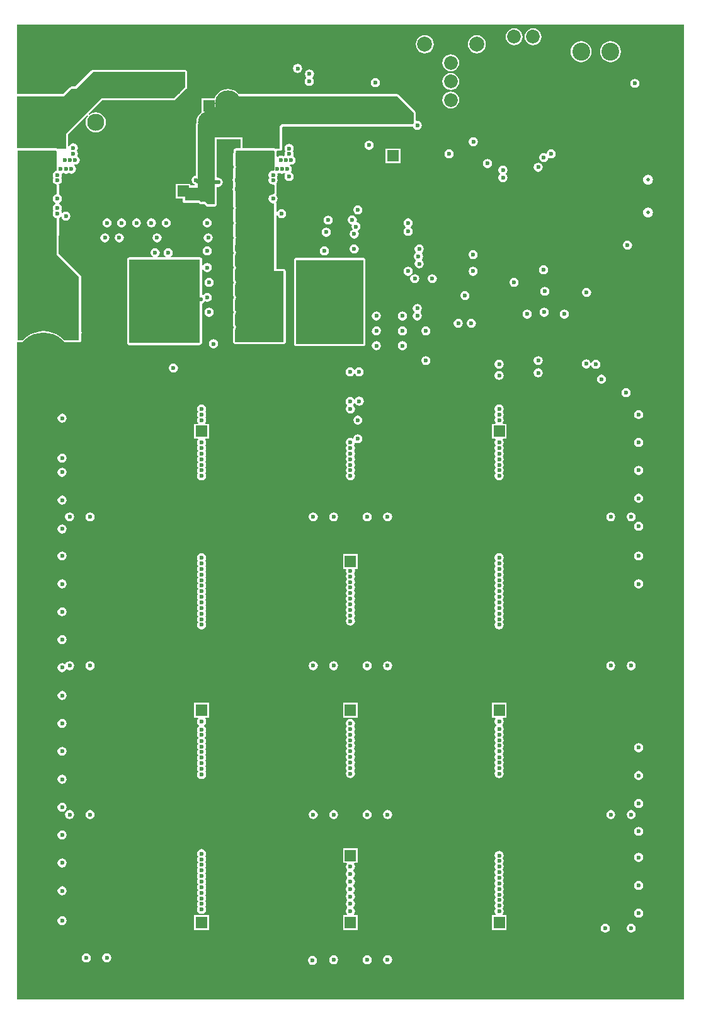
<source format=gbl>
%FSLAX44Y44*%
%MOMM*%
G71*
G01*
G75*
G04 Layer_Physical_Order=4*
G04 Layer_Color=21504*
G04:AMPARAMS|DCode=10|XSize=1mm|YSize=0.9mm|CornerRadius=0.198mm|HoleSize=0mm|Usage=FLASHONLY|Rotation=180.000|XOffset=0mm|YOffset=0mm|HoleType=Round|Shape=RoundedRectangle|*
%AMROUNDEDRECTD10*
21,1,1.0000,0.5040,0,0,180.0*
21,1,0.6040,0.9000,0,0,180.0*
1,1,0.3960,-0.3020,0.2520*
1,1,0.3960,0.3020,0.2520*
1,1,0.3960,0.3020,-0.2520*
1,1,0.3960,-0.3020,-0.2520*
%
%ADD10ROUNDEDRECTD10*%
G04:AMPARAMS|DCode=11|XSize=1mm|YSize=0.9mm|CornerRadius=0.198mm|HoleSize=0mm|Usage=FLASHONLY|Rotation=90.000|XOffset=0mm|YOffset=0mm|HoleType=Round|Shape=RoundedRectangle|*
%AMROUNDEDRECTD11*
21,1,1.0000,0.5040,0,0,90.0*
21,1,0.6040,0.9000,0,0,90.0*
1,1,0.3960,0.2520,0.3020*
1,1,0.3960,0.2520,-0.3020*
1,1,0.3960,-0.2520,-0.3020*
1,1,0.3960,-0.2520,0.3020*
%
%ADD11ROUNDEDRECTD11*%
%ADD12C,0.4000*%
%ADD13O,0.2500X0.8500*%
%ADD14O,0.8500X0.2500*%
G04:AMPARAMS|DCode=15|XSize=1.45mm|YSize=1.15mm|CornerRadius=0.2013mm|HoleSize=0mm|Usage=FLASHONLY|Rotation=0.000|XOffset=0mm|YOffset=0mm|HoleType=Round|Shape=RoundedRectangle|*
%AMROUNDEDRECTD15*
21,1,1.4500,0.7475,0,0,0.0*
21,1,1.0475,1.1500,0,0,0.0*
1,1,0.4025,0.5238,-0.3738*
1,1,0.4025,-0.5238,-0.3738*
1,1,0.4025,-0.5238,0.3738*
1,1,0.4025,0.5238,0.3738*
%
%ADD15ROUNDEDRECTD15*%
G04:AMPARAMS|DCode=16|XSize=1.05mm|YSize=0.65mm|CornerRadius=0.2015mm|HoleSize=0mm|Usage=FLASHONLY|Rotation=180.000|XOffset=0mm|YOffset=0mm|HoleType=Round|Shape=RoundedRectangle|*
%AMROUNDEDRECTD16*
21,1,1.0500,0.2470,0,0,180.0*
21,1,0.6470,0.6500,0,0,180.0*
1,1,0.4030,-0.3235,0.1235*
1,1,0.4030,0.3235,0.1235*
1,1,0.4030,0.3235,-0.1235*
1,1,0.4030,-0.3235,-0.1235*
%
%ADD16ROUNDEDRECTD16*%
%ADD17C,0.6000*%
G04:AMPARAMS|DCode=18|XSize=1mm|YSize=0.95mm|CornerRadius=0.1995mm|HoleSize=0mm|Usage=FLASHONLY|Rotation=0.000|XOffset=0mm|YOffset=0mm|HoleType=Round|Shape=RoundedRectangle|*
%AMROUNDEDRECTD18*
21,1,1.0000,0.5510,0,0,0.0*
21,1,0.6010,0.9500,0,0,0.0*
1,1,0.3990,0.3005,-0.2755*
1,1,0.3990,-0.3005,-0.2755*
1,1,0.3990,-0.3005,0.2755*
1,1,0.3990,0.3005,0.2755*
%
%ADD18ROUNDEDRECTD18*%
G04:AMPARAMS|DCode=19|XSize=1mm|YSize=0.95mm|CornerRadius=0.1995mm|HoleSize=0mm|Usage=FLASHONLY|Rotation=270.000|XOffset=0mm|YOffset=0mm|HoleType=Round|Shape=RoundedRectangle|*
%AMROUNDEDRECTD19*
21,1,1.0000,0.5510,0,0,270.0*
21,1,0.6010,0.9500,0,0,270.0*
1,1,0.3990,-0.2755,-0.3005*
1,1,0.3990,-0.2755,0.3005*
1,1,0.3990,0.2755,0.3005*
1,1,0.3990,0.2755,-0.3005*
%
%ADD19ROUNDEDRECTD19*%
G04:AMPARAMS|DCode=20|XSize=2.7mm|YSize=1.15mm|CornerRadius=0.2013mm|HoleSize=0mm|Usage=FLASHONLY|Rotation=90.000|XOffset=0mm|YOffset=0mm|HoleType=Round|Shape=RoundedRectangle|*
%AMROUNDEDRECTD20*
21,1,2.7000,0.7475,0,0,90.0*
21,1,2.2975,1.1500,0,0,90.0*
1,1,0.4025,0.3738,1.1487*
1,1,0.4025,0.3738,-1.1487*
1,1,0.4025,-0.3738,-1.1487*
1,1,0.4025,-0.3738,1.1487*
%
%ADD20ROUNDEDRECTD20*%
G04:AMPARAMS|DCode=21|XSize=2.7mm|YSize=1.15mm|CornerRadius=0.2013mm|HoleSize=0mm|Usage=FLASHONLY|Rotation=180.000|XOffset=0mm|YOffset=0mm|HoleType=Round|Shape=RoundedRectangle|*
%AMROUNDEDRECTD21*
21,1,2.7000,0.7475,0,0,180.0*
21,1,2.2975,1.1500,0,0,180.0*
1,1,0.4025,-1.1487,0.3738*
1,1,0.4025,1.1487,0.3738*
1,1,0.4025,1.1487,-0.3738*
1,1,0.4025,-1.1487,-0.3738*
%
%ADD21ROUNDEDRECTD21*%
G04:AMPARAMS|DCode=22|XSize=1.45mm|YSize=1.15mm|CornerRadius=0.2013mm|HoleSize=0mm|Usage=FLASHONLY|Rotation=90.000|XOffset=0mm|YOffset=0mm|HoleType=Round|Shape=RoundedRectangle|*
%AMROUNDEDRECTD22*
21,1,1.4500,0.7475,0,0,90.0*
21,1,1.0475,1.1500,0,0,90.0*
1,1,0.4025,0.3738,0.5238*
1,1,0.4025,0.3738,-0.5238*
1,1,0.4025,-0.3738,-0.5238*
1,1,0.4025,-0.3738,0.5238*
%
%ADD22ROUNDEDRECTD22*%
G04:AMPARAMS|DCode=23|XSize=6.4mm|YSize=10.5mm|CornerRadius=0.128mm|HoleSize=0mm|Usage=FLASHONLY|Rotation=90.000|XOffset=0mm|YOffset=0mm|HoleType=Round|Shape=RoundedRectangle|*
%AMROUNDEDRECTD23*
21,1,6.4000,10.2440,0,0,90.0*
21,1,6.1440,10.5000,0,0,90.0*
1,1,0.2560,5.1220,3.0720*
1,1,0.2560,5.1220,-3.0720*
1,1,0.2560,-5.1220,-3.0720*
1,1,0.2560,-5.1220,3.0720*
%
%ADD23ROUNDEDRECTD23*%
G04:AMPARAMS|DCode=24|XSize=3.95mm|YSize=1.5mm|CornerRadius=0.2475mm|HoleSize=0mm|Usage=FLASHONLY|Rotation=90.000|XOffset=0mm|YOffset=0mm|HoleType=Round|Shape=RoundedRectangle|*
%AMROUNDEDRECTD24*
21,1,3.9500,1.0050,0,0,90.0*
21,1,3.4550,1.5000,0,0,90.0*
1,1,0.4950,0.5025,1.7275*
1,1,0.4950,0.5025,-1.7275*
1,1,0.4950,-0.5025,-1.7275*
1,1,0.4950,-0.5025,1.7275*
%
%ADD24ROUNDEDRECTD24*%
G04:AMPARAMS|DCode=25|XSize=2.85mm|YSize=1mm|CornerRadius=0.2mm|HoleSize=0mm|Usage=FLASHONLY|Rotation=90.000|XOffset=0mm|YOffset=0mm|HoleType=Round|Shape=RoundedRectangle|*
%AMROUNDEDRECTD25*
21,1,2.8500,0.6000,0,0,90.0*
21,1,2.4500,1.0000,0,0,90.0*
1,1,0.4000,0.3000,1.2250*
1,1,0.4000,0.3000,-1.2250*
1,1,0.4000,-0.3000,-1.2250*
1,1,0.4000,-0.3000,1.2250*
%
%ADD25ROUNDEDRECTD25*%
G04:AMPARAMS|DCode=26|XSize=6.45mm|YSize=6mm|CornerRadius=0.21mm|HoleSize=0mm|Usage=FLASHONLY|Rotation=90.000|XOffset=0mm|YOffset=0mm|HoleType=Round|Shape=RoundedRectangle|*
%AMROUNDEDRECTD26*
21,1,6.4500,5.5800,0,0,90.0*
21,1,6.0300,6.0000,0,0,90.0*
1,1,0.4200,2.7900,3.0150*
1,1,0.4200,2.7900,-3.0150*
1,1,0.4200,-2.7900,-3.0150*
1,1,0.4200,-2.7900,3.0150*
%
%ADD26ROUNDEDRECTD26*%
%ADD27O,1.3500X0.5000*%
G04:AMPARAMS|DCode=28|XSize=3mm|YSize=1.65mm|CornerRadius=0.1073mm|HoleSize=0mm|Usage=FLASHONLY|Rotation=90.000|XOffset=0mm|YOffset=0mm|HoleType=Round|Shape=RoundedRectangle|*
%AMROUNDEDRECTD28*
21,1,3.0000,1.4355,0,0,90.0*
21,1,2.7855,1.6500,0,0,90.0*
1,1,0.2145,0.7178,1.3927*
1,1,0.2145,0.7178,-1.3927*
1,1,0.2145,-0.7178,-1.3927*
1,1,0.2145,-0.7178,1.3927*
%
%ADD28ROUNDEDRECTD28*%
G04:AMPARAMS|DCode=29|XSize=1mm|YSize=0.45mm|CornerRadius=0.1125mm|HoleSize=0mm|Usage=FLASHONLY|Rotation=0.000|XOffset=0mm|YOffset=0mm|HoleType=Round|Shape=RoundedRectangle|*
%AMROUNDEDRECTD29*
21,1,1.0000,0.2250,0,0,0.0*
21,1,0.7750,0.4500,0,0,0.0*
1,1,0.2250,0.3875,-0.1125*
1,1,0.2250,-0.3875,-0.1125*
1,1,0.2250,-0.3875,0.1125*
1,1,0.2250,0.3875,0.1125*
%
%ADD29ROUNDEDRECTD29*%
G04:AMPARAMS|DCode=30|XSize=0.7mm|YSize=0.25mm|CornerRadius=0.0838mm|HoleSize=0mm|Usage=FLASHONLY|Rotation=0.000|XOffset=0mm|YOffset=0mm|HoleType=Round|Shape=RoundedRectangle|*
%AMROUNDEDRECTD30*
21,1,0.7000,0.0825,0,0,0.0*
21,1,0.5325,0.2500,0,0,0.0*
1,1,0.1675,0.2662,-0.0413*
1,1,0.1675,-0.2662,-0.0413*
1,1,0.1675,-0.2662,0.0413*
1,1,0.1675,0.2662,0.0413*
%
%ADD30ROUNDEDRECTD30*%
G04:AMPARAMS|DCode=31|XSize=1.35mm|YSize=1.65mm|CornerRadius=0.27mm|HoleSize=0mm|Usage=FLASHONLY|Rotation=90.000|XOffset=0mm|YOffset=0mm|HoleType=Round|Shape=RoundedRectangle|*
%AMROUNDEDRECTD31*
21,1,1.3500,1.1100,0,0,90.0*
21,1,0.8100,1.6500,0,0,90.0*
1,1,0.5400,0.5550,0.4050*
1,1,0.5400,0.5550,-0.4050*
1,1,0.5400,-0.5550,-0.4050*
1,1,0.5400,-0.5550,0.4050*
%
%ADD31ROUNDEDRECTD31*%
G04:AMPARAMS|DCode=32|XSize=1.2mm|YSize=1.2mm|CornerRadius=0.198mm|HoleSize=0mm|Usage=FLASHONLY|Rotation=270.000|XOffset=0mm|YOffset=0mm|HoleType=Round|Shape=RoundedRectangle|*
%AMROUNDEDRECTD32*
21,1,1.2000,0.8040,0,0,270.0*
21,1,0.8040,1.2000,0,0,270.0*
1,1,0.3960,-0.4020,-0.4020*
1,1,0.3960,-0.4020,0.4020*
1,1,0.3960,0.4020,0.4020*
1,1,0.3960,0.4020,-0.4020*
%
%ADD32ROUNDEDRECTD32*%
G04:AMPARAMS|DCode=33|XSize=1.2mm|YSize=1.2mm|CornerRadius=0.198mm|HoleSize=0mm|Usage=FLASHONLY|Rotation=0.000|XOffset=0mm|YOffset=0mm|HoleType=Round|Shape=RoundedRectangle|*
%AMROUNDEDRECTD33*
21,1,1.2000,0.8040,0,0,0.0*
21,1,0.8040,1.2000,0,0,0.0*
1,1,0.3960,0.4020,-0.4020*
1,1,0.3960,-0.4020,-0.4020*
1,1,0.3960,-0.4020,0.4020*
1,1,0.3960,0.4020,0.4020*
%
%ADD33ROUNDEDRECTD33*%
G04:AMPARAMS|DCode=34|XSize=1.75mm|YSize=1.05mm|CornerRadius=0.1995mm|HoleSize=0mm|Usage=FLASHONLY|Rotation=270.000|XOffset=0mm|YOffset=0mm|HoleType=Round|Shape=RoundedRectangle|*
%AMROUNDEDRECTD34*
21,1,1.7500,0.6510,0,0,270.0*
21,1,1.3510,1.0500,0,0,270.0*
1,1,0.3990,-0.3255,-0.6755*
1,1,0.3990,-0.3255,0.6755*
1,1,0.3990,0.3255,0.6755*
1,1,0.3990,0.3255,-0.6755*
%
%ADD34ROUNDEDRECTD34*%
%ADD35O,0.5000X1.3500*%
G04:AMPARAMS|DCode=36|XSize=6.5mm|YSize=5mm|CornerRadius=0.25mm|HoleSize=0mm|Usage=FLASHONLY|Rotation=90.000|XOffset=0mm|YOffset=0mm|HoleType=Round|Shape=RoundedRectangle|*
%AMROUNDEDRECTD36*
21,1,6.5000,4.5000,0,0,90.0*
21,1,6.0000,5.0000,0,0,90.0*
1,1,0.5000,2.2500,3.0000*
1,1,0.5000,2.2500,-3.0000*
1,1,0.5000,-2.2500,-3.0000*
1,1,0.5000,-2.2500,3.0000*
%
%ADD36ROUNDEDRECTD36*%
G04:AMPARAMS|DCode=37|XSize=2.3mm|YSize=0.5mm|CornerRadius=0.2mm|HoleSize=0mm|Usage=FLASHONLY|Rotation=180.000|XOffset=0mm|YOffset=0mm|HoleType=Round|Shape=RoundedRectangle|*
%AMROUNDEDRECTD37*
21,1,2.3000,0.1000,0,0,180.0*
21,1,1.9000,0.5000,0,0,180.0*
1,1,0.4000,-0.9500,0.0500*
1,1,0.4000,0.9500,0.0500*
1,1,0.4000,0.9500,-0.0500*
1,1,0.4000,-0.9500,-0.0500*
%
%ADD37ROUNDEDRECTD37*%
G04:AMPARAMS|DCode=38|XSize=2.5mm|YSize=2mm|CornerRadius=0.2mm|HoleSize=0mm|Usage=FLASHONLY|Rotation=180.000|XOffset=0mm|YOffset=0mm|HoleType=Round|Shape=RoundedRectangle|*
%AMROUNDEDRECTD38*
21,1,2.5000,1.6000,0,0,180.0*
21,1,2.1000,2.0000,0,0,180.0*
1,1,0.4000,-1.0500,0.8000*
1,1,0.4000,1.0500,0.8000*
1,1,0.4000,1.0500,-0.8000*
1,1,0.4000,-1.0500,-0.8000*
%
%ADD38ROUNDEDRECTD38*%
G04:AMPARAMS|DCode=39|XSize=1.1mm|YSize=0.6mm|CornerRadius=0.201mm|HoleSize=0mm|Usage=FLASHONLY|Rotation=270.000|XOffset=0mm|YOffset=0mm|HoleType=Round|Shape=RoundedRectangle|*
%AMROUNDEDRECTD39*
21,1,1.1000,0.1980,0,0,270.0*
21,1,0.6980,0.6000,0,0,270.0*
1,1,0.4020,-0.0990,-0.3490*
1,1,0.4020,-0.0990,0.3490*
1,1,0.4020,0.0990,0.3490*
1,1,0.4020,0.0990,-0.3490*
%
%ADD39ROUNDEDRECTD39*%
%ADD40C,1.0000*%
%ADD41O,0.3000X1.5000*%
%ADD42O,1.5000X0.3000*%
G04:AMPARAMS|DCode=43|XSize=4.9mm|YSize=1.6mm|CornerRadius=0.2mm|HoleSize=0mm|Usage=FLASHONLY|Rotation=180.000|XOffset=0mm|YOffset=0mm|HoleType=Round|Shape=RoundedRectangle|*
%AMROUNDEDRECTD43*
21,1,4.9000,1.2000,0,0,180.0*
21,1,4.5000,1.6000,0,0,180.0*
1,1,0.4000,-2.2500,0.6000*
1,1,0.4000,2.2500,0.6000*
1,1,0.4000,2.2500,-0.6000*
1,1,0.4000,-2.2500,-0.6000*
%
%ADD43ROUNDEDRECTD43*%
%ADD44R,1.3000X1.3000*%
%ADD45C,1.3000*%
%ADD46O,1.5500X0.6000*%
%ADD47O,0.6000X1.5500*%
%ADD48C,0.5000*%
%ADD49C,0.2500*%
%ADD50C,0.3000*%
%ADD51C,0.6000*%
%ADD52C,0.2540*%
%ADD53C,0.3500*%
%ADD54C,0.4000*%
%ADD55C,1.0000*%
%ADD56C,0.8000*%
%ADD57C,0.5500*%
%ADD58C,0.4500*%
%ADD59C,2.0000*%
%ADD60C,1.6000*%
%ADD61R,1.6000X1.6000*%
%ADD62C,6.0000*%
%ADD63C,2.3000*%
%ADD64C,3.0000*%
%ADD65C,3.5000*%
%ADD66C,1.8500*%
%ADD67C,2.4000*%
%ADD68C,0.5000*%
%ADD69C,7.0000*%
%ADD70C,2.0000*%
%ADD71C,1.8000*%
G36*
X-222500Y777500D02*
X-237500Y762500D01*
X-335000D01*
X-382500Y715000D01*
Y695000D01*
X-394123D01*
X-394145Y695015D01*
X-394609Y695325D01*
X-394610Y695326D01*
X-394610Y695326D01*
X-395181Y695440D01*
X-395780Y695559D01*
X-395780Y695559D01*
X-395781Y695559D01*
X-447000D01*
X-447285Y695502D01*
X-448340Y696210D01*
X-448628Y697687D01*
Y765000D01*
X-385000D01*
X-375000Y775000D01*
X-368632D01*
X-346132Y797500D01*
X-222500D01*
Y777500D01*
D02*
G37*
G36*
X448628Y445000D02*
X448628Y445000D01*
X448628D01*
Y-35000D01*
Y-448628D01*
X-448628D01*
Y430473D01*
X-447805Y434519D01*
X-447646Y434649D01*
X-447191Y434559D01*
X-446604Y434441D01*
X-446603Y434441D01*
X-446601Y434441D01*
X-439806D01*
X-439687Y434465D01*
X-439566Y434451D01*
X-439105Y434581D01*
X-438636Y434674D01*
X-438535Y434742D01*
X-438418Y434775D01*
X-438042Y435071D01*
X-437643Y435337D01*
X-437576Y435438D01*
X-437480Y435513D01*
X-436574Y436574D01*
X-432512Y440044D01*
X-427957Y442835D01*
X-423021Y444880D01*
X-417826Y446127D01*
X-412500Y446546D01*
X-407174Y446127D01*
X-401979Y444880D01*
X-397043Y442835D01*
X-392488Y440044D01*
X-388426Y436574D01*
X-387520Y435513D01*
X-387424Y435438D01*
X-387357Y435337D01*
X-386959Y435071D01*
X-386582Y434775D01*
X-386465Y434742D01*
X-386364Y434674D01*
X-385895Y434581D01*
X-385434Y434451D01*
X-385313Y434465D01*
X-385194Y434441D01*
X-365000D01*
X-363829Y434674D01*
X-362837Y435337D01*
X-362174Y436329D01*
X-361941Y437500D01*
Y445020D01*
X-361848Y445159D01*
X-361382Y447500D01*
X-361848Y449841D01*
X-361941Y449980D01*
Y450751D01*
Y522500D01*
X-362174Y523671D01*
X-362837Y524663D01*
X-391940Y553766D01*
X-391900Y601571D01*
X-391944Y601791D01*
X-391658Y601848D01*
X-389674Y603174D01*
X-389655Y603202D01*
X-388410Y602954D01*
X-388152Y601659D01*
X-386826Y599674D01*
X-384841Y598348D01*
X-382500Y597882D01*
X-380159Y598348D01*
X-378174Y599674D01*
X-376848Y601659D01*
X-376382Y604000D01*
X-376848Y606341D01*
X-378174Y608326D01*
X-380159Y609652D01*
X-382500Y610118D01*
X-384841Y609652D01*
X-386826Y608326D01*
X-386844Y608298D01*
X-388090Y608546D01*
X-388347Y609841D01*
X-389289Y611250D01*
X-388347Y612659D01*
X-387882Y615000D01*
X-388347Y617341D01*
X-389674Y619326D01*
X-391604Y620615D01*
Y621885D01*
X-389674Y623175D01*
X-388347Y625160D01*
X-387882Y627501D01*
X-388347Y629842D01*
X-389674Y631827D01*
X-391658Y633153D01*
X-391693Y633160D01*
X-391873Y633430D01*
X-391862Y646563D01*
X-391909Y646798D01*
X-391658Y646848D01*
X-389674Y648174D01*
X-388347Y650159D01*
X-387882Y652500D01*
X-388347Y654841D01*
X-388955Y655750D01*
X-388347Y656660D01*
X-387882Y659001D01*
X-388176Y660480D01*
X-387470Y661536D01*
X-387159Y661598D01*
X-385750Y662540D01*
X-384341Y661598D01*
X-382000Y661133D01*
X-379659Y661598D01*
X-378499Y662373D01*
X-377341Y661599D01*
X-375000Y661133D01*
X-372659Y661599D01*
X-370674Y662925D01*
X-369348Y664910D01*
X-368883Y667251D01*
X-369348Y669592D01*
X-370674Y671577D01*
X-371571Y672176D01*
X-371085Y673349D01*
X-369999Y673133D01*
X-367658Y673599D01*
X-365674Y674925D01*
X-364347Y676910D01*
X-363882Y679251D01*
X-364347Y681592D01*
X-365674Y683577D01*
X-366701Y684263D01*
X-366949Y685509D01*
X-366848Y685659D01*
X-366382Y688000D01*
X-366848Y690341D01*
X-367873Y691875D01*
X-366848Y693410D01*
X-366382Y695751D01*
X-366848Y698092D01*
X-368174Y700077D01*
X-370159Y701403D01*
X-372500Y701868D01*
X-374841Y701403D01*
X-376826Y700077D01*
X-378152Y698092D01*
X-378177Y697964D01*
X-379441Y698088D01*
Y713733D01*
X-353889Y739285D01*
X-352934Y738448D01*
X-354192Y736808D01*
X-355552Y733524D01*
X-356017Y730000D01*
X-355552Y726476D01*
X-354192Y723192D01*
X-352028Y720372D01*
X-349208Y718208D01*
X-345924Y716848D01*
X-342400Y716384D01*
X-338876Y716848D01*
X-335592Y718208D01*
X-332772Y720372D01*
X-330608Y723192D01*
X-329248Y726476D01*
X-328783Y730000D01*
X-329248Y733524D01*
X-330608Y736808D01*
X-332772Y739628D01*
X-335592Y741792D01*
X-338876Y743152D01*
X-342400Y743616D01*
X-345924Y743152D01*
X-349208Y741792D01*
X-350848Y740534D01*
X-351685Y741489D01*
X-333733Y759441D01*
X-237500D01*
X-236329Y759674D01*
X-235337Y760337D01*
X-235337Y760337D01*
X-220337Y775337D01*
X-219674Y776329D01*
X-219441Y777500D01*
X-219441Y777500D01*
Y797500D01*
X-219674Y798671D01*
X-220337Y799663D01*
X-221329Y800326D01*
X-222500Y800559D01*
X-346132D01*
X-346132Y800559D01*
X-347303Y800326D01*
X-348295Y799663D01*
X-348295Y799663D01*
X-369899Y778059D01*
X-375000D01*
X-375000Y778059D01*
X-376171Y777826D01*
X-377163Y777163D01*
X-377163Y777163D01*
X-386267Y768059D01*
X-448628D01*
Y861628D01*
X448628D01*
Y445000D01*
D02*
G37*
G36*
X-394883Y691602D02*
X-394906Y664938D01*
X-396340Y664653D01*
X-398325Y663327D01*
X-399651Y661342D01*
X-400117Y659001D01*
X-399651Y656660D01*
X-399044Y655750D01*
X-399651Y654841D01*
X-400117Y652500D01*
X-399651Y650159D01*
X-398325Y648174D01*
X-396340Y646848D01*
X-394921Y646566D01*
X-394932Y633433D01*
X-396340Y633153D01*
X-398325Y631827D01*
X-399651Y629842D01*
X-400117Y627501D01*
X-399651Y625160D01*
X-398325Y623175D01*
X-396395Y621885D01*
Y620615D01*
X-398325Y619326D01*
X-399651Y617341D01*
X-400117Y615000D01*
X-399651Y612659D01*
X-398710Y611250D01*
X-399651Y609841D01*
X-400117Y607500D01*
X-399651Y605159D01*
X-398325Y603174D01*
X-396340Y601848D01*
X-394959Y601573D01*
X-395000Y552500D01*
X-365000Y522500D01*
Y437500D01*
X-385194D01*
X-386256Y438744D01*
X-390685Y442526D01*
X-395650Y445569D01*
X-401031Y447798D01*
X-406694Y449157D01*
X-412500Y449614D01*
X-418306Y449157D01*
X-423969Y447798D01*
X-429350Y445569D01*
X-434315Y442526D01*
X-438744Y438744D01*
X-439806Y437500D01*
X-446601D01*
X-447498Y438399D01*
X-447000Y692500D01*
X-395781D01*
X-394883Y691602D01*
D02*
G37*
%LPC*%
G36*
X-350000Y206117D02*
X-352341Y205652D01*
X-354326Y204326D01*
X-355652Y202341D01*
X-356118Y200000D01*
X-355652Y197659D01*
X-354326Y195674D01*
X-352341Y194348D01*
X-350000Y193883D01*
X-347659Y194348D01*
X-345674Y195674D01*
X-344348Y197659D01*
X-343882Y200000D01*
X-344348Y202341D01*
X-345674Y204326D01*
X-347659Y205652D01*
X-350000Y206117D01*
D02*
G37*
G36*
X-387500Y153617D02*
X-389841Y153152D01*
X-391826Y151826D01*
X-393152Y149841D01*
X-393618Y147500D01*
X-393152Y145159D01*
X-391826Y143174D01*
X-389841Y141848D01*
X-387500Y141383D01*
X-385159Y141848D01*
X-383174Y143174D01*
X-381848Y145159D01*
X-381382Y147500D01*
X-381848Y149841D01*
X-383174Y151826D01*
X-385159Y153152D01*
X-387500Y153617D01*
D02*
G37*
G36*
X387500Y116117D02*
X385159Y115652D01*
X383174Y114326D01*
X381848Y112341D01*
X381382Y110000D01*
X381848Y107659D01*
X383174Y105674D01*
X385159Y104348D01*
X387500Y103883D01*
X389841Y104348D01*
X391826Y105674D01*
X393152Y107659D01*
X393618Y110000D01*
X393152Y112341D01*
X391826Y114326D01*
X389841Y115652D01*
X387500Y116117D01*
D02*
G37*
G36*
X-50000Y206117D02*
X-52341Y205652D01*
X-54326Y204326D01*
X-55652Y202341D01*
X-56118Y200000D01*
X-55652Y197659D01*
X-54326Y195674D01*
X-52341Y194348D01*
X-50000Y193883D01*
X-47659Y194348D01*
X-45674Y195674D01*
X-44348Y197659D01*
X-43882Y200000D01*
X-44348Y202341D01*
X-45674Y204326D01*
X-47659Y205652D01*
X-50000Y206117D01*
D02*
G37*
G36*
X-387500Y189867D02*
X-389841Y189402D01*
X-391826Y188076D01*
X-393152Y186091D01*
X-393618Y183750D01*
X-393152Y181409D01*
X-391826Y179424D01*
X-389841Y178098D01*
X-387500Y177633D01*
X-385159Y178098D01*
X-383174Y179424D01*
X-381848Y181409D01*
X-381382Y183750D01*
X-381848Y186091D01*
X-383174Y188076D01*
X-385159Y189402D01*
X-387500Y189867D01*
D02*
G37*
G36*
X387500Y193617D02*
X385159Y193152D01*
X383174Y191826D01*
X381848Y189841D01*
X381382Y187500D01*
X381848Y185159D01*
X383174Y183174D01*
X385159Y181848D01*
X387500Y181383D01*
X389841Y181848D01*
X391826Y183174D01*
X393152Y185159D01*
X393618Y187500D01*
X393152Y189841D01*
X391826Y191826D01*
X389841Y193152D01*
X387500Y193617D01*
D02*
G37*
G36*
Y153617D02*
X385159Y153152D01*
X383174Y151826D01*
X381848Y149841D01*
X381382Y147500D01*
X381848Y145159D01*
X383174Y143174D01*
X385159Y141848D01*
X387500Y141383D01*
X389841Y141848D01*
X391826Y143174D01*
X393152Y145159D01*
X393618Y147500D01*
X393152Y149841D01*
X391826Y151826D01*
X389841Y153152D01*
X387500Y153617D01*
D02*
G37*
G36*
X-377500Y206117D02*
X-379841Y205652D01*
X-381826Y204326D01*
X-383152Y202341D01*
X-383618Y200000D01*
X-383152Y197659D01*
X-381826Y195674D01*
X-379841Y194348D01*
X-377500Y193883D01*
X-375159Y194348D01*
X-373174Y195674D01*
X-371848Y197659D01*
X-371382Y200000D01*
X-371848Y202341D01*
X-373174Y204326D01*
X-375159Y205652D01*
X-377500Y206117D01*
D02*
G37*
G36*
X-387500Y116117D02*
X-389841Y115652D01*
X-391826Y114326D01*
X-393152Y112341D01*
X-393618Y110000D01*
X-393152Y107659D01*
X-391826Y105674D01*
X-389841Y104348D01*
X-387500Y103883D01*
X-385159Y104348D01*
X-383174Y105674D01*
X-381848Y107659D01*
X-381382Y110000D01*
X-381848Y112341D01*
X-383174Y114326D01*
X-385159Y115652D01*
X-387500Y116117D01*
D02*
G37*
G36*
X350000Y6118D02*
X347659Y5652D01*
X345674Y4326D01*
X344348Y2341D01*
X343882Y0D01*
X344348Y-2341D01*
X345674Y-4326D01*
X347659Y-5652D01*
X350000Y-6118D01*
X352341Y-5652D01*
X354326Y-4326D01*
X355652Y-2341D01*
X356118Y0D01*
X355652Y2341D01*
X354326Y4326D01*
X352341Y5652D01*
X350000Y6118D01*
D02*
G37*
G36*
X377500D02*
X375159Y5652D01*
X373174Y4326D01*
X371848Y2341D01*
X371382Y0D01*
X371848Y-2341D01*
X373174Y-4326D01*
X375159Y-5652D01*
X377500Y-6118D01*
X379841Y-5652D01*
X381826Y-4326D01*
X383152Y-2341D01*
X383618Y0D01*
X383152Y2341D01*
X381826Y4326D01*
X379841Y5652D01*
X377500Y6118D01*
D02*
G37*
G36*
X50000D02*
X47659Y5652D01*
X45674Y4326D01*
X44348Y2341D01*
X43882Y0D01*
X44348Y-2341D01*
X45674Y-4326D01*
X47659Y-5652D01*
X50000Y-6118D01*
X52341Y-5652D01*
X54326Y-4326D01*
X55652Y-2341D01*
X56118Y0D01*
X55652Y2341D01*
X54326Y4326D01*
X52341Y5652D01*
X50000Y6118D01*
D02*
G37*
G36*
X-22500D02*
X-24841Y5652D01*
X-26826Y4326D01*
X-28152Y2341D01*
X-28617Y0D01*
X-28152Y-2341D01*
X-26826Y-4326D01*
X-24841Y-5652D01*
X-22500Y-6118D01*
X-20159Y-5652D01*
X-18174Y-4326D01*
X-16848Y-2341D01*
X-16382Y0D01*
X-16848Y2341D01*
X-18174Y4326D01*
X-20159Y5652D01*
X-22500Y6118D01*
D02*
G37*
G36*
X22500D02*
X20159Y5652D01*
X18174Y4326D01*
X16848Y2341D01*
X16382Y0D01*
X16848Y-2341D01*
X18174Y-4326D01*
X20159Y-5652D01*
X22500Y-6118D01*
X24841Y-5652D01*
X26826Y-4326D01*
X28152Y-2341D01*
X28617Y0D01*
X28152Y2341D01*
X26826Y4326D01*
X24841Y5652D01*
X22500Y6118D01*
D02*
G37*
G36*
X-377500D02*
X-379841Y5652D01*
X-381826Y4326D01*
X-383152Y2341D01*
X-383642Y2138D01*
X-385159Y3152D01*
X-387500Y3618D01*
X-389841Y3152D01*
X-391826Y1826D01*
X-393152Y-159D01*
X-393618Y-2500D01*
X-393152Y-4841D01*
X-391826Y-6826D01*
X-389841Y-8152D01*
X-387500Y-8618D01*
X-385159Y-8152D01*
X-383174Y-6826D01*
X-381848Y-4841D01*
X-381358Y-4638D01*
X-379841Y-5652D01*
X-377500Y-6118D01*
X-375159Y-5652D01*
X-373174Y-4326D01*
X-371848Y-2341D01*
X-371382Y0D01*
X-371848Y2341D01*
X-373174Y4326D01*
X-375159Y5652D01*
X-377500Y6118D01*
D02*
G37*
G36*
X10000Y150000D02*
X-10000D01*
Y130000D01*
X-6621D01*
X-5816Y129018D01*
X-6118Y127500D01*
X-5652Y125159D01*
X-4710Y123750D01*
X-5652Y122341D01*
X-6118Y120000D01*
X-5652Y117659D01*
X-4710Y116250D01*
X-5652Y114841D01*
X-6118Y112500D01*
X-5652Y110159D01*
X-4710Y108750D01*
X-5652Y107341D01*
X-6118Y105000D01*
X-5652Y102659D01*
X-4710Y101250D01*
X-5652Y99841D01*
X-6118Y97500D01*
X-5652Y95159D01*
X-4710Y93750D01*
X-5652Y92341D01*
X-6118Y90000D01*
X-5652Y87659D01*
X-4710Y86250D01*
X-5652Y84841D01*
X-6118Y82500D01*
X-5652Y80159D01*
X-4710Y78750D01*
X-5652Y77341D01*
X-6118Y75000D01*
X-5652Y72659D01*
X-4710Y71250D01*
X-5652Y69841D01*
X-6118Y67500D01*
X-5652Y65159D01*
X-4710Y63750D01*
X-5652Y62341D01*
X-6118Y60000D01*
X-5652Y57659D01*
X-4326Y55674D01*
X-2341Y54348D01*
X0Y53882D01*
X2341Y54348D01*
X4326Y55674D01*
X5652Y57659D01*
X6118Y60000D01*
X5652Y62341D01*
X4710Y63750D01*
X5652Y65159D01*
X6118Y67500D01*
X5652Y69841D01*
X4710Y71250D01*
X5652Y72659D01*
X6118Y75000D01*
X5652Y77341D01*
X4710Y78750D01*
X5652Y80159D01*
X6118Y82500D01*
X5652Y84841D01*
X4710Y86250D01*
X5652Y87659D01*
X6118Y90000D01*
X5652Y92341D01*
X4710Y93750D01*
X5652Y95159D01*
X6118Y97500D01*
X5652Y99841D01*
X4710Y101250D01*
X5652Y102659D01*
X6118Y105000D01*
X5652Y107341D01*
X4710Y108750D01*
X5652Y110159D01*
X6118Y112500D01*
X5652Y114841D01*
X4710Y116250D01*
X5652Y117659D01*
X6118Y120000D01*
X5652Y122341D01*
X4710Y123750D01*
X5652Y125159D01*
X6118Y127500D01*
X5816Y129018D01*
X6621Y130000D01*
X10000D01*
Y150000D01*
D02*
G37*
G36*
X-387500Y78618D02*
X-389841Y78152D01*
X-391826Y76826D01*
X-393152Y74841D01*
X-393618Y72500D01*
X-393152Y70159D01*
X-391826Y68174D01*
X-389841Y66848D01*
X-387500Y66382D01*
X-385159Y66848D01*
X-383174Y68174D01*
X-381848Y70159D01*
X-381382Y72500D01*
X-381848Y74841D01*
X-383174Y76826D01*
X-385159Y78152D01*
X-387500Y78618D01*
D02*
G37*
G36*
X200000Y151117D02*
X197659Y150652D01*
X195674Y149326D01*
X194348Y147341D01*
X193882Y145000D01*
X194348Y142659D01*
X195289Y141250D01*
X194348Y139841D01*
X193882Y137500D01*
X194348Y135159D01*
X195289Y133750D01*
X194348Y132341D01*
X193882Y130000D01*
X194348Y127659D01*
X195289Y126250D01*
X194348Y124841D01*
X193882Y122500D01*
X194348Y120159D01*
X195289Y118750D01*
X194348Y117341D01*
X193882Y115000D01*
X194348Y112659D01*
X195289Y111250D01*
X194348Y109841D01*
X193883Y107500D01*
X194348Y105159D01*
X195290Y103750D01*
X194348Y102341D01*
X193882Y100000D01*
X194348Y97659D01*
X195289Y96250D01*
X194348Y94841D01*
X193882Y92500D01*
X194348Y90159D01*
X195289Y88750D01*
X194348Y87341D01*
X193882Y85000D01*
X194348Y82659D01*
X195290Y81250D01*
X194348Y79841D01*
X193883Y77500D01*
X194348Y75159D01*
X195290Y73750D01*
X194348Y72341D01*
X193882Y70000D01*
X194348Y67659D01*
X195289Y66250D01*
X194348Y64841D01*
X193882Y62500D01*
X194348Y60159D01*
X195289Y58750D01*
X194348Y57341D01*
X193882Y55000D01*
X194348Y52659D01*
X195674Y50674D01*
X197659Y49348D01*
X200000Y48882D01*
X202341Y49348D01*
X204326Y50674D01*
X205652Y52659D01*
X206117Y55000D01*
X205652Y57341D01*
X204710Y58750D01*
X205652Y60159D01*
X206117Y62500D01*
X205652Y64841D01*
X204710Y66250D01*
X205652Y67659D01*
X206117Y70000D01*
X205652Y72341D01*
X204710Y73750D01*
X205652Y75159D01*
X206117Y77500D01*
X205652Y79841D01*
X204710Y81250D01*
X205652Y82659D01*
X206117Y85000D01*
X205652Y87341D01*
X204710Y88750D01*
X205652Y90159D01*
X206117Y92500D01*
X205652Y94841D01*
X204710Y96250D01*
X205652Y97659D01*
X206117Y100000D01*
X205652Y102341D01*
X204710Y103750D01*
X205652Y105159D01*
X206117Y107500D01*
X205652Y109841D01*
X204711Y111250D01*
X205652Y112659D01*
X206117Y115000D01*
X205652Y117341D01*
X204710Y118750D01*
X205652Y120159D01*
X206117Y122500D01*
X205652Y124841D01*
X204710Y126250D01*
X205652Y127659D01*
X206117Y130000D01*
X205652Y132341D01*
X204710Y133750D01*
X205652Y135159D01*
X206117Y137500D01*
X205652Y139841D01*
X204710Y141250D01*
X205652Y142659D01*
X206117Y145000D01*
X205652Y147341D01*
X204326Y149326D01*
X202341Y150652D01*
X200000Y151117D01*
D02*
G37*
G36*
X-387500Y41118D02*
X-389841Y40652D01*
X-391826Y39326D01*
X-393152Y37341D01*
X-393618Y35000D01*
X-393152Y32659D01*
X-391826Y30674D01*
X-389841Y29348D01*
X-387500Y28883D01*
X-385159Y29348D01*
X-383174Y30674D01*
X-381848Y32659D01*
X-381382Y35000D01*
X-381848Y37341D01*
X-383174Y39326D01*
X-385159Y40652D01*
X-387500Y41118D01*
D02*
G37*
G36*
X-200000Y151117D02*
X-202341Y150652D01*
X-204326Y149326D01*
X-205652Y147341D01*
X-206117Y145000D01*
X-205652Y142659D01*
X-204711Y141250D01*
X-205652Y139841D01*
X-206117Y137500D01*
X-205652Y135159D01*
X-204711Y133750D01*
X-205652Y132341D01*
X-206117Y130000D01*
X-205652Y127659D01*
X-204711Y126250D01*
X-205652Y124841D01*
X-206117Y122500D01*
X-205652Y120159D01*
X-204711Y118750D01*
X-205652Y117341D01*
X-206117Y115000D01*
X-205652Y112659D01*
X-204711Y111250D01*
X-205652Y109841D01*
X-206117Y107500D01*
X-205652Y105159D01*
X-204711Y103750D01*
X-205652Y102341D01*
X-206117Y100000D01*
X-205652Y97659D01*
X-204711Y96250D01*
X-205652Y94841D01*
X-206117Y92500D01*
X-205652Y90159D01*
X-204711Y88750D01*
X-205652Y87341D01*
X-206117Y85000D01*
X-205652Y82659D01*
X-204711Y81250D01*
X-205652Y79841D01*
X-206117Y77500D01*
X-205652Y75159D01*
X-204711Y73750D01*
X-205652Y72341D01*
X-206117Y70000D01*
X-205652Y67659D01*
X-204711Y66250D01*
X-205652Y64841D01*
X-206117Y62500D01*
X-205652Y60159D01*
X-204711Y58750D01*
X-205652Y57341D01*
X-206117Y55000D01*
X-205652Y52659D01*
X-204326Y50674D01*
X-202341Y49348D01*
X-200000Y48882D01*
X-197659Y49348D01*
X-195674Y50674D01*
X-194348Y52659D01*
X-193883Y55000D01*
X-194348Y57341D01*
X-195290Y58750D01*
X-194348Y60159D01*
X-193883Y62500D01*
X-194348Y64841D01*
X-195290Y66250D01*
X-194348Y67659D01*
X-193883Y70000D01*
X-194348Y72341D01*
X-195290Y73750D01*
X-194348Y75159D01*
X-193883Y77500D01*
X-194348Y79841D01*
X-195290Y81250D01*
X-194348Y82659D01*
X-193883Y85000D01*
X-194348Y87341D01*
X-195290Y88750D01*
X-194348Y90159D01*
X-193883Y92500D01*
X-194348Y94841D01*
X-195290Y96250D01*
X-194348Y97659D01*
X-193883Y100000D01*
X-194348Y102341D01*
X-195290Y103750D01*
X-194348Y105159D01*
X-193883Y107500D01*
X-194348Y109841D01*
X-195290Y111250D01*
X-194348Y112659D01*
X-193883Y115000D01*
X-194348Y117341D01*
X-195290Y118750D01*
X-194348Y120159D01*
X-193883Y122500D01*
X-194348Y124841D01*
X-195290Y126250D01*
X-194348Y127659D01*
X-193883Y130000D01*
X-194348Y132341D01*
X-195290Y133750D01*
X-194348Y135159D01*
X-193883Y137500D01*
X-194348Y139841D01*
X-195290Y141250D01*
X-194348Y142659D01*
X-193883Y145000D01*
X-194348Y147341D01*
X-195674Y149326D01*
X-197659Y150652D01*
X-200000Y151117D01*
D02*
G37*
G36*
X-22500Y206117D02*
X-24841Y205652D01*
X-26826Y204326D01*
X-28152Y202341D01*
X-28617Y200000D01*
X-28152Y197659D01*
X-26826Y195674D01*
X-24841Y194348D01*
X-22500Y193883D01*
X-20159Y194348D01*
X-18174Y195674D01*
X-16848Y197659D01*
X-16382Y200000D01*
X-16848Y202341D01*
X-18174Y204326D01*
X-20159Y205652D01*
X-22500Y206117D01*
D02*
G37*
G36*
X10000Y336118D02*
X7659Y335652D01*
X5674Y334326D01*
X4348Y332341D01*
X3882Y330000D01*
X4348Y327659D01*
X5674Y325674D01*
X7659Y324348D01*
X10000Y323882D01*
X12341Y324348D01*
X14326Y325674D01*
X15652Y327659D01*
X16118Y330000D01*
X15652Y332341D01*
X14326Y334326D01*
X12341Y335652D01*
X10000Y336118D01*
D02*
G37*
G36*
X-387500Y338618D02*
X-389841Y338152D01*
X-391826Y336826D01*
X-393152Y334841D01*
X-393618Y332500D01*
X-393152Y330159D01*
X-391826Y328174D01*
X-389841Y326848D01*
X-387500Y326382D01*
X-385159Y326848D01*
X-383174Y328174D01*
X-381848Y330159D01*
X-381382Y332500D01*
X-381848Y334841D01*
X-383174Y336826D01*
X-385159Y338152D01*
X-387500Y338618D01*
D02*
G37*
G36*
X10000Y311117D02*
X7659Y310652D01*
X5674Y309326D01*
X4348Y307341D01*
X4039Y305787D01*
X2866Y305301D01*
X2341Y305652D01*
X0Y306117D01*
X-2341Y305652D01*
X-4326Y304326D01*
X-5652Y302341D01*
X-6118Y300000D01*
X-5652Y297659D01*
X-4710Y296250D01*
X-5652Y294841D01*
X-6118Y292500D01*
X-5652Y290159D01*
X-4710Y288750D01*
X-5652Y287341D01*
X-6118Y285000D01*
X-5652Y282659D01*
X-4710Y281250D01*
X-5652Y279841D01*
X-6118Y277500D01*
X-5652Y275159D01*
X-4710Y273750D01*
X-5652Y272341D01*
X-6118Y270000D01*
X-5652Y267659D01*
X-4710Y266250D01*
X-5652Y264841D01*
X-6118Y262500D01*
X-5652Y260159D01*
X-4710Y258750D01*
X-5652Y257341D01*
X-6118Y255000D01*
X-5652Y252659D01*
X-4326Y250674D01*
X-2341Y249348D01*
X0Y248883D01*
X2341Y249348D01*
X4326Y250674D01*
X5652Y252659D01*
X6118Y255000D01*
X5652Y257341D01*
X4710Y258750D01*
X5652Y260159D01*
X6118Y262500D01*
X5652Y264841D01*
X4710Y266250D01*
X5652Y267659D01*
X6118Y270000D01*
X5652Y272341D01*
X4710Y273750D01*
X5652Y275159D01*
X6118Y277500D01*
X5652Y279841D01*
X4710Y281250D01*
X5652Y282659D01*
X6118Y285000D01*
X5652Y287341D01*
X4710Y288750D01*
X5652Y290159D01*
X6118Y292500D01*
X5652Y294841D01*
X4710Y296250D01*
X5652Y297659D01*
X5961Y299213D01*
X7134Y299699D01*
X7659Y299348D01*
X10000Y298883D01*
X12341Y299348D01*
X14326Y300674D01*
X15652Y302659D01*
X16118Y305000D01*
X15652Y307341D01*
X14326Y309326D01*
X12341Y310652D01*
X10000Y311117D01*
D02*
G37*
G36*
X-387500Y284923D02*
X-389841Y284458D01*
X-391826Y283132D01*
X-393152Y281147D01*
X-393618Y278806D01*
X-393152Y276465D01*
X-391826Y274480D01*
X-389841Y273154D01*
X-387500Y272688D01*
X-385159Y273154D01*
X-383174Y274480D01*
X-381848Y276465D01*
X-381382Y278806D01*
X-381848Y281147D01*
X-383174Y283132D01*
X-385159Y284458D01*
X-387500Y284923D01*
D02*
G37*
G36*
X387500Y306117D02*
X385159Y305652D01*
X383174Y304326D01*
X381848Y302341D01*
X381382Y300000D01*
X381848Y297659D01*
X383174Y295674D01*
X385159Y294348D01*
X387500Y293883D01*
X389841Y294348D01*
X391826Y295674D01*
X393152Y297659D01*
X393618Y300000D01*
X393152Y302341D01*
X391826Y304326D01*
X389841Y305652D01*
X387500Y306117D01*
D02*
G37*
G36*
X337500Y391118D02*
X335159Y390652D01*
X333174Y389326D01*
X331848Y387341D01*
X331382Y385000D01*
X331848Y382659D01*
X333174Y380674D01*
X335159Y379348D01*
X337500Y378882D01*
X339841Y379348D01*
X341826Y380674D01*
X343152Y382659D01*
X343618Y385000D01*
X343152Y387341D01*
X341826Y389326D01*
X339841Y390652D01*
X337500Y391118D01*
D02*
G37*
G36*
X200000Y396118D02*
X197659Y395652D01*
X195674Y394326D01*
X194348Y392341D01*
X193883Y390000D01*
X194348Y387659D01*
X195674Y385674D01*
X197659Y384348D01*
X200000Y383882D01*
X202341Y384348D01*
X204326Y385674D01*
X205652Y387659D01*
X206117Y390000D01*
X205652Y392341D01*
X204326Y394326D01*
X202341Y395652D01*
X200000Y396118D01*
D02*
G37*
G36*
X370500Y373117D02*
X368159Y372652D01*
X366174Y371326D01*
X364848Y369341D01*
X364383Y367000D01*
X364848Y364659D01*
X366174Y362674D01*
X368159Y361348D01*
X370500Y360882D01*
X372841Y361348D01*
X374826Y362674D01*
X376152Y364659D01*
X376618Y367000D01*
X376152Y369341D01*
X374826Y371326D01*
X372841Y372652D01*
X370500Y373117D01*
D02*
G37*
G36*
X387500Y343618D02*
X385159Y343152D01*
X383174Y341826D01*
X381848Y339841D01*
X381382Y337500D01*
X381848Y335159D01*
X383174Y333174D01*
X385159Y331848D01*
X387500Y331382D01*
X389841Y331848D01*
X391826Y333174D01*
X393152Y335159D01*
X393618Y337500D01*
X393152Y339841D01*
X391826Y341826D01*
X389841Y343152D01*
X387500Y343618D01*
D02*
G37*
G36*
X11900Y361618D02*
X9559Y361152D01*
X7574Y359826D01*
X6248Y357841D01*
X6244Y357819D01*
X4998Y357571D01*
X3826Y359326D01*
X1841Y360652D01*
X-500Y361118D01*
X-2841Y360652D01*
X-4826Y359326D01*
X-6152Y357341D01*
X-6618Y355000D01*
X-6152Y352659D01*
X-4826Y350674D01*
X-4604Y350526D01*
X-4356Y349280D01*
X-5652Y347341D01*
X-6118Y345000D01*
X-5652Y342659D01*
X-4326Y340674D01*
X-2341Y339348D01*
X0Y338882D01*
X2341Y339348D01*
X4326Y340674D01*
X5652Y342659D01*
X6118Y345000D01*
X5652Y347341D01*
X4326Y349326D01*
X4104Y349474D01*
X3856Y350720D01*
X5152Y352659D01*
X5156Y352681D01*
X6402Y352929D01*
X7574Y351174D01*
X9559Y349848D01*
X11900Y349383D01*
X14241Y349848D01*
X16226Y351174D01*
X17552Y353159D01*
X18017Y355500D01*
X17552Y357841D01*
X16226Y359826D01*
X14241Y361152D01*
X11900Y361618D01*
D02*
G37*
G36*
X377500Y206117D02*
X375159Y205652D01*
X373174Y204326D01*
X371848Y202341D01*
X371382Y200000D01*
X371848Y197659D01*
X373174Y195674D01*
X375159Y194348D01*
X377500Y193883D01*
X379841Y194348D01*
X381826Y195674D01*
X383152Y197659D01*
X383618Y200000D01*
X383152Y202341D01*
X381826Y204326D01*
X379841Y205652D01*
X377500Y206117D01*
D02*
G37*
G36*
X-387500Y228618D02*
X-389841Y228152D01*
X-391826Y226826D01*
X-393152Y224841D01*
X-393618Y222500D01*
X-393152Y220159D01*
X-391826Y218174D01*
X-389841Y216848D01*
X-387500Y216383D01*
X-385159Y216848D01*
X-383174Y218174D01*
X-381848Y220159D01*
X-381382Y222500D01*
X-381848Y224841D01*
X-383174Y226826D01*
X-385159Y228152D01*
X-387500Y228618D01*
D02*
G37*
G36*
X350000Y206117D02*
X347659Y205652D01*
X345674Y204326D01*
X344348Y202341D01*
X343882Y200000D01*
X344348Y197659D01*
X345674Y195674D01*
X347659Y194348D01*
X350000Y193883D01*
X352341Y194348D01*
X354326Y195674D01*
X355652Y197659D01*
X356118Y200000D01*
X355652Y202341D01*
X354326Y204326D01*
X352341Y205652D01*
X350000Y206117D01*
D02*
G37*
G36*
X22500D02*
X20159Y205652D01*
X18174Y204326D01*
X16848Y202341D01*
X16382Y200000D01*
X16848Y197659D01*
X18174Y195674D01*
X20159Y194348D01*
X22500Y193883D01*
X24841Y194348D01*
X26826Y195674D01*
X28152Y197659D01*
X28617Y200000D01*
X28152Y202341D01*
X26826Y204326D01*
X24841Y205652D01*
X22500Y206117D01*
D02*
G37*
G36*
X50000D02*
X47659Y205652D01*
X45674Y204326D01*
X44348Y202341D01*
X43882Y200000D01*
X44348Y197659D01*
X45674Y195674D01*
X47659Y194348D01*
X50000Y193883D01*
X52341Y194348D01*
X54326Y195674D01*
X55652Y197659D01*
X56118Y200000D01*
X55652Y202341D01*
X54326Y204326D01*
X52341Y205652D01*
X50000Y206117D01*
D02*
G37*
G36*
X-387500Y266118D02*
X-389841Y265652D01*
X-391826Y264326D01*
X-393152Y262341D01*
X-393618Y260000D01*
X-393152Y257659D01*
X-391826Y255674D01*
X-389841Y254348D01*
X-387500Y253883D01*
X-385159Y254348D01*
X-383174Y255674D01*
X-381848Y257659D01*
X-381382Y260000D01*
X-381848Y262341D01*
X-383174Y264326D01*
X-385159Y265652D01*
X-387500Y266118D01*
D02*
G37*
G36*
X387500Y268617D02*
X385159Y268152D01*
X383174Y266826D01*
X381848Y264841D01*
X381382Y262500D01*
X381848Y260159D01*
X383174Y258174D01*
X385159Y256848D01*
X387500Y256383D01*
X389841Y256848D01*
X391826Y258174D01*
X393152Y260159D01*
X393618Y262500D01*
X393152Y264841D01*
X391826Y266826D01*
X389841Y268152D01*
X387500Y268617D01*
D02*
G37*
G36*
X200000Y351118D02*
X197659Y350652D01*
X195674Y349326D01*
X194348Y347341D01*
X193883Y345000D01*
X194348Y342659D01*
X195290Y341250D01*
X194348Y339841D01*
X193883Y337500D01*
X194348Y335159D01*
X195290Y333750D01*
X194348Y332341D01*
X193883Y330000D01*
X194348Y327659D01*
X195376Y326120D01*
X194778Y325000D01*
X190000D01*
Y305000D01*
X194778D01*
X195376Y303880D01*
X194348Y302341D01*
X193883Y300000D01*
X194348Y297659D01*
X195290Y296250D01*
X194348Y294841D01*
X193883Y292500D01*
X194348Y290159D01*
X195290Y288750D01*
X194348Y287341D01*
X193883Y285000D01*
X194348Y282659D01*
X195290Y281250D01*
X194348Y279841D01*
X193883Y277500D01*
X194348Y275159D01*
X195290Y273750D01*
X194348Y272341D01*
X193883Y270000D01*
X194348Y267659D01*
X195290Y266250D01*
X194348Y264841D01*
X193883Y262500D01*
X194348Y260159D01*
X195290Y258750D01*
X194348Y257341D01*
X193883Y255000D01*
X194348Y252659D01*
X195674Y250674D01*
X197659Y249348D01*
X200000Y248883D01*
X202341Y249348D01*
X204326Y250674D01*
X205652Y252659D01*
X206117Y255000D01*
X205652Y257341D01*
X204711Y258750D01*
X205652Y260159D01*
X206117Y262500D01*
X205652Y264841D01*
X204711Y266250D01*
X205652Y267659D01*
X206117Y270000D01*
X205652Y272341D01*
X204711Y273750D01*
X205652Y275159D01*
X206117Y277500D01*
X205652Y279841D01*
X204711Y281250D01*
X205652Y282659D01*
X206117Y285000D01*
X205652Y287341D01*
X204711Y288750D01*
X205652Y290159D01*
X206117Y292500D01*
X205652Y294841D01*
X204711Y296250D01*
X205652Y297659D01*
X206117Y300000D01*
X205652Y302341D01*
X204624Y303880D01*
X205222Y305000D01*
X210000D01*
Y325000D01*
X205222D01*
X204624Y326120D01*
X205652Y327659D01*
X206117Y330000D01*
X205652Y332341D01*
X204711Y333750D01*
X205652Y335159D01*
X206117Y337500D01*
X205652Y339841D01*
X204711Y341250D01*
X205652Y342659D01*
X206117Y345000D01*
X205652Y347341D01*
X204326Y349326D01*
X202341Y350652D01*
X200000Y351118D01*
D02*
G37*
G36*
X387500Y231117D02*
X385159Y230652D01*
X383174Y229326D01*
X381848Y227341D01*
X381382Y225000D01*
X381848Y222659D01*
X383174Y220674D01*
X385159Y219348D01*
X387500Y218883D01*
X389841Y219348D01*
X391826Y220674D01*
X393152Y222659D01*
X393618Y225000D01*
X393152Y227341D01*
X391826Y229326D01*
X389841Y230652D01*
X387500Y231117D01*
D02*
G37*
G36*
X-200000Y351118D02*
X-202341Y350652D01*
X-204326Y349326D01*
X-205652Y347341D01*
X-206117Y345000D01*
X-205652Y342659D01*
X-204711Y341250D01*
X-205652Y339841D01*
X-206117Y337500D01*
X-205652Y335159D01*
X-204711Y333750D01*
X-205652Y332341D01*
X-206117Y330000D01*
X-205652Y327659D01*
X-204624Y326120D01*
X-205222Y325000D01*
X-210000D01*
Y305000D01*
X-205222D01*
X-204624Y303880D01*
X-205652Y302341D01*
X-206117Y300000D01*
X-205652Y297659D01*
X-204711Y296250D01*
X-205652Y294841D01*
X-206117Y292500D01*
X-205652Y290159D01*
X-204711Y288750D01*
X-205652Y287341D01*
X-206117Y285000D01*
X-205652Y282659D01*
X-204711Y281250D01*
X-205652Y279841D01*
X-206117Y277500D01*
X-205652Y275159D01*
X-204711Y273750D01*
X-205652Y272341D01*
X-206117Y270000D01*
X-205652Y267659D01*
X-204711Y266250D01*
X-205652Y264841D01*
X-206117Y262500D01*
X-205652Y260159D01*
X-204711Y258750D01*
X-205652Y257341D01*
X-206117Y255000D01*
X-205652Y252659D01*
X-204326Y250674D01*
X-202341Y249348D01*
X-200000Y248883D01*
X-197659Y249348D01*
X-195674Y250674D01*
X-194348Y252659D01*
X-193883Y255000D01*
X-194348Y257341D01*
X-195290Y258750D01*
X-194348Y260159D01*
X-193883Y262500D01*
X-194348Y264841D01*
X-195290Y266250D01*
X-194348Y267659D01*
X-193883Y270000D01*
X-194348Y272341D01*
X-195290Y273750D01*
X-194348Y275159D01*
X-193883Y277500D01*
X-194348Y279841D01*
X-195290Y281250D01*
X-194348Y282659D01*
X-193883Y285000D01*
X-194348Y287341D01*
X-195290Y288750D01*
X-194348Y290159D01*
X-193883Y292500D01*
X-194348Y294841D01*
X-195290Y296250D01*
X-194348Y297659D01*
X-193883Y300000D01*
X-194348Y302341D01*
X-195376Y303880D01*
X-194778Y305000D01*
X-190000D01*
Y325000D01*
X-194778D01*
X-195376Y326120D01*
X-194348Y327659D01*
X-193883Y330000D01*
X-194348Y332341D01*
X-195290Y333750D01*
X-194348Y335159D01*
X-193883Y337500D01*
X-194348Y339841D01*
X-195290Y341250D01*
X-194348Y342659D01*
X-193883Y345000D01*
X-194348Y347341D01*
X-195674Y349326D01*
X-197659Y350652D01*
X-200000Y351118D01*
D02*
G37*
G36*
X-387500Y-296383D02*
X-389841Y-296848D01*
X-391826Y-298174D01*
X-393152Y-300159D01*
X-393618Y-302500D01*
X-393152Y-304841D01*
X-391826Y-306826D01*
X-389841Y-308152D01*
X-387500Y-308617D01*
X-385159Y-308152D01*
X-383174Y-306826D01*
X-381848Y-304841D01*
X-381382Y-302500D01*
X-381848Y-300159D01*
X-383174Y-298174D01*
X-385159Y-296848D01*
X-387500Y-296383D01*
D02*
G37*
G36*
X387500Y-288883D02*
X385159Y-289348D01*
X383174Y-290674D01*
X381848Y-292659D01*
X381382Y-295000D01*
X381848Y-297341D01*
X383174Y-299326D01*
X385159Y-300652D01*
X387500Y-301117D01*
X389841Y-300652D01*
X391826Y-299326D01*
X393152Y-297341D01*
X393618Y-295000D01*
X393152Y-292659D01*
X391826Y-290674D01*
X389841Y-289348D01*
X387500Y-288883D01*
D02*
G37*
G36*
X-200000Y-246383D02*
X-202341Y-246848D01*
X-204326Y-248174D01*
X-205652Y-250159D01*
X-206117Y-252500D01*
X-205652Y-254841D01*
X-204711Y-256250D01*
X-205652Y-257659D01*
X-206117Y-260000D01*
X-205652Y-262341D01*
X-204711Y-263750D01*
X-205652Y-265159D01*
X-206117Y-267500D01*
X-205652Y-269841D01*
X-204711Y-271250D01*
X-205652Y-272659D01*
X-206117Y-275000D01*
X-205652Y-277341D01*
X-204711Y-278750D01*
X-205652Y-280159D01*
X-206117Y-282500D01*
X-205652Y-284841D01*
X-204711Y-286250D01*
X-205652Y-287659D01*
X-206117Y-290000D01*
X-205652Y-292341D01*
X-204711Y-293750D01*
X-205652Y-295159D01*
X-206117Y-297500D01*
X-205652Y-299841D01*
X-204711Y-301250D01*
X-205652Y-302659D01*
X-206117Y-305000D01*
X-205652Y-307341D01*
X-204711Y-308750D01*
X-205652Y-310159D01*
X-206117Y-312500D01*
X-205652Y-314841D01*
X-204711Y-316250D01*
X-205652Y-317659D01*
X-206117Y-320000D01*
X-205652Y-322341D01*
X-204711Y-323750D01*
X-205652Y-325159D01*
X-206117Y-327500D01*
X-205652Y-329841D01*
X-204326Y-331826D01*
X-202341Y-333152D01*
X-200000Y-333618D01*
X-197659Y-333152D01*
X-195674Y-331826D01*
X-194348Y-329841D01*
X-193883Y-327500D01*
X-194348Y-325159D01*
X-195290Y-323750D01*
X-194348Y-322341D01*
X-193883Y-320000D01*
X-194348Y-317659D01*
X-195290Y-316250D01*
X-194348Y-314841D01*
X-193883Y-312500D01*
X-194348Y-310159D01*
X-195290Y-308750D01*
X-194348Y-307341D01*
X-193883Y-305000D01*
X-194348Y-302659D01*
X-195290Y-301250D01*
X-194348Y-299841D01*
X-193883Y-297500D01*
X-194348Y-295159D01*
X-195290Y-293750D01*
X-194348Y-292341D01*
X-193883Y-290000D01*
X-194348Y-287659D01*
X-195290Y-286250D01*
X-194348Y-284841D01*
X-193883Y-282500D01*
X-194348Y-280159D01*
X-195290Y-278750D01*
X-194348Y-277341D01*
X-193883Y-275000D01*
X-194348Y-272659D01*
X-195290Y-271250D01*
X-194348Y-269841D01*
X-193883Y-267500D01*
X-194348Y-265159D01*
X-195290Y-263750D01*
X-194348Y-262341D01*
X-193883Y-260000D01*
X-194348Y-257659D01*
X-195290Y-256250D01*
X-194348Y-254841D01*
X-193883Y-252500D01*
X-194348Y-250159D01*
X-195674Y-248174D01*
X-197659Y-246848D01*
X-200000Y-246383D01*
D02*
G37*
G36*
X-387500Y-336382D02*
X-389841Y-336848D01*
X-391826Y-338174D01*
X-393152Y-340159D01*
X-393618Y-342500D01*
X-393152Y-344841D01*
X-391826Y-346826D01*
X-389841Y-348152D01*
X-387500Y-348618D01*
X-385159Y-348152D01*
X-383174Y-346826D01*
X-381848Y-344841D01*
X-381382Y-342500D01*
X-381848Y-340159D01*
X-383174Y-338174D01*
X-385159Y-336848D01*
X-387500Y-336382D01*
D02*
G37*
G36*
X387500Y-326382D02*
X385159Y-326848D01*
X383174Y-328174D01*
X381848Y-330159D01*
X381382Y-332500D01*
X381848Y-334841D01*
X383174Y-336826D01*
X385159Y-338152D01*
X387500Y-338618D01*
X389841Y-338152D01*
X391826Y-336826D01*
X393152Y-334841D01*
X393618Y-332500D01*
X393152Y-330159D01*
X391826Y-328174D01*
X389841Y-326848D01*
X387500Y-326382D01*
D02*
G37*
G36*
Y-216382D02*
X385159Y-216848D01*
X383174Y-218174D01*
X381848Y-220159D01*
X381382Y-222500D01*
X381848Y-224841D01*
X383174Y-226826D01*
X385159Y-228152D01*
X387500Y-228617D01*
X389841Y-228152D01*
X391826Y-226826D01*
X393152Y-224841D01*
X393618Y-222500D01*
X393152Y-220159D01*
X391826Y-218174D01*
X389841Y-216848D01*
X387500Y-216382D01*
D02*
G37*
G36*
X-377500Y-193883D02*
X-379841Y-194348D01*
X-381826Y-195674D01*
X-383152Y-197659D01*
X-383618Y-200000D01*
X-383152Y-202341D01*
X-381826Y-204326D01*
X-379841Y-205652D01*
X-377500Y-206117D01*
X-375159Y-205652D01*
X-373174Y-204326D01*
X-371848Y-202341D01*
X-371382Y-200000D01*
X-371848Y-197659D01*
X-373174Y-195674D01*
X-375159Y-194348D01*
X-377500Y-193883D01*
D02*
G37*
G36*
X-387500Y-221383D02*
X-389841Y-221848D01*
X-391826Y-223174D01*
X-393152Y-225159D01*
X-393618Y-227500D01*
X-393152Y-229841D01*
X-391826Y-231826D01*
X-389841Y-233152D01*
X-387500Y-233617D01*
X-385159Y-233152D01*
X-383174Y-231826D01*
X-381848Y-229841D01*
X-381382Y-227500D01*
X-381848Y-225159D01*
X-383174Y-223174D01*
X-385159Y-221848D01*
X-387500Y-221383D01*
D02*
G37*
G36*
Y-258883D02*
X-389841Y-259348D01*
X-391826Y-260674D01*
X-393152Y-262659D01*
X-393618Y-265000D01*
X-393152Y-267341D01*
X-391826Y-269326D01*
X-389841Y-270652D01*
X-387500Y-271117D01*
X-385159Y-270652D01*
X-383174Y-269326D01*
X-381848Y-267341D01*
X-381382Y-265000D01*
X-381848Y-262659D01*
X-383174Y-260674D01*
X-385159Y-259348D01*
X-387500Y-258883D01*
D02*
G37*
G36*
X387500Y-251383D02*
X385159Y-251848D01*
X383174Y-253174D01*
X381848Y-255159D01*
X381382Y-257500D01*
X381848Y-259841D01*
X383174Y-261826D01*
X385159Y-263152D01*
X387500Y-263617D01*
X389841Y-263152D01*
X391826Y-261826D01*
X393152Y-259841D01*
X393618Y-257500D01*
X393152Y-255159D01*
X391826Y-253174D01*
X389841Y-251848D01*
X387500Y-251383D01*
D02*
G37*
G36*
X10000Y-245000D02*
X-10000D01*
Y-265000D01*
X-5222D01*
X-4624Y-266120D01*
X-5652Y-267659D01*
X-6118Y-270000D01*
X-5652Y-272341D01*
X-4326Y-274326D01*
X-4267Y-274365D01*
Y-275635D01*
X-4326Y-275674D01*
X-5652Y-277659D01*
X-6118Y-280000D01*
X-5652Y-282341D01*
X-4326Y-284326D01*
X-4267Y-284365D01*
Y-285635D01*
X-4326Y-285674D01*
X-5652Y-287659D01*
X-6118Y-290000D01*
X-5652Y-292341D01*
X-4326Y-294326D01*
X-4267Y-294365D01*
Y-295635D01*
X-4326Y-295674D01*
X-5652Y-297659D01*
X-6118Y-300000D01*
X-5652Y-302341D01*
X-4326Y-304326D01*
X-4267Y-304365D01*
Y-305635D01*
X-4326Y-305674D01*
X-5652Y-307659D01*
X-6118Y-310000D01*
X-5652Y-312341D01*
X-4326Y-314326D01*
X-4267Y-314365D01*
Y-315635D01*
X-4326Y-315674D01*
X-5652Y-317659D01*
X-6118Y-320000D01*
X-5652Y-322341D01*
X-4326Y-324326D01*
X-4267Y-324365D01*
Y-325635D01*
X-4326Y-325674D01*
X-5652Y-327659D01*
X-6118Y-330000D01*
X-5652Y-332341D01*
X-4624Y-333880D01*
X-5222Y-335000D01*
X-10000D01*
Y-355000D01*
X10000D01*
Y-335000D01*
X5222D01*
X4624Y-333880D01*
X5652Y-332341D01*
X6118Y-330000D01*
X5652Y-327659D01*
X4326Y-325674D01*
X4267Y-325635D01*
Y-324365D01*
X4326Y-324326D01*
X5652Y-322341D01*
X6118Y-320000D01*
X5652Y-317659D01*
X4326Y-315674D01*
X4267Y-315635D01*
Y-314365D01*
X4326Y-314326D01*
X5652Y-312341D01*
X6118Y-310000D01*
X5652Y-307659D01*
X4326Y-305674D01*
X4267Y-305635D01*
Y-304365D01*
X4326Y-304326D01*
X5652Y-302341D01*
X6118Y-300000D01*
X5652Y-297659D01*
X4326Y-295674D01*
X4267Y-295635D01*
Y-294365D01*
X4326Y-294326D01*
X5652Y-292341D01*
X6118Y-290000D01*
X5652Y-287659D01*
X4326Y-285674D01*
X4267Y-285635D01*
Y-284365D01*
X4326Y-284326D01*
X5652Y-282341D01*
X6118Y-280000D01*
X5652Y-277659D01*
X4326Y-275674D01*
X4267Y-275635D01*
Y-274365D01*
X4326Y-274326D01*
X5652Y-272341D01*
X6118Y-270000D01*
X5652Y-267659D01*
X4624Y-266120D01*
X5222Y-265000D01*
X10000D01*
Y-245000D01*
D02*
G37*
G36*
X50000Y-388882D02*
X47659Y-389348D01*
X45674Y-390674D01*
X44348Y-392659D01*
X43882Y-395000D01*
X44348Y-397341D01*
X45674Y-399326D01*
X47659Y-400652D01*
X50000Y-401118D01*
X52341Y-400652D01*
X54326Y-399326D01*
X55652Y-397341D01*
X56118Y-395000D01*
X55652Y-392659D01*
X54326Y-390674D01*
X52341Y-389348D01*
X50000Y-388882D01*
D02*
G37*
G36*
X-355000Y-386382D02*
X-357341Y-386848D01*
X-359326Y-388174D01*
X-360652Y-390159D01*
X-361118Y-392500D01*
X-360652Y-394841D01*
X-359326Y-396826D01*
X-357341Y-398152D01*
X-355000Y-398618D01*
X-352659Y-398152D01*
X-350674Y-396826D01*
X-349348Y-394841D01*
X-348882Y-392500D01*
X-349348Y-390159D01*
X-350674Y-388174D01*
X-352659Y-386848D01*
X-355000Y-386382D01*
D02*
G37*
G36*
X22500Y-388882D02*
X20159Y-389348D01*
X18174Y-390674D01*
X16848Y-392659D01*
X16382Y-395000D01*
X16848Y-397341D01*
X18174Y-399326D01*
X20159Y-400652D01*
X22500Y-401118D01*
X24841Y-400652D01*
X26826Y-399326D01*
X28152Y-397341D01*
X28617Y-395000D01*
X28152Y-392659D01*
X26826Y-390674D01*
X24841Y-389348D01*
X22500Y-388882D01*
D02*
G37*
G36*
X-50922Y-389740D02*
X-53263Y-390206D01*
X-55248Y-391532D01*
X-56574Y-393517D01*
X-57040Y-395858D01*
X-56574Y-398199D01*
X-55248Y-400184D01*
X-53263Y-401510D01*
X-50922Y-401975D01*
X-48581Y-401510D01*
X-46596Y-400184D01*
X-45270Y-398199D01*
X-44805Y-395858D01*
X-45270Y-393517D01*
X-46596Y-391532D01*
X-48581Y-390206D01*
X-50922Y-389740D01*
D02*
G37*
G36*
X-22500Y-388882D02*
X-24841Y-389348D01*
X-26826Y-390674D01*
X-28152Y-392659D01*
X-28617Y-395000D01*
X-28152Y-397341D01*
X-26826Y-399326D01*
X-24841Y-400652D01*
X-22500Y-401118D01*
X-20159Y-400652D01*
X-18174Y-399326D01*
X-16848Y-397341D01*
X-16382Y-395000D01*
X-16848Y-392659D01*
X-18174Y-390674D01*
X-20159Y-389348D01*
X-22500Y-388882D01*
D02*
G37*
G36*
X-190000Y-335000D02*
X-210000D01*
Y-355000D01*
X-190000D01*
Y-335000D01*
D02*
G37*
G36*
X200000Y-248883D02*
X197659Y-249348D01*
X195674Y-250674D01*
X194348Y-252659D01*
X193882Y-255000D01*
X194348Y-257341D01*
X195289Y-258750D01*
X194348Y-260159D01*
X193883Y-262500D01*
X194348Y-264841D01*
X195290Y-266250D01*
X194348Y-267659D01*
X193882Y-270000D01*
X194348Y-272341D01*
X195289Y-273750D01*
X194348Y-275159D01*
X193883Y-277500D01*
X194348Y-279841D01*
X195290Y-281250D01*
X194348Y-282659D01*
X193882Y-285000D01*
X194348Y-287341D01*
X195289Y-288750D01*
X194348Y-290159D01*
X193883Y-292500D01*
X194348Y-294841D01*
X195290Y-296250D01*
X194348Y-297659D01*
X193882Y-300000D01*
X194348Y-302341D01*
X195289Y-303750D01*
X194348Y-305159D01*
X193883Y-307500D01*
X194348Y-309841D01*
X195290Y-311250D01*
X194348Y-312659D01*
X193882Y-315000D01*
X194348Y-317341D01*
X195289Y-318750D01*
X194348Y-320159D01*
X193883Y-322500D01*
X194348Y-324841D01*
X195290Y-326250D01*
X194348Y-327659D01*
X193882Y-330000D01*
X194348Y-332341D01*
X195376Y-333880D01*
X194778Y-335000D01*
X190000D01*
Y-355000D01*
X210000D01*
Y-335000D01*
X205222D01*
X204624Y-333880D01*
X205652Y-332341D01*
X206117Y-330000D01*
X205652Y-327659D01*
X204710Y-326250D01*
X205652Y-324841D01*
X206117Y-322500D01*
X205652Y-320159D01*
X204711Y-318750D01*
X205652Y-317341D01*
X206117Y-315000D01*
X205652Y-312659D01*
X204710Y-311250D01*
X205652Y-309841D01*
X206117Y-307500D01*
X205652Y-305159D01*
X204711Y-303750D01*
X205652Y-302341D01*
X206117Y-300000D01*
X205652Y-297659D01*
X204710Y-296250D01*
X205652Y-294841D01*
X206117Y-292500D01*
X205652Y-290159D01*
X204711Y-288750D01*
X205652Y-287341D01*
X206117Y-285000D01*
X205652Y-282659D01*
X204710Y-281250D01*
X205652Y-279841D01*
X206117Y-277500D01*
X205652Y-275159D01*
X204711Y-273750D01*
X205652Y-272341D01*
X206117Y-270000D01*
X205652Y-267659D01*
X204710Y-266250D01*
X205652Y-264841D01*
X206117Y-262500D01*
X205652Y-260159D01*
X204711Y-258750D01*
X205652Y-257341D01*
X206117Y-255000D01*
X205652Y-252659D01*
X204326Y-250674D01*
X202341Y-249348D01*
X200000Y-248883D01*
D02*
G37*
G36*
X377500Y-346382D02*
X375159Y-346848D01*
X373174Y-348174D01*
X371848Y-350159D01*
X371382Y-352500D01*
X371848Y-354841D01*
X373174Y-356826D01*
X375159Y-358152D01*
X377500Y-358618D01*
X379841Y-358152D01*
X381826Y-356826D01*
X383152Y-354841D01*
X383618Y-352500D01*
X383152Y-350159D01*
X381826Y-348174D01*
X379841Y-346848D01*
X377500Y-346382D01*
D02*
G37*
G36*
X-327500Y-386382D02*
X-329841Y-386848D01*
X-331826Y-388174D01*
X-333152Y-390159D01*
X-333618Y-392500D01*
X-333152Y-394841D01*
X-331826Y-396826D01*
X-329841Y-398152D01*
X-327500Y-398618D01*
X-325159Y-398152D01*
X-323174Y-396826D01*
X-321848Y-394841D01*
X-321382Y-392500D01*
X-321848Y-390159D01*
X-323174Y-388174D01*
X-325159Y-386848D01*
X-327500Y-386382D01*
D02*
G37*
G36*
X342500Y-346382D02*
X340159Y-346848D01*
X338174Y-348174D01*
X336848Y-350159D01*
X336382Y-352500D01*
X336848Y-354841D01*
X338174Y-356826D01*
X340159Y-358152D01*
X342500Y-358618D01*
X344841Y-358152D01*
X346826Y-356826D01*
X348152Y-354841D01*
X348618Y-352500D01*
X348152Y-350159D01*
X346826Y-348174D01*
X344841Y-346848D01*
X342500Y-346382D01*
D02*
G37*
G36*
X-387500Y-108883D02*
X-389841Y-109348D01*
X-391826Y-110674D01*
X-393152Y-112659D01*
X-393618Y-115000D01*
X-393152Y-117341D01*
X-391826Y-119326D01*
X-389841Y-120652D01*
X-387500Y-121117D01*
X-385159Y-120652D01*
X-383174Y-119326D01*
X-381848Y-117341D01*
X-381382Y-115000D01*
X-381848Y-112659D01*
X-383174Y-110674D01*
X-385159Y-109348D01*
X-387500Y-108883D01*
D02*
G37*
G36*
X387500Y-103883D02*
X385159Y-104348D01*
X383174Y-105674D01*
X381848Y-107659D01*
X381382Y-110000D01*
X381848Y-112341D01*
X383174Y-114326D01*
X385159Y-115652D01*
X387500Y-116117D01*
X389841Y-115652D01*
X391826Y-114326D01*
X393152Y-112341D01*
X393618Y-110000D01*
X393152Y-107659D01*
X391826Y-105674D01*
X389841Y-104348D01*
X387500Y-103883D01*
D02*
G37*
G36*
X0Y-71382D02*
X-2341Y-71848D01*
X-4326Y-73174D01*
X-5652Y-75159D01*
X-6118Y-77500D01*
X-5652Y-79841D01*
X-4710Y-81250D01*
X-5652Y-82659D01*
X-6118Y-85000D01*
X-5652Y-87341D01*
X-4710Y-88750D01*
X-5652Y-90159D01*
X-6118Y-92500D01*
X-5652Y-94841D01*
X-4710Y-96250D01*
X-5652Y-97659D01*
X-6118Y-100000D01*
X-5652Y-102341D01*
X-4710Y-103750D01*
X-5652Y-105159D01*
X-6118Y-107500D01*
X-5652Y-109841D01*
X-4710Y-111250D01*
X-5652Y-112659D01*
X-6118Y-115000D01*
X-5652Y-117341D01*
X-4710Y-118750D01*
X-5652Y-120159D01*
X-6118Y-122500D01*
X-5652Y-124841D01*
X-4710Y-126250D01*
X-5652Y-127659D01*
X-6118Y-130000D01*
X-5652Y-132341D01*
X-4710Y-133750D01*
X-5652Y-135159D01*
X-6118Y-137500D01*
X-5652Y-139841D01*
X-4710Y-141250D01*
X-5652Y-142659D01*
X-6118Y-145000D01*
X-5652Y-147341D01*
X-4326Y-149326D01*
X-2341Y-150652D01*
X0Y-151117D01*
X2341Y-150652D01*
X4326Y-149326D01*
X5652Y-147341D01*
X6118Y-145000D01*
X5652Y-142659D01*
X4710Y-141250D01*
X5652Y-139841D01*
X6118Y-137500D01*
X5652Y-135159D01*
X4710Y-133750D01*
X5652Y-132341D01*
X6118Y-130000D01*
X5652Y-127659D01*
X4710Y-126250D01*
X5652Y-124841D01*
X6118Y-122500D01*
X5652Y-120159D01*
X4710Y-118750D01*
X5652Y-117341D01*
X6118Y-115000D01*
X5652Y-112659D01*
X4710Y-111250D01*
X5652Y-109841D01*
X6118Y-107500D01*
X5652Y-105159D01*
X4710Y-103750D01*
X5652Y-102341D01*
X6118Y-100000D01*
X5652Y-97659D01*
X4710Y-96250D01*
X5652Y-94841D01*
X6118Y-92500D01*
X5652Y-90159D01*
X4710Y-88750D01*
X5652Y-87341D01*
X6118Y-85000D01*
X5652Y-82659D01*
X4710Y-81250D01*
X5652Y-79841D01*
X6118Y-77500D01*
X5652Y-75159D01*
X4326Y-73174D01*
X2341Y-71848D01*
X0Y-71382D01*
D02*
G37*
G36*
X-190000Y-50000D02*
X-210000D01*
Y-70000D01*
X-205222D01*
X-204624Y-71120D01*
X-205652Y-72659D01*
X-206117Y-75000D01*
X-205652Y-77341D01*
X-204326Y-79326D01*
X-203519Y-79865D01*
Y-81135D01*
X-204326Y-81674D01*
X-205652Y-83659D01*
X-206117Y-86000D01*
X-205652Y-88341D01*
X-205045Y-89250D01*
X-205652Y-90159D01*
X-206117Y-92500D01*
X-205652Y-94841D01*
X-204376Y-96750D01*
X-205652Y-98659D01*
X-206117Y-101000D01*
X-205652Y-103341D01*
X-204711Y-104750D01*
X-205652Y-106159D01*
X-206117Y-108500D01*
X-205652Y-110841D01*
X-204710Y-112250D01*
X-205652Y-113659D01*
X-206117Y-116000D01*
X-205652Y-118341D01*
X-204711Y-119750D01*
X-205652Y-121159D01*
X-206117Y-123500D01*
X-205652Y-125841D01*
X-204711Y-127250D01*
X-205652Y-128659D01*
X-206117Y-131000D01*
X-205652Y-133341D01*
X-204711Y-134750D01*
X-205652Y-136159D01*
X-206117Y-138500D01*
X-205652Y-140841D01*
X-204710Y-142250D01*
X-205652Y-143659D01*
X-206117Y-146000D01*
X-205652Y-148341D01*
X-204326Y-150326D01*
X-202341Y-151652D01*
X-200000Y-152118D01*
X-197659Y-151652D01*
X-195674Y-150326D01*
X-194348Y-148341D01*
X-193882Y-146000D01*
X-194348Y-143659D01*
X-195289Y-142250D01*
X-194348Y-140841D01*
X-193882Y-138500D01*
X-194348Y-136159D01*
X-195289Y-134750D01*
X-194348Y-133341D01*
X-193883Y-131000D01*
X-194348Y-128659D01*
X-195290Y-127250D01*
X-194348Y-125841D01*
X-193883Y-123500D01*
X-194348Y-121159D01*
X-195290Y-119750D01*
X-194348Y-118341D01*
X-193883Y-116000D01*
X-194348Y-113659D01*
X-195290Y-112250D01*
X-194348Y-110841D01*
X-193882Y-108500D01*
X-194348Y-106159D01*
X-195289Y-104750D01*
X-194348Y-103341D01*
X-193883Y-101000D01*
X-194348Y-98659D01*
X-195624Y-96750D01*
X-194348Y-94841D01*
X-193883Y-92500D01*
X-194348Y-90159D01*
X-194955Y-89250D01*
X-194348Y-88341D01*
X-193883Y-86000D01*
X-194348Y-83659D01*
X-195674Y-81674D01*
X-196481Y-81135D01*
Y-79865D01*
X-195674Y-79326D01*
X-194348Y-77341D01*
X-193883Y-75000D01*
X-194348Y-72659D01*
X-195376Y-71120D01*
X-194778Y-70000D01*
X-190000D01*
Y-50000D01*
D02*
G37*
G36*
X210000D02*
X190000D01*
Y-70000D01*
X194778D01*
X195376Y-71120D01*
X194348Y-72659D01*
X193883Y-75000D01*
X194348Y-77341D01*
X195674Y-79326D01*
X195733Y-79365D01*
Y-80635D01*
X195674Y-80674D01*
X194348Y-82659D01*
X193882Y-85000D01*
X194348Y-87341D01*
X195289Y-88750D01*
X194348Y-90159D01*
X193882Y-92500D01*
X194348Y-94841D01*
X195289Y-96250D01*
X194348Y-97659D01*
X193882Y-100000D01*
X194348Y-102341D01*
X195289Y-103750D01*
X194348Y-105159D01*
X193883Y-107500D01*
X194348Y-109841D01*
X195290Y-111250D01*
X194348Y-112659D01*
X193882Y-115000D01*
X194348Y-117341D01*
X195457Y-119000D01*
X194348Y-120659D01*
X193882Y-123000D01*
X194348Y-125341D01*
X195123Y-126500D01*
X194348Y-127659D01*
X193882Y-130000D01*
X194348Y-132341D01*
X195289Y-133750D01*
X194348Y-135159D01*
X193883Y-137500D01*
X194348Y-139841D01*
X195290Y-141250D01*
X194348Y-142659D01*
X193882Y-145000D01*
X194348Y-147341D01*
X195674Y-149326D01*
X197659Y-150652D01*
X200000Y-151118D01*
X202341Y-150652D01*
X204326Y-149326D01*
X205652Y-147341D01*
X206117Y-145000D01*
X205652Y-142659D01*
X204710Y-141250D01*
X205652Y-139841D01*
X206117Y-137500D01*
X205652Y-135159D01*
X204711Y-133750D01*
X205652Y-132341D01*
X206117Y-130000D01*
X205652Y-127659D01*
X204877Y-126500D01*
X205652Y-125341D01*
X206117Y-123000D01*
X205652Y-120659D01*
X204543Y-119000D01*
X205652Y-117341D01*
X206117Y-115000D01*
X205652Y-112659D01*
X204710Y-111250D01*
X205652Y-109841D01*
X206117Y-107500D01*
X205652Y-105159D01*
X204711Y-103750D01*
X205652Y-102341D01*
X206117Y-100000D01*
X205652Y-97659D01*
X204710Y-96250D01*
X205652Y-94841D01*
X206117Y-92500D01*
X205652Y-90159D01*
X204711Y-88750D01*
X205652Y-87341D01*
X206117Y-85000D01*
X205652Y-82659D01*
X204326Y-80674D01*
X204267Y-80635D01*
Y-79365D01*
X204326Y-79326D01*
X205652Y-77341D01*
X206117Y-75000D01*
X205652Y-72659D01*
X204624Y-71120D01*
X205222Y-70000D01*
X210000D01*
Y-50000D01*
D02*
G37*
G36*
X-350000Y6118D02*
X-352341Y5652D01*
X-354326Y4326D01*
X-355652Y2341D01*
X-356118Y0D01*
X-355652Y-2341D01*
X-354326Y-4326D01*
X-352341Y-5652D01*
X-350000Y-6118D01*
X-347659Y-5652D01*
X-345674Y-4326D01*
X-344348Y-2341D01*
X-343882Y0D01*
X-344348Y2341D01*
X-345674Y4326D01*
X-347659Y5652D01*
X-350000Y6118D01*
D02*
G37*
G36*
X-50000D02*
X-52341Y5652D01*
X-54326Y4326D01*
X-55652Y2341D01*
X-56118Y0D01*
X-55652Y-2341D01*
X-54326Y-4326D01*
X-52341Y-5652D01*
X-50000Y-6118D01*
X-47659Y-5652D01*
X-45674Y-4326D01*
X-44348Y-2341D01*
X-43882Y0D01*
X-44348Y2341D01*
X-45674Y4326D01*
X-47659Y5652D01*
X-50000Y6118D01*
D02*
G37*
G36*
X-387500Y-33883D02*
X-389841Y-34348D01*
X-391826Y-35674D01*
X-393152Y-37659D01*
X-393618Y-40000D01*
X-393152Y-42341D01*
X-391826Y-44326D01*
X-389841Y-45652D01*
X-387500Y-46118D01*
X-385159Y-45652D01*
X-383174Y-44326D01*
X-381848Y-42341D01*
X-381382Y-40000D01*
X-381848Y-37659D01*
X-383174Y-35674D01*
X-385159Y-34348D01*
X-387500Y-33883D01*
D02*
G37*
G36*
Y-71382D02*
X-389841Y-71848D01*
X-391826Y-73174D01*
X-393152Y-75159D01*
X-393618Y-77500D01*
X-393152Y-79841D01*
X-391826Y-81826D01*
X-389841Y-83152D01*
X-387500Y-83617D01*
X-385159Y-83152D01*
X-383174Y-81826D01*
X-381848Y-79841D01*
X-381382Y-77500D01*
X-381848Y-75159D01*
X-383174Y-73174D01*
X-385159Y-71848D01*
X-387500Y-71382D01*
D02*
G37*
G36*
X10000Y-50000D02*
X-10000D01*
Y-70000D01*
X10000D01*
Y-50000D01*
D02*
G37*
G36*
X387500Y-141382D02*
X385159Y-141848D01*
X383174Y-143174D01*
X381848Y-145159D01*
X381382Y-147500D01*
X381848Y-149841D01*
X383174Y-151826D01*
X385159Y-153152D01*
X387500Y-153617D01*
X389841Y-153152D01*
X391826Y-151826D01*
X393152Y-149841D01*
X393618Y-147500D01*
X393152Y-145159D01*
X391826Y-143174D01*
X389841Y-141848D01*
X387500Y-141382D01*
D02*
G37*
G36*
X22500Y-193883D02*
X20159Y-194348D01*
X18174Y-195674D01*
X16848Y-197659D01*
X16382Y-200000D01*
X16848Y-202341D01*
X18174Y-204326D01*
X20159Y-205652D01*
X22500Y-206117D01*
X24841Y-205652D01*
X26826Y-204326D01*
X28152Y-202341D01*
X28617Y-200000D01*
X28152Y-197659D01*
X26826Y-195674D01*
X24841Y-194348D01*
X22500Y-193883D01*
D02*
G37*
G36*
X50000D02*
X47659Y-194348D01*
X45674Y-195674D01*
X44348Y-197659D01*
X43882Y-200000D01*
X44348Y-202341D01*
X45674Y-204326D01*
X47659Y-205652D01*
X50000Y-206117D01*
X52341Y-205652D01*
X54326Y-204326D01*
X55652Y-202341D01*
X56118Y-200000D01*
X55652Y-197659D01*
X54326Y-195674D01*
X52341Y-194348D01*
X50000Y-193883D01*
D02*
G37*
G36*
X-22500D02*
X-24841Y-194348D01*
X-26826Y-195674D01*
X-28152Y-197659D01*
X-28617Y-200000D01*
X-28152Y-202341D01*
X-26826Y-204326D01*
X-24841Y-205652D01*
X-22500Y-206117D01*
X-20159Y-205652D01*
X-18174Y-204326D01*
X-16848Y-202341D01*
X-16382Y-200000D01*
X-16848Y-197659D01*
X-18174Y-195674D01*
X-20159Y-194348D01*
X-22500Y-193883D01*
D02*
G37*
G36*
X-350000D02*
X-352341Y-194348D01*
X-354326Y-195674D01*
X-355652Y-197659D01*
X-356118Y-200000D01*
X-355652Y-202341D01*
X-354326Y-204326D01*
X-352341Y-205652D01*
X-350000Y-206117D01*
X-347659Y-205652D01*
X-345674Y-204326D01*
X-344348Y-202341D01*
X-343882Y-200000D01*
X-344348Y-197659D01*
X-345674Y-195674D01*
X-347659Y-194348D01*
X-350000Y-193883D01*
D02*
G37*
G36*
X-50000D02*
X-52341Y-194348D01*
X-54326Y-195674D01*
X-55652Y-197659D01*
X-56118Y-200000D01*
X-55652Y-202341D01*
X-54326Y-204326D01*
X-52341Y-205652D01*
X-50000Y-206117D01*
X-47659Y-205652D01*
X-45674Y-204326D01*
X-44348Y-202341D01*
X-43882Y-200000D01*
X-44348Y-197659D01*
X-45674Y-195674D01*
X-47659Y-194348D01*
X-50000Y-193883D01*
D02*
G37*
G36*
X387500Y-178882D02*
X385159Y-179348D01*
X383174Y-180674D01*
X381848Y-182659D01*
X381382Y-185000D01*
X381848Y-187341D01*
X383174Y-189326D01*
X385159Y-190652D01*
X387500Y-191117D01*
X389841Y-190652D01*
X391826Y-189326D01*
X393152Y-187341D01*
X393618Y-185000D01*
X393152Y-182659D01*
X391826Y-180674D01*
X389841Y-179348D01*
X387500Y-178882D01*
D02*
G37*
G36*
X-387500Y-146383D02*
X-389841Y-146848D01*
X-391826Y-148174D01*
X-393152Y-150159D01*
X-393618Y-152500D01*
X-393152Y-154841D01*
X-391826Y-156826D01*
X-389841Y-158152D01*
X-387500Y-158617D01*
X-385159Y-158152D01*
X-383174Y-156826D01*
X-381848Y-154841D01*
X-381382Y-152500D01*
X-381848Y-150159D01*
X-383174Y-148174D01*
X-385159Y-146848D01*
X-387500Y-146383D01*
D02*
G37*
G36*
Y-183883D02*
X-389841Y-184348D01*
X-391826Y-185674D01*
X-393152Y-187659D01*
X-393618Y-190000D01*
X-393152Y-192341D01*
X-391826Y-194326D01*
X-389841Y-195652D01*
X-387500Y-196117D01*
X-385159Y-195652D01*
X-383174Y-194326D01*
X-381848Y-192341D01*
X-381382Y-190000D01*
X-381848Y-187659D01*
X-383174Y-185674D01*
X-385159Y-184348D01*
X-387500Y-183883D01*
D02*
G37*
G36*
X350000Y-193883D02*
X347659Y-194348D01*
X345674Y-195674D01*
X344348Y-197659D01*
X343882Y-200000D01*
X344348Y-202341D01*
X345674Y-204326D01*
X347659Y-205652D01*
X350000Y-206117D01*
X352341Y-205652D01*
X354326Y-204326D01*
X355652Y-202341D01*
X356118Y-200000D01*
X355652Y-197659D01*
X354326Y-195674D01*
X352341Y-194348D01*
X350000Y-193883D01*
D02*
G37*
G36*
X377500D02*
X375159Y-194348D01*
X373174Y-195674D01*
X371848Y-197659D01*
X371382Y-200000D01*
X371848Y-202341D01*
X373174Y-204326D01*
X375159Y-205652D01*
X377500Y-206117D01*
X379841Y-205652D01*
X381826Y-204326D01*
X383152Y-202341D01*
X383618Y-200000D01*
X383152Y-197659D01*
X381826Y-195674D01*
X379841Y-194348D01*
X377500Y-193883D01*
D02*
G37*
G36*
X-307750Y601118D02*
X-310091Y600653D01*
X-312076Y599327D01*
X-313402Y597342D01*
X-313867Y595001D01*
X-313402Y592660D01*
X-312076Y590675D01*
X-310091Y589349D01*
X-307750Y588883D01*
X-305409Y589349D01*
X-303424Y590675D01*
X-302098Y592660D01*
X-301632Y595001D01*
X-302098Y597342D01*
X-303424Y599327D01*
X-305409Y600653D01*
X-307750Y601118D01*
D02*
G37*
G36*
X-29999Y604852D02*
X-32340Y604387D01*
X-34325Y603061D01*
X-35651Y601076D01*
X-36117Y598735D01*
X-35651Y596394D01*
X-34325Y594409D01*
X-32340Y593083D01*
X-29999Y592617D01*
X-27658Y593083D01*
X-25674Y594409D01*
X-24347Y596394D01*
X-23882Y598735D01*
X-24347Y601076D01*
X-25674Y603061D01*
X-27658Y604387D01*
X-29999Y604852D01*
D02*
G37*
G36*
X-192500Y601118D02*
X-194841Y600652D01*
X-196826Y599326D01*
X-198152Y597341D01*
X-198617Y595000D01*
X-198152Y592659D01*
X-196826Y590674D01*
X-194841Y589348D01*
X-192500Y588882D01*
X-190159Y589348D01*
X-188174Y590674D01*
X-186848Y592659D01*
X-186383Y595000D01*
X-186848Y597341D01*
X-188174Y599326D01*
X-190159Y600652D01*
X-192500Y601118D01*
D02*
G37*
G36*
X-267500D02*
X-269841Y600652D01*
X-271826Y599326D01*
X-273152Y597341D01*
X-273618Y595000D01*
X-273152Y592659D01*
X-271826Y590674D01*
X-269841Y589348D01*
X-267500Y588882D01*
X-265159Y589348D01*
X-263174Y590674D01*
X-261848Y592659D01*
X-261383Y595000D01*
X-261848Y597341D01*
X-263174Y599326D01*
X-265159Y600652D01*
X-267500Y601118D01*
D02*
G37*
G36*
X-247500D02*
X-249841Y600652D01*
X-251826Y599326D01*
X-253152Y597341D01*
X-253617Y595000D01*
X-253152Y592659D01*
X-251826Y590674D01*
X-249841Y589348D01*
X-247500Y588882D01*
X-245159Y589348D01*
X-243174Y590674D01*
X-241848Y592659D01*
X-241382Y595000D01*
X-241848Y597341D01*
X-243174Y599326D01*
X-245159Y600652D01*
X-247500Y601118D01*
D02*
G37*
G36*
X205000Y672117D02*
X202659Y671652D01*
X200674Y670326D01*
X199348Y668341D01*
X198883Y666000D01*
X199348Y663659D01*
X200674Y661674D01*
X201106Y661385D01*
Y660115D01*
X200674Y659827D01*
X199348Y657842D01*
X198883Y655501D01*
X199348Y653160D01*
X200674Y651175D01*
X202659Y649849D01*
X205000Y649383D01*
X207341Y649849D01*
X209326Y651175D01*
X210652Y653160D01*
X211117Y655501D01*
X210652Y657842D01*
X209326Y659827D01*
X208894Y660115D01*
Y661385D01*
X209326Y661674D01*
X210652Y663659D01*
X211117Y666000D01*
X210652Y668341D01*
X209326Y670326D01*
X207341Y671652D01*
X205000Y672117D01*
D02*
G37*
G36*
X252500Y675868D02*
X250159Y675403D01*
X248174Y674077D01*
X246848Y672092D01*
X246383Y669751D01*
X246848Y667410D01*
X248174Y665425D01*
X250159Y664099D01*
X252500Y663633D01*
X254841Y664099D01*
X256826Y665425D01*
X258152Y667410D01*
X258617Y669751D01*
X258152Y672092D01*
X256826Y674077D01*
X254841Y675403D01*
X252500Y675868D01*
D02*
G37*
G36*
X400000Y659556D02*
X398303Y659333D01*
X396722Y658678D01*
X395364Y657636D01*
X394322Y656278D01*
X393667Y654697D01*
X393444Y653000D01*
X393667Y651303D01*
X394322Y649722D01*
X395364Y648364D01*
X396722Y647322D01*
X398303Y646667D01*
X400000Y646444D01*
X401697Y646667D01*
X403278Y647322D01*
X404636Y648364D01*
X405678Y649722D01*
X406333Y651303D01*
X406556Y653000D01*
X406333Y654697D01*
X405678Y656278D01*
X404636Y657636D01*
X403278Y658678D01*
X401697Y659333D01*
X400000Y659556D01*
D02*
G37*
G36*
Y615556D02*
X398303Y615333D01*
X396722Y614678D01*
X395364Y613636D01*
X394322Y612278D01*
X393667Y610697D01*
X393444Y609000D01*
X393667Y607303D01*
X394322Y605722D01*
X395364Y604364D01*
X396722Y603322D01*
X398303Y602667D01*
X400000Y602444D01*
X401697Y602667D01*
X403278Y603322D01*
X404636Y604364D01*
X405678Y605722D01*
X406333Y607303D01*
X406556Y609000D01*
X406333Y610697D01*
X405678Y612278D01*
X404636Y613636D01*
X403278Y614678D01*
X401697Y615333D01*
X400000Y615556D01*
D02*
G37*
G36*
X10000Y618618D02*
X7659Y618152D01*
X5674Y616826D01*
X4348Y614841D01*
X3882Y612500D01*
X4348Y610159D01*
X5674Y608174D01*
X7659Y606848D01*
X10000Y606382D01*
X12341Y606848D01*
X14326Y608174D01*
X15652Y610159D01*
X16118Y612500D01*
X15652Y614841D01*
X14326Y616826D01*
X12341Y618152D01*
X10000Y618618D01*
D02*
G37*
G36*
X-260000Y581118D02*
X-262341Y580652D01*
X-264326Y579326D01*
X-265652Y577341D01*
X-266117Y575000D01*
X-265652Y572659D01*
X-264326Y570674D01*
X-262341Y569348D01*
X-260000Y568882D01*
X-257659Y569348D01*
X-255674Y570674D01*
X-254348Y572659D01*
X-253882Y575000D01*
X-254348Y577341D01*
X-255674Y579326D01*
X-257659Y580652D01*
X-260000Y581118D01*
D02*
G37*
G36*
X-310749Y581118D02*
X-313090Y580653D01*
X-315075Y579327D01*
X-316401Y577342D01*
X-316867Y575001D01*
X-316401Y572660D01*
X-315075Y570675D01*
X-313090Y569349D01*
X-310749Y568883D01*
X-308408Y569349D01*
X-306424Y570675D01*
X-305097Y572660D01*
X-304632Y575001D01*
X-305097Y577342D01*
X-306424Y579327D01*
X-308408Y580653D01*
X-310749Y581118D01*
D02*
G37*
G36*
X-330000Y581118D02*
X-332341Y580652D01*
X-334326Y579326D01*
X-335652Y577341D01*
X-336118Y575000D01*
X-335652Y572659D01*
X-334326Y570674D01*
X-332341Y569348D01*
X-330000Y568882D01*
X-327659Y569348D01*
X-325674Y570674D01*
X-324348Y572659D01*
X-323882Y575000D01*
X-324348Y577341D01*
X-325674Y579326D01*
X-327659Y580652D01*
X-330000Y581118D01*
D02*
G37*
G36*
X372500Y571118D02*
X370159Y570652D01*
X368174Y569326D01*
X366848Y567341D01*
X366382Y565000D01*
X366848Y562659D01*
X368174Y560674D01*
X370159Y559348D01*
X372500Y558882D01*
X374841Y559348D01*
X376826Y560674D01*
X378152Y562659D01*
X378618Y565000D01*
X378152Y567341D01*
X376826Y569326D01*
X374841Y570652D01*
X372500Y571118D01*
D02*
G37*
G36*
X-191075Y581068D02*
X-193417Y580602D01*
X-195401Y579276D01*
X-196727Y577291D01*
X-197193Y574950D01*
X-196727Y572609D01*
X-195401Y570624D01*
X-193417Y569298D01*
X-191075Y568833D01*
X-188734Y569298D01*
X-186750Y570624D01*
X-185424Y572609D01*
X-184958Y574950D01*
X-185424Y577291D01*
X-186750Y579276D01*
X-188734Y580602D01*
X-191075Y581068D01*
D02*
G37*
G36*
X-327249Y601118D02*
X-329590Y600652D01*
X-331575Y599326D01*
X-332901Y597341D01*
X-333367Y595000D01*
X-332901Y592659D01*
X-331575Y590674D01*
X-329590Y589348D01*
X-327249Y588882D01*
X-324908Y589348D01*
X-322924Y590674D01*
X-321597Y592659D01*
X-321132Y595000D01*
X-321597Y597341D01*
X-322924Y599326D01*
X-324908Y600652D01*
X-327249Y601118D01*
D02*
G37*
G36*
X-287500D02*
X-289841Y600652D01*
X-291826Y599326D01*
X-293152Y597341D01*
X-293617Y595000D01*
X-293152Y592659D01*
X-291826Y590674D01*
X-289841Y589348D01*
X-287500Y588882D01*
X-285159Y589348D01*
X-283174Y590674D01*
X-281848Y592659D01*
X-281383Y595000D01*
X-281848Y597341D01*
X-283174Y599326D01*
X-285159Y600652D01*
X-287500Y601118D01*
D02*
G37*
G36*
X77500D02*
X75159Y600652D01*
X73174Y599326D01*
X71848Y597341D01*
X71382Y595000D01*
X71848Y592659D01*
X73174Y590674D01*
X74355Y589885D01*
Y588615D01*
X73174Y587826D01*
X71848Y585841D01*
X71382Y583500D01*
X71848Y581159D01*
X73174Y579174D01*
X75159Y577848D01*
X77500Y577383D01*
X79841Y577848D01*
X81826Y579174D01*
X83152Y581159D01*
X83617Y583500D01*
X83152Y585841D01*
X81826Y587826D01*
X80645Y588615D01*
Y589885D01*
X81826Y590674D01*
X83152Y592659D01*
X83617Y595000D01*
X83152Y597341D01*
X81826Y599326D01*
X79841Y600652D01*
X77500Y601118D01*
D02*
G37*
G36*
X2500Y605117D02*
X159Y604652D01*
X-1826Y603326D01*
X-3152Y601341D01*
X-3618Y599000D01*
X-3152Y596659D01*
X-1826Y594674D01*
X159Y593348D01*
X1096Y593162D01*
X1801Y592106D01*
X1382Y590000D01*
X1848Y587659D01*
X2862Y586142D01*
X2659Y585652D01*
X674Y584326D01*
X-652Y582341D01*
X-1117Y580000D01*
X-652Y577659D01*
X674Y575674D01*
X2659Y574348D01*
X5000Y573882D01*
X7341Y574348D01*
X9326Y575674D01*
X10652Y577659D01*
X11118Y580000D01*
X10652Y582341D01*
X9638Y583858D01*
X9841Y584348D01*
X11826Y585674D01*
X13152Y587659D01*
X13618Y590000D01*
X13152Y592341D01*
X11826Y594326D01*
X9841Y595652D01*
X8904Y595838D01*
X8199Y596894D01*
X8618Y599000D01*
X8152Y601341D01*
X6826Y603326D01*
X4841Y604652D01*
X2500Y605117D01*
D02*
G37*
G36*
X-32500Y588618D02*
X-34841Y588152D01*
X-36826Y586826D01*
X-38152Y584841D01*
X-38618Y582500D01*
X-38152Y580159D01*
X-36826Y578174D01*
X-34841Y576848D01*
X-32500Y576382D01*
X-30159Y576848D01*
X-28174Y578174D01*
X-26848Y580159D01*
X-26383Y582500D01*
X-26848Y584841D01*
X-28174Y586826D01*
X-30159Y588152D01*
X-32500Y588618D01*
D02*
G37*
G36*
X135000Y821347D02*
X132063Y820960D01*
X129326Y819827D01*
X126976Y818024D01*
X125173Y815674D01*
X124040Y812937D01*
X123653Y810000D01*
X124040Y807063D01*
X125173Y804326D01*
X126976Y801976D01*
X129326Y800173D01*
X132063Y799040D01*
X135000Y798653D01*
X137937Y799040D01*
X140674Y800173D01*
X143024Y801976D01*
X144827Y804326D01*
X145960Y807063D01*
X146347Y810000D01*
X145960Y812937D01*
X144827Y815674D01*
X143024Y818024D01*
X140674Y819827D01*
X137937Y820960D01*
X135000Y821347D01*
D02*
G37*
G36*
X310000Y839121D02*
X306345Y838640D01*
X302940Y837229D01*
X300015Y834985D01*
X297771Y832060D01*
X296360Y828655D01*
X295879Y825000D01*
X296360Y821345D01*
X297771Y817940D01*
X300015Y815015D01*
X302940Y812771D01*
X306345Y811360D01*
X310000Y810879D01*
X313655Y811360D01*
X317060Y812771D01*
X319985Y815015D01*
X322229Y817940D01*
X323640Y821345D01*
X324121Y825000D01*
X323640Y828655D01*
X322229Y832060D01*
X319985Y834985D01*
X317060Y837229D01*
X313655Y838640D01*
X310000Y839121D01*
D02*
G37*
G36*
X-71000Y808617D02*
X-73341Y808152D01*
X-75326Y806826D01*
X-76652Y804841D01*
X-77118Y802500D01*
X-76652Y800159D01*
X-75326Y798174D01*
X-73341Y796848D01*
X-71000Y796383D01*
X-68659Y796848D01*
X-66674Y798174D01*
X-65348Y800159D01*
X-64882Y802500D01*
X-65348Y804841D01*
X-66674Y806826D01*
X-68659Y808152D01*
X-71000Y808617D01*
D02*
G37*
G36*
X33450Y789567D02*
X31109Y789102D01*
X29124Y787776D01*
X27798Y785791D01*
X27332Y783450D01*
X27798Y781109D01*
X29124Y779124D01*
X31109Y777798D01*
X33450Y777333D01*
X35791Y777798D01*
X37776Y779124D01*
X39102Y781109D01*
X39567Y783450D01*
X39102Y785791D01*
X37776Y787776D01*
X35791Y789102D01*
X33450Y789567D01*
D02*
G37*
G36*
X-55002Y801115D02*
X-57343Y800649D01*
X-59327Y799323D01*
X-60653Y797338D01*
X-61119Y794997D01*
X-60653Y792656D01*
X-59327Y790671D01*
Y789492D01*
X-59576Y789326D01*
X-60902Y787341D01*
X-61368Y785000D01*
X-60902Y782659D01*
X-59576Y780674D01*
X-57591Y779348D01*
X-55250Y778883D01*
X-52909Y779348D01*
X-50924Y780674D01*
X-49598Y782659D01*
X-49132Y785000D01*
X-49598Y787341D01*
X-50924Y789326D01*
Y790505D01*
X-50676Y790671D01*
X-49350Y792656D01*
X-48884Y794997D01*
X-49350Y797338D01*
X-50676Y799323D01*
X-52660Y800649D01*
X-55002Y801115D01*
D02*
G37*
G36*
X220000Y856347D02*
X217063Y855960D01*
X214326Y854827D01*
X211976Y853024D01*
X210173Y850674D01*
X209040Y847937D01*
X208653Y845000D01*
X209040Y842063D01*
X210173Y839326D01*
X211976Y836976D01*
X214326Y835173D01*
X217063Y834040D01*
X220000Y833653D01*
X222937Y834040D01*
X225674Y835173D01*
X228024Y836976D01*
X229827Y839326D01*
X230960Y842063D01*
X231347Y845000D01*
X230960Y847937D01*
X229827Y850674D01*
X228024Y853024D01*
X225674Y854827D01*
X222937Y855960D01*
X220000Y856347D01*
D02*
G37*
G36*
X245400D02*
X242463Y855960D01*
X239726Y854827D01*
X237376Y853024D01*
X235573Y850674D01*
X234440Y847937D01*
X234053Y845000D01*
X234440Y842063D01*
X235573Y839326D01*
X237376Y836976D01*
X239726Y835173D01*
X242463Y834040D01*
X245400Y833653D01*
X248337Y834040D01*
X251073Y835173D01*
X253424Y836976D01*
X255227Y839326D01*
X256360Y842063D01*
X256747Y845000D01*
X256360Y847937D01*
X255227Y850674D01*
X253424Y853024D01*
X251073Y854827D01*
X248337Y855960D01*
X245400Y856347D01*
D02*
G37*
G36*
X170000Y847104D02*
X166867Y846691D01*
X163948Y845482D01*
X161441Y843559D01*
X159518Y841052D01*
X158309Y838133D01*
X157896Y835000D01*
X158309Y831867D01*
X159518Y828948D01*
X161441Y826441D01*
X163948Y824518D01*
X166867Y823309D01*
X170000Y822896D01*
X173133Y823309D01*
X176052Y824518D01*
X178559Y826441D01*
X180482Y828948D01*
X181691Y831867D01*
X182104Y835000D01*
X181691Y838133D01*
X180482Y841052D01*
X178559Y843559D01*
X176052Y845482D01*
X173133Y846691D01*
X170000Y847104D01*
D02*
G37*
G36*
X349600Y839121D02*
X345945Y838640D01*
X342540Y837229D01*
X339615Y834985D01*
X337371Y832060D01*
X335960Y828655D01*
X335479Y825000D01*
X335960Y821345D01*
X337371Y817940D01*
X339615Y815015D01*
X342540Y812771D01*
X345945Y811360D01*
X349600Y810879D01*
X353255Y811360D01*
X356660Y812771D01*
X359585Y815015D01*
X361829Y817940D01*
X363240Y821345D01*
X363721Y825000D01*
X363240Y828655D01*
X361829Y832060D01*
X359585Y834985D01*
X356660Y837229D01*
X353255Y838640D01*
X349600Y839121D01*
D02*
G37*
G36*
X100000Y847104D02*
X96867Y846691D01*
X93948Y845482D01*
X91441Y843559D01*
X89518Y841052D01*
X88309Y838133D01*
X87896Y835000D01*
X88309Y831867D01*
X89518Y828948D01*
X91441Y826441D01*
X93948Y824518D01*
X96867Y823309D01*
X100000Y822896D01*
X103133Y823309D01*
X106052Y824518D01*
X108559Y826441D01*
X110482Y828948D01*
X111691Y831867D01*
X112104Y835000D01*
X111691Y838133D01*
X110482Y841052D01*
X108559Y843559D01*
X106052Y845482D01*
X103133Y846691D01*
X100000Y847104D01*
D02*
G37*
G36*
X270000Y693868D02*
X267659Y693403D01*
X265674Y692077D01*
X264348Y690092D01*
X264065Y688670D01*
X262892Y688184D01*
X262341Y688552D01*
X260000Y689017D01*
X257659Y688552D01*
X255674Y687226D01*
X254348Y685241D01*
X253883Y682900D01*
X254348Y680559D01*
X255674Y678574D01*
X257659Y677248D01*
X260000Y676782D01*
X262341Y677248D01*
X264326Y678574D01*
X265652Y680559D01*
X265935Y681981D01*
X267108Y682467D01*
X267659Y682099D01*
X270000Y681633D01*
X272341Y682099D01*
X274326Y683425D01*
X275652Y685410D01*
X276117Y687751D01*
X275652Y690092D01*
X274326Y692077D01*
X272341Y693403D01*
X270000Y693868D01*
D02*
G37*
G36*
X25000Y705568D02*
X22659Y705103D01*
X20674Y703776D01*
X19348Y701792D01*
X18882Y699451D01*
X19348Y697110D01*
X20674Y695125D01*
X22659Y693799D01*
X25000Y693333D01*
X27341Y693799D01*
X29326Y695125D01*
X30652Y697110D01*
X31117Y699451D01*
X30652Y701792D01*
X29326Y703776D01*
X27341Y705103D01*
X25000Y705568D01*
D02*
G37*
G36*
X132500Y694118D02*
X130159Y693652D01*
X128174Y692326D01*
X126848Y690341D01*
X126382Y688000D01*
X126848Y685659D01*
X128174Y683674D01*
X130159Y682348D01*
X132500Y681882D01*
X134841Y682348D01*
X136826Y683674D01*
X138152Y685659D01*
X138617Y688000D01*
X138152Y690341D01*
X136826Y692326D01*
X134841Y693652D01*
X132500Y694118D01*
D02*
G37*
G36*
X184125Y680993D02*
X181784Y680527D01*
X179799Y679201D01*
X178473Y677216D01*
X178008Y674875D01*
X178473Y672534D01*
X179799Y670549D01*
X181784Y669223D01*
X184125Y668757D01*
X186466Y669223D01*
X188451Y670549D01*
X189777Y672534D01*
X190243Y674875D01*
X189777Y677216D01*
X188451Y679201D01*
X186466Y680527D01*
X184125Y680993D01*
D02*
G37*
G36*
X67500Y695000D02*
X47500D01*
Y680000D01*
Y675000D01*
X67500D01*
Y680000D01*
Y695000D01*
D02*
G37*
G36*
X135000Y796347D02*
X132063Y795960D01*
X129326Y794827D01*
X126976Y793024D01*
X125173Y790674D01*
X124040Y787937D01*
X123653Y785000D01*
X124040Y782063D01*
X125173Y779326D01*
X126976Y776976D01*
X129326Y775173D01*
X132063Y774040D01*
X135000Y773653D01*
X137937Y774040D01*
X140674Y775173D01*
X143024Y776976D01*
X144827Y779326D01*
X145960Y782063D01*
X146347Y785000D01*
X145960Y787937D01*
X144827Y790674D01*
X143024Y793024D01*
X140674Y794827D01*
X137937Y795960D01*
X135000Y796347D01*
D02*
G37*
G36*
X382500Y788617D02*
X380159Y788152D01*
X378174Y786826D01*
X376848Y784841D01*
X376382Y782500D01*
X376848Y780159D01*
X378174Y778174D01*
X380159Y776848D01*
X382500Y776383D01*
X384841Y776848D01*
X386826Y778174D01*
X388152Y780159D01*
X388618Y782500D01*
X388152Y784841D01*
X386826Y786826D01*
X384841Y788152D01*
X382500Y788617D01*
D02*
G37*
G36*
X135000Y771347D02*
X132063Y770960D01*
X129326Y769827D01*
X126976Y768024D01*
X125173Y765674D01*
X124040Y762937D01*
X123653Y760000D01*
X124040Y757063D01*
X125173Y754326D01*
X126976Y751976D01*
X129326Y750173D01*
X132063Y749040D01*
X135000Y748653D01*
X137937Y749040D01*
X140674Y750173D01*
X143024Y751976D01*
X144827Y754326D01*
X145960Y757063D01*
X146347Y760000D01*
X145960Y762937D01*
X144827Y765674D01*
X143024Y768024D01*
X140674Y769827D01*
X137937Y770960D01*
X135000Y771347D01*
D02*
G37*
G36*
X165250Y710117D02*
X162909Y709652D01*
X160924Y708326D01*
X159598Y706341D01*
X159132Y704000D01*
X159598Y701659D01*
X160924Y699674D01*
X162909Y698348D01*
X165250Y697882D01*
X167591Y698348D01*
X169576Y699674D01*
X170902Y701659D01*
X171368Y704000D01*
X170902Y706341D01*
X169576Y708326D01*
X167591Y709652D01*
X165250Y710117D01*
D02*
G37*
G36*
X-164600Y774994D02*
X-168423Y774618D01*
X-172098Y773503D01*
X-175486Y771692D01*
X-178455Y769255D01*
X-180892Y766286D01*
X-182703Y762898D01*
X-182824Y762500D01*
X-200000D01*
Y743785D01*
X-202079Y742079D01*
X-204203Y739490D01*
X-205782Y736537D01*
X-206754Y733333D01*
X-207082Y730000D01*
X-207059Y729766D01*
X-207163Y729663D01*
X-207826Y728671D01*
X-208059Y727500D01*
X-208059Y727500D01*
Y680001D01*
Y658589D01*
X-209841Y658235D01*
X-211826Y656908D01*
X-213152Y654924D01*
X-213617Y652583D01*
X-213152Y650242D01*
X-211826Y648257D01*
X-209841Y646931D01*
X-209841D01*
X-209580Y646732D01*
X-210066Y645559D01*
X-215000D01*
Y647500D01*
X-235000D01*
Y627500D01*
X-225559D01*
Y625000D01*
X-225326Y623829D01*
X-224663Y622837D01*
X-223671Y622174D01*
X-222500Y621941D01*
X-203767D01*
X-202490Y620664D01*
X-202239Y620497D01*
X-202027Y620284D01*
X-201748Y620168D01*
X-201498Y620001D01*
X-201202Y619942D01*
X-200924Y619827D01*
X-200623D01*
X-200327Y619768D01*
X-200032Y619827D01*
X-199730D01*
X-199452Y619942D01*
X-199157Y620001D01*
X-198906Y620169D01*
X-198671Y620266D01*
X-197500Y620499D01*
X-196352Y620271D01*
X-195380Y619621D01*
X-194498Y618301D01*
X-194285Y618088D01*
X-194117Y617837D01*
X-193867Y617670D01*
X-193654Y617457D01*
X-193375Y617341D01*
X-193125Y617174D01*
X-192829Y617115D01*
X-192551Y617000D01*
X-192250Y617000D01*
X-191954Y616941D01*
X-183046D01*
X-182750Y617000D01*
X-182449D01*
X-182171Y617115D01*
X-181875Y617174D01*
X-181625Y617341D01*
X-181346Y617457D01*
X-181133Y617670D01*
X-180883Y617837D01*
X-180715Y618088D01*
X-180502Y618301D01*
X-179957Y619117D01*
X-179841Y619396D01*
X-179674Y619646D01*
X-179615Y619942D01*
X-179500Y620220D01*
Y620521D01*
X-179441Y620817D01*
Y642768D01*
X-178459Y643573D01*
X-177500Y643382D01*
X-175159Y643848D01*
X-173174Y645174D01*
X-171848Y647159D01*
X-171383Y649500D01*
X-171848Y651841D01*
X-173174Y653826D01*
X-175159Y655152D01*
X-177500Y655618D01*
X-178459Y655427D01*
X-179441Y656232D01*
Y680001D01*
Y706941D01*
X-148059D01*
Y695559D01*
X-153379D01*
X-153527Y695529D01*
X-153679Y695544D01*
X-154109Y695414D01*
X-154549Y695326D01*
X-154675Y695242D01*
X-154821Y695198D01*
X-155168Y694913D01*
X-155542Y694663D01*
X-155626Y694537D01*
X-155743Y694441D01*
X-156549Y693459D01*
X-156621Y693325D01*
X-156728Y693218D01*
X-156900Y692803D01*
X-157112Y692406D01*
X-157126Y692255D01*
X-157184Y692115D01*
Y691666D01*
X-157228Y691218D01*
X-157184Y691073D01*
Y690921D01*
X-157001Y690000D01*
X-157231Y688845D01*
X-157340Y688582D01*
X-157507Y688333D01*
X-157566Y688036D01*
X-157682Y687756D01*
X-157682Y687456D01*
X-157741Y687163D01*
X-157759Y672872D01*
X-157700Y672574D01*
Y672271D01*
X-157586Y671995D01*
X-157528Y671701D01*
X-157360Y671449D01*
X-157243Y671169D01*
X-157229Y671148D01*
X-157001Y670000D01*
X-157229Y668852D01*
X-157251Y668820D01*
X-157365Y668544D01*
X-157501Y668341D01*
X-157532Y668295D01*
X-157591Y667998D01*
D01*
X-157707Y667718D01*
Y667419D01*
X-157766Y667125D01*
X-157781Y655479D01*
X-158152Y654924D01*
X-158617Y652583D01*
X-158152Y650242D01*
X-157788Y649697D01*
X-157797Y642924D01*
X-158152Y642393D01*
X-158617Y640052D01*
X-158152Y637710D01*
X-157804Y637190D01*
X-157828Y617975D01*
X-157769Y617678D01*
Y617375D01*
X-157655Y617098D01*
X-157597Y616805D01*
X-157429Y616552D01*
X-157313Y616272D01*
X-157229Y616148D01*
X-157001Y615000D01*
X-157229Y613852D01*
X-157320Y613717D01*
X-157435Y613440D01*
X-157601Y613191D01*
X-157661Y612894D01*
X-157777Y612614D01*
X-157777Y612315D01*
X-157836Y612021D01*
X-157853Y598013D01*
X-157795Y597715D01*
X-157795Y597412D01*
X-157680Y597136D01*
X-157622Y596842D01*
X-157454Y596590D01*
X-157338Y596310D01*
X-157229Y596148D01*
X-157001Y595000D01*
X-157229Y593852D01*
X-157345Y593679D01*
X-157460Y593402D01*
X-157627Y593154D01*
X-157686Y592856D01*
X-157802Y592576D01*
Y592277D01*
X-157861Y591983D01*
X-157879Y578051D01*
X-157820Y577754D01*
X-157820Y577451D01*
X-157705Y577174D01*
X-157647Y576881D01*
X-157479Y576628D01*
X-157363Y576348D01*
X-157229Y576148D01*
X-157001Y575001D01*
X-157229Y573853D01*
X-157371Y573642D01*
X-157485Y573365D01*
X-157652Y573117D01*
X-157711Y572819D01*
X-157827Y572539D01*
Y572240D01*
X-157886Y571946D01*
X-157904Y558088D01*
X-157845Y557791D01*
X-157845Y557488D01*
X-157730Y557211D01*
X-157672Y556917D01*
X-157504Y556665D01*
X-157388Y556385D01*
X-157229Y556148D01*
X-157001Y555000D01*
X-157229Y553852D01*
X-157396Y553603D01*
X-157510Y553327D01*
X-157677Y553078D01*
X-157737Y552781D01*
X-157853Y552501D01*
X-157853Y552201D01*
X-157911Y551908D01*
X-157929Y538127D01*
X-157870Y537829D01*
X-157870Y537526D01*
X-157755Y537250D01*
X-157697Y536956D01*
X-157529Y536704D01*
X-157413Y536424D01*
X-157229Y536148D01*
X-157001Y535001D01*
X-157229Y533853D01*
X-157421Y533566D01*
X-157536Y533290D01*
X-157702Y533041D01*
X-157762Y532744D01*
D01*
X-157878Y532464D01*
X-157878Y532164D01*
X-157937Y531871D01*
X-157954Y518164D01*
X-157895Y517866D01*
X-157895Y517563D01*
X-157781Y517286D01*
X-157723Y516993D01*
X-157554Y516740D01*
X-157438Y516460D01*
X-157229Y516148D01*
X-157001Y515000D01*
X-157229Y513852D01*
X-157446Y513528D01*
X-157561Y513251D01*
X-157728Y513002D01*
X-157787Y512705D01*
X-157903Y512425D01*
X-157903Y512126D01*
X-157962Y511832D01*
X-157979Y498201D01*
X-157920Y497904D01*
Y497601D01*
X-157806Y497324D01*
X-157748Y497030D01*
X-157580Y496778D01*
X-157464Y496498D01*
X-157229Y496148D01*
X-157001Y495000D01*
X-157229Y493852D01*
X-157472Y493490D01*
X-157586Y493213D01*
X-157753Y492965D01*
X-157812Y492667D01*
X-157928Y492387D01*
X-157928Y492088D01*
X-157987Y491794D01*
X-158004Y478239D01*
X-157945Y477942D01*
X-157945Y477638D01*
X-157831Y477362D01*
X-157773Y477068D01*
X-157605Y476816D01*
X-157489Y476536D01*
X-157229Y476148D01*
X-157001Y475000D01*
X-157229Y473852D01*
X-157497Y473452D01*
X-157612Y473176D01*
X-157778Y472927D01*
X-157838Y472630D01*
X-157954Y472349D01*
Y472050D01*
X-158012Y471757D01*
X-158029Y458277D01*
X-157971Y457979D01*
Y457676D01*
X-157856Y457399D01*
X-157798Y457106D01*
X-157630Y456853D01*
X-157514Y456573D01*
X-157229Y456148D01*
X-157001Y455000D01*
X-157229Y453852D01*
X-157522Y453414D01*
X-157637Y453138D01*
X-157803Y452889D01*
X-157863Y452592D01*
X-157979Y452312D01*
X-157979Y452012D01*
X-158038Y451719D01*
X-158058Y435902D01*
X-158057Y435901D01*
X-158058Y435900D01*
X-157942Y435318D01*
X-157826Y434732D01*
X-157826Y434731D01*
X-157825Y434730D01*
X-157495Y434234D01*
X-157164Y433738D01*
X-157164Y433738D01*
X-157163Y433737D01*
X-156266Y432839D01*
X-156265Y432838D01*
X-156264Y432837D01*
X-155763Y432502D01*
X-155274Y432175D01*
X-155273Y432175D01*
X-155272Y432174D01*
X-154716Y432063D01*
X-154103Y431941D01*
X-154102Y431941D01*
X-154101Y431941D01*
X-90000D01*
X-88829Y432174D01*
X-87837Y432837D01*
X-87174Y433829D01*
X-86941Y435000D01*
Y450750D01*
Y530000D01*
X-87174Y531171D01*
X-87837Y532163D01*
X-88829Y532826D01*
X-90000Y533059D01*
X-98538D01*
X-99435Y533957D01*
X-99323Y604724D01*
X-98107Y605092D01*
X-96826Y603174D01*
X-94841Y601848D01*
X-92500Y601382D01*
X-90159Y601848D01*
X-88174Y603174D01*
X-86848Y605159D01*
X-86383Y607500D01*
X-86848Y609841D01*
X-88174Y611826D01*
X-90159Y613152D01*
X-92500Y613618D01*
X-94841Y613152D01*
X-96826Y611826D01*
X-98099Y609921D01*
X-99314Y610290D01*
X-99297Y620703D01*
X-99320Y620817D01*
X-99327Y620853D01*
X-99312Y621005D01*
X-99441Y621434D01*
X-99528Y621874D01*
X-99613Y622001D01*
X-99657Y622148D01*
X-99679Y622174D01*
X-99941Y622494D01*
D01*
X-99674Y623174D01*
Y623174D01*
X-99674Y623174D01*
X-99674D01*
X-98348Y625159D01*
X-97882Y627500D01*
X-98348Y629841D01*
X-99674Y631826D01*
D01*
D01*
D01*
X-99674Y631826D01*
X-99674D01*
X-99674D01*
X-99924Y632495D01*
D01*
X-99924Y632495D01*
X-99924D01*
X-99638Y632843D01*
X-99594Y632986D01*
X-99510Y633112D01*
X-99422Y633553D01*
X-99291Y633984D01*
X-99305Y634134D01*
X-99276Y634282D01*
X-99258Y645711D01*
X-99287Y645861D01*
X-99272Y646013D01*
X-99402Y646442D01*
X-99488Y646882D01*
X-99573Y647009D01*
X-99618Y647156D01*
X-99902Y647502D01*
D01*
D01*
X-99674Y648174D01*
X-99674Y648174D01*
X-99674D01*
D01*
X-98348Y650159D01*
X-97882Y652500D01*
X-98348Y654841D01*
X-98955Y655750D01*
X-98348Y656659D01*
X-97882Y659000D01*
X-98153Y660360D01*
X-97448Y661416D01*
X-96534Y661598D01*
X-95438Y662331D01*
X-94341Y661598D01*
X-92000Y661133D01*
X-89659Y661598D01*
X-89545Y661674D01*
X-88500Y662372D01*
X-87342Y661598D01*
X-87203Y661262D01*
X-88152Y659841D01*
X-88618Y657500D01*
X-88152Y655159D01*
X-86826Y653174D01*
X-84841Y651848D01*
X-82500Y651383D01*
X-80159Y651848D01*
X-78174Y653174D01*
X-76848Y655159D01*
X-76382Y657500D01*
X-76848Y659841D01*
X-78174Y661826D01*
X-80159Y663152D01*
X-80298Y663488D01*
X-79349Y664909D01*
X-78883Y667250D01*
X-79349Y669591D01*
X-80675Y671576D01*
X-81572Y672175D01*
X-81086Y673348D01*
X-80000Y673132D01*
X-77659Y673598D01*
X-75674Y674924D01*
X-74348Y676909D01*
X-73882Y679250D01*
X-74348Y681591D01*
X-75674Y683576D01*
X-76607Y684199D01*
X-76848Y685410D01*
X-76848D01*
X-76848Y685410D01*
X-76382Y687751D01*
X-76848Y690092D01*
X-77706Y691375D01*
X-76848Y692659D01*
X-76382Y695000D01*
X-76848Y697341D01*
X-78174Y699326D01*
X-80159Y700652D01*
X-82500Y701117D01*
X-84841Y700652D01*
X-86826Y699326D01*
X-88152Y697341D01*
X-88618Y695000D01*
X-88152Y692659D01*
X-87294Y691375D01*
X-88152Y690092D01*
X-88618Y687751D01*
X-88152Y685410D01*
X-88297Y685060D01*
X-89091Y684902D01*
X-90250Y684128D01*
X-91409Y684902D01*
X-93750Y685368D01*
X-96091Y684902D01*
X-98076Y683576D01*
X-98076Y683576D01*
X-99197Y684174D01*
X-99185Y691596D01*
X-97422Y691941D01*
X-95000D01*
X-93829Y692174D01*
X-92837Y692837D01*
X-92174Y693829D01*
X-91941Y695000D01*
Y723477D01*
X-90664Y724441D01*
X84181D01*
X84194Y724432D01*
X84348Y723659D01*
X85674Y721674D01*
X87659Y720348D01*
X90000Y719883D01*
X92341Y720348D01*
X94326Y721674D01*
X95652Y723659D01*
X96117Y726000D01*
X95652Y728341D01*
X94326Y730326D01*
X92341Y731652D01*
X90000Y732117D01*
X89040Y731927D01*
X88059Y732732D01*
Y742500D01*
X88059Y742500D01*
X87826Y743671D01*
X87163Y744663D01*
X87163Y744663D01*
X64663Y767163D01*
X63671Y767826D01*
X62500Y768059D01*
X62500Y768059D01*
X-149763D01*
X-150745Y769255D01*
X-153714Y771692D01*
X-157102Y773503D01*
X-160777Y774618D01*
X-164600Y774994D01*
D02*
G37*
G36*
X5000Y566118D02*
X2659Y565652D01*
X674Y564326D01*
X-652Y562341D01*
X-1117Y560000D01*
X-652Y557659D01*
X674Y555674D01*
X2659Y554348D01*
X5000Y553882D01*
X7341Y554348D01*
X9326Y555674D01*
X10652Y557659D01*
X11118Y560000D01*
X10652Y562341D01*
X9326Y564326D01*
X7341Y565652D01*
X5000Y566118D01*
D02*
G37*
G36*
X101500Y456118D02*
X99159Y455652D01*
X97174Y454326D01*
X95848Y452341D01*
X95382Y450000D01*
X95848Y447659D01*
X97174Y445674D01*
X99159Y444348D01*
X101500Y443882D01*
X103841Y444348D01*
X105826Y445674D01*
X107152Y447659D01*
X107618Y450000D01*
X107152Y452341D01*
X105826Y454326D01*
X103841Y455652D01*
X101500Y456118D01*
D02*
G37*
G36*
X145000Y466118D02*
X142659Y465652D01*
X140674Y464326D01*
X139348Y462341D01*
X138883Y460000D01*
X139348Y457659D01*
X140674Y455674D01*
X142659Y454348D01*
X145000Y453882D01*
X147341Y454348D01*
X149326Y455674D01*
X150652Y457659D01*
X151117Y460000D01*
X150652Y462341D01*
X149326Y464326D01*
X148525Y464861D01*
D01*
X147341Y465652D01*
X145000Y466118D01*
D02*
G37*
G36*
X70000Y456118D02*
X67659Y455652D01*
X65674Y454326D01*
X64348Y452341D01*
X63882Y450000D01*
X64348Y447659D01*
X65674Y445674D01*
X67659Y444348D01*
X70000Y443882D01*
X72341Y444348D01*
X74326Y445674D01*
X75652Y447659D01*
X76118Y450000D01*
X75652Y452341D01*
X74326Y454326D01*
X72341Y455652D01*
X70000Y456118D01*
D02*
G37*
G36*
X-238000Y406118D02*
X-240341Y405652D01*
X-242326Y404326D01*
X-243652Y402341D01*
X-244118Y400000D01*
X-243652Y397659D01*
X-242326Y395674D01*
X-240341Y394348D01*
X-238000Y393882D01*
X-235659Y394348D01*
X-233674Y395674D01*
X-232348Y397659D01*
X-231882Y400000D01*
X-232348Y402341D01*
X-233674Y404326D01*
X-235659Y405652D01*
X-238000Y406118D01*
D02*
G37*
G36*
X162500Y466118D02*
X160159Y465652D01*
X158174Y464326D01*
X156848Y462341D01*
X156383Y460000D01*
X156848Y457659D01*
X158174Y455674D01*
X160159Y454348D01*
X162500Y453882D01*
X164841Y454348D01*
X166826Y455674D01*
X168152Y457659D01*
X168617Y460000D01*
X168152Y462341D01*
X166826Y464326D01*
X164841Y465652D01*
X162500Y466118D01*
D02*
G37*
G36*
X252500Y399618D02*
X250159Y399152D01*
X248174Y397826D01*
X246848Y395841D01*
X246383Y393500D01*
X246848Y391159D01*
X248174Y389174D01*
X250159Y387848D01*
X252500Y387383D01*
X254841Y387848D01*
X256826Y389174D01*
X258152Y391159D01*
X258617Y393500D01*
X258152Y395841D01*
X256826Y397826D01*
X254841Y399152D01*
X252500Y399618D01*
D02*
G37*
G36*
X90000Y486118D02*
X87659Y485652D01*
X85674Y484326D01*
X84348Y482341D01*
X83883Y480000D01*
X84348Y477659D01*
X85674Y475674D01*
X85733Y475635D01*
Y474365D01*
X85674Y474326D01*
X84348Y472341D01*
X83883Y470000D01*
X84348Y467659D01*
X85674Y465674D01*
X87659Y464348D01*
X90000Y463882D01*
X92341Y464348D01*
X94326Y465674D01*
X95652Y467659D01*
X96117Y470000D01*
X95652Y472341D01*
X94326Y474326D01*
X94267Y474365D01*
Y475635D01*
X94326Y475674D01*
X95652Y477659D01*
X96117Y480000D01*
X95652Y482341D01*
X94326Y484326D01*
X92341Y485652D01*
X90000Y486118D01*
D02*
G37*
G36*
X35000Y476118D02*
X32659Y475652D01*
X30674Y474326D01*
X29348Y472341D01*
X28883Y470000D01*
X29348Y467659D01*
X30674Y465674D01*
X32659Y464348D01*
X35000Y463882D01*
X37341Y464348D01*
X39326Y465674D01*
X40652Y467659D01*
X41118Y470000D01*
X40652Y472341D01*
X39326Y474326D01*
X37341Y475652D01*
X35000Y476118D01*
D02*
G37*
G36*
X70000D02*
X67659Y475652D01*
X65674Y474326D01*
X64348Y472341D01*
X63882Y470000D01*
X64348Y467659D01*
X65674Y465674D01*
X67659Y464348D01*
X70000Y463882D01*
X72341Y464348D01*
X74326Y465674D01*
X75652Y467659D01*
X76118Y470000D01*
X75652Y472341D01*
X74326Y474326D01*
X72341Y475652D01*
X70000Y476118D01*
D02*
G37*
G36*
X35000Y456118D02*
X32659Y455652D01*
X30674Y454326D01*
X29348Y452341D01*
X29032Y450750D01*
X28883Y450000D01*
X29348Y447659D01*
X30674Y445674D01*
X32659Y444348D01*
X35000Y443882D01*
X37341Y444348D01*
X39326Y445674D01*
X40652Y447659D01*
X41118Y450000D01*
X40968Y450750D01*
X40652Y452341D01*
X39326Y454326D01*
X37341Y455652D01*
X35000Y456118D01*
D02*
G37*
G36*
X252500Y416118D02*
X250159Y415652D01*
X248174Y414326D01*
X246848Y412341D01*
X246383Y410000D01*
X246848Y407659D01*
X248174Y405674D01*
X250159Y404348D01*
X252500Y403882D01*
X254841Y404348D01*
X256826Y405674D01*
X258152Y407659D01*
X258617Y410000D01*
X258152Y412341D01*
X256826Y414326D01*
X254841Y415652D01*
X252500Y416118D01*
D02*
G37*
G36*
X35000Y436118D02*
X32659Y435652D01*
X30674Y434326D01*
X29348Y432341D01*
X28883Y430000D01*
X29348Y427659D01*
X30674Y425674D01*
X32659Y424348D01*
X35000Y423882D01*
X37341Y424348D01*
X39326Y425674D01*
X40652Y427659D01*
X41118Y430000D01*
X40652Y432341D01*
X39326Y434326D01*
X37341Y435652D01*
X35000Y436118D01*
D02*
G37*
G36*
X317000Y411618D02*
X314659Y411152D01*
X312674Y409826D01*
X311348Y407841D01*
X310882Y405500D01*
X311348Y403159D01*
X312674Y401174D01*
X314659Y399848D01*
X317000Y399383D01*
X319341Y399848D01*
X321326Y401174D01*
X322652Y403159D01*
X322815Y403980D01*
X324085D01*
X324348Y402659D01*
X325674Y400674D01*
X327659Y399348D01*
X330000Y398882D01*
X332341Y399348D01*
X334326Y400674D01*
X335652Y402659D01*
X336118Y405000D01*
X335652Y407341D01*
X334326Y409326D01*
X332341Y410652D01*
X330000Y411118D01*
X327659Y410652D01*
X325674Y409326D01*
X324348Y407341D01*
X324185Y406520D01*
X322915D01*
X322652Y407841D01*
X321326Y409826D01*
X319341Y411152D01*
X317000Y411618D01*
D02*
G37*
G36*
X101500Y416118D02*
X99159Y415652D01*
X97174Y414326D01*
X95848Y412341D01*
X95382Y410000D01*
X95848Y407659D01*
X97174Y405674D01*
X99159Y404348D01*
X101500Y403882D01*
X103841Y404348D01*
X105826Y405674D01*
X107152Y407659D01*
X107618Y410000D01*
X107152Y412341D01*
X105826Y414326D01*
X103841Y415652D01*
X101500Y416118D01*
D02*
G37*
G36*
X70000Y436118D02*
X67659Y435652D01*
X65674Y434326D01*
X64348Y432341D01*
X63882Y430000D01*
X64348Y427659D01*
X65674Y425674D01*
X67659Y424348D01*
X70000Y423882D01*
X72341Y424348D01*
X74326Y425674D01*
X75652Y427659D01*
X76118Y430000D01*
X75652Y432341D01*
X74326Y434326D01*
X72341Y435652D01*
X70000Y436118D01*
D02*
G37*
G36*
X200000Y411118D02*
X197659Y410652D01*
X195674Y409326D01*
X194348Y407341D01*
X193883Y405000D01*
X194348Y402659D01*
X195674Y400674D01*
X197659Y399348D01*
X200000Y398882D01*
X202341Y399348D01*
X204326Y400674D01*
X205652Y402659D01*
X206117Y405000D01*
X205652Y407341D01*
X204326Y409326D01*
X202341Y410652D01*
X200000Y411118D01*
D02*
G37*
G36*
X11750Y401118D02*
X9409Y400652D01*
X7424Y399326D01*
X6260Y397583D01*
X4990D01*
X3826Y399326D01*
X1841Y400652D01*
X-500Y401118D01*
X-2841Y400652D01*
X-4826Y399326D01*
X-6152Y397341D01*
X-6618Y395000D01*
X-6152Y392659D01*
X-4826Y390674D01*
X-2841Y389348D01*
X-500Y388882D01*
X1841Y389348D01*
X3826Y390674D01*
X4990Y392417D01*
X6260D01*
X7424Y390674D01*
X9409Y389348D01*
X11750Y388882D01*
X14091Y389348D01*
X16076Y390674D01*
X17402Y392659D01*
X17867Y395000D01*
X17402Y397341D01*
X16076Y399326D01*
X14091Y400652D01*
X11750Y401118D01*
D02*
G37*
G36*
X-184000Y438618D02*
X-186341Y438152D01*
X-188326Y436826D01*
X-189652Y434841D01*
X-190118Y432500D01*
X-189652Y430159D01*
X-188326Y428174D01*
X-186341Y426848D01*
X-184000Y426382D01*
X-181659Y426848D01*
X-179674Y428174D01*
X-178348Y430159D01*
X-177882Y432500D01*
X-178348Y434841D01*
X-179674Y436826D01*
X-181659Y438152D01*
X-184000Y438618D01*
D02*
G37*
G36*
X17078Y548059D02*
X-72940D01*
X-74110Y547826D01*
X-75102Y547163D01*
X-75765Y546171D01*
X-75998Y545000D01*
Y450750D01*
Y432500D01*
X-75765Y431329D01*
X-75102Y430337D01*
X-74110Y429674D01*
X-72940Y429441D01*
X17078D01*
X18249Y429674D01*
X19241Y430337D01*
X19904Y431329D01*
X20137Y432500D01*
Y450750D01*
Y545000D01*
X19904Y546171D01*
X19241Y547163D01*
X18249Y547826D01*
X17078Y548059D01*
D02*
G37*
G36*
X165000Y536118D02*
X162659Y535652D01*
X160674Y534326D01*
X159348Y532341D01*
X158883Y530000D01*
X159348Y527659D01*
X160674Y525674D01*
X162659Y524348D01*
X165000Y523882D01*
X167341Y524348D01*
X169326Y525674D01*
X170652Y527659D01*
X171117Y530000D01*
X170652Y532341D01*
X169326Y534326D01*
X167341Y535652D01*
X165000Y536118D01*
D02*
G37*
G36*
X259500Y538117D02*
X257159Y537652D01*
X255174Y536326D01*
X253848Y534341D01*
X253382Y532000D01*
X253848Y529659D01*
X255174Y527674D01*
X257159Y526348D01*
X259500Y525882D01*
X261841Y526348D01*
X263826Y527674D01*
X265152Y529659D01*
X265618Y532000D01*
X265152Y534341D01*
X263826Y536326D01*
X261841Y537652D01*
X259500Y538117D01*
D02*
G37*
G36*
X110000Y526118D02*
X107659Y525652D01*
X105674Y524326D01*
X104348Y522341D01*
X103883Y520000D01*
X104348Y517659D01*
X105674Y515674D01*
X107659Y514348D01*
X110000Y513882D01*
X112341Y514348D01*
X114326Y515674D01*
X115652Y517659D01*
X116117Y520000D01*
X115652Y522341D01*
X114326Y524326D01*
X112341Y525652D01*
X110000Y526118D01*
D02*
G37*
G36*
X77500Y536118D02*
X75159Y535652D01*
X73174Y534326D01*
X71848Y532341D01*
X71382Y530000D01*
X71848Y527659D01*
X73174Y525674D01*
X75159Y524348D01*
X77500Y523882D01*
X79841Y524348D01*
X81826Y525674D01*
X83152Y527659D01*
X83617Y530000D01*
X83152Y532341D01*
X81826Y534326D01*
X79841Y535652D01*
X77500Y536118D01*
D02*
G37*
G36*
X92500Y566118D02*
X90159Y565652D01*
X88174Y564326D01*
X86848Y562341D01*
X86383Y560000D01*
X86848Y557659D01*
X87990Y555951D01*
X87742Y554705D01*
X87174Y554326D01*
X85848Y552341D01*
X85382Y550000D01*
X85848Y547659D01*
X87174Y545674D01*
X87742Y545295D01*
X87990Y544049D01*
X86848Y542341D01*
X86383Y540000D01*
X86848Y537659D01*
X88174Y535674D01*
X90159Y534348D01*
X92500Y533882D01*
X94841Y534348D01*
X96826Y535674D01*
X98152Y537659D01*
X98617Y540000D01*
X98152Y542341D01*
X96826Y544326D01*
X96258Y544705D01*
X96010Y545951D01*
X97152Y547659D01*
X97618Y550000D01*
X97152Y552341D01*
X96010Y554049D01*
X96258Y555295D01*
X96826Y555674D01*
X98152Y557659D01*
X98617Y560000D01*
X98152Y562341D01*
X96826Y564326D01*
X94841Y565652D01*
X92500Y566118D01*
D02*
G37*
G36*
X-192500Y563618D02*
X-194841Y563152D01*
X-196826Y561826D01*
X-198152Y559841D01*
X-198617Y557500D01*
X-198152Y555159D01*
X-196826Y553174D01*
X-194841Y551848D01*
X-192500Y551382D01*
X-190159Y551848D01*
X-188174Y553174D01*
X-186848Y555159D01*
X-186383Y557500D01*
X-186848Y559841D01*
X-188174Y561826D01*
X-190159Y563152D01*
X-192500Y563618D01*
D02*
G37*
G36*
X-35000D02*
X-37341Y563152D01*
X-39326Y561826D01*
X-40652Y559841D01*
X-41118Y557500D01*
X-40652Y555159D01*
X-39326Y553174D01*
X-37341Y551848D01*
X-35000Y551382D01*
X-32659Y551848D01*
X-30674Y553174D01*
X-29348Y555159D01*
X-28883Y557500D01*
X-29348Y559841D01*
X-30674Y561826D01*
X-32659Y563152D01*
X-35000Y563618D01*
D02*
G37*
G36*
X165000Y558618D02*
X162659Y558152D01*
X160674Y556826D01*
X159348Y554841D01*
X158883Y552500D01*
X159348Y550159D01*
X160674Y548174D01*
X162659Y546848D01*
X165000Y546382D01*
X167341Y546848D01*
X169326Y548174D01*
X170652Y550159D01*
X171117Y552500D01*
X170652Y554841D01*
X169326Y556826D01*
X167341Y558152D01*
X165000Y558618D01*
D02*
G37*
G36*
X-245000Y561118D02*
X-247341Y560652D01*
X-249326Y559326D01*
X-250652Y557341D01*
X-251117Y555000D01*
X-250652Y552659D01*
X-249326Y550674D01*
X-248206Y549926D01*
D01*
X-248575Y548711D01*
X-258925D01*
X-259294Y549926D01*
X-258174Y550674D01*
X-256848Y552659D01*
X-256382Y555000D01*
X-256848Y557341D01*
X-258174Y559326D01*
X-260159Y560652D01*
X-262500Y561118D01*
X-264841Y560652D01*
X-266826Y559326D01*
X-268152Y557341D01*
X-268617Y555000D01*
X-268152Y552659D01*
X-266826Y550674D01*
X-265706Y549926D01*
D01*
X-266074Y548711D01*
X-297341D01*
X-298511Y548478D01*
X-299504Y547815D01*
X-300167Y546822D01*
X-300400Y545652D01*
Y450751D01*
Y433883D01*
X-300167Y432713D01*
X-299504Y431721D01*
X-298511Y431058D01*
X-297341Y430825D01*
X-203398D01*
X-203398Y430825D01*
X-202227Y431058D01*
X-201235Y431721D01*
X-200337Y432618D01*
X-199674Y433611D01*
X-199441Y434781D01*
X-199441Y434782D01*
X-199441Y450751D01*
D01*
X-199442Y486693D01*
D01*
X-198659Y486848D01*
X-196674Y488174D01*
X-195566Y489833D01*
X-194841Y489348D01*
X-192500Y488882D01*
X-190159Y489348D01*
X-188174Y490674D01*
X-186848Y492659D01*
X-186383Y495000D01*
X-186848Y497341D01*
X-188174Y499326D01*
X-190159Y500652D01*
X-192500Y501118D01*
X-194841Y500652D01*
X-196826Y499326D01*
X-197934Y497667D01*
X-198659Y498152D01*
X-199442Y498308D01*
X-199442Y532665D01*
D01*
D01*
X-198178Y532789D01*
D01*
D01*
X-198152Y532659D01*
X-196826Y530674D01*
X-194841Y529348D01*
X-192500Y528882D01*
X-190159Y529348D01*
X-188174Y530674D01*
X-186848Y532659D01*
X-186383Y535000D01*
X-186848Y537341D01*
X-188174Y539326D01*
X-190159Y540652D01*
X-192500Y541118D01*
X-194841Y540652D01*
X-196826Y539326D01*
X-198152Y537341D01*
X-198178Y537211D01*
D01*
X-199442Y537335D01*
D01*
D01*
X-199442Y545652D01*
X-199675Y546822D01*
X-200338Y547815D01*
X-201330Y548478D01*
X-202500Y548711D01*
X-241425D01*
X-241794Y549926D01*
X-240674Y550674D01*
X-239348Y552659D01*
X-238883Y555000D01*
X-239348Y557341D01*
X-240674Y559326D01*
X-242659Y560652D01*
X-245000Y561118D01*
D02*
G37*
G36*
X86500Y526118D02*
X84159Y525652D01*
X82174Y524326D01*
X80848Y522341D01*
X80382Y520000D01*
X80848Y517659D01*
X82174Y515674D01*
X84159Y514348D01*
X86500Y513882D01*
X88841Y514348D01*
X90826Y515674D01*
X92152Y517659D01*
X92618Y520000D01*
X92152Y522341D01*
X90826Y524326D01*
X88841Y525652D01*
X86500Y526118D01*
D02*
G37*
G36*
X-190000Y481118D02*
X-192341Y480652D01*
X-194326Y479326D01*
X-195652Y477341D01*
X-196117Y475000D01*
X-195652Y472659D01*
X-194326Y470674D01*
X-192341Y469348D01*
X-190000Y468882D01*
X-187659Y469348D01*
X-185674Y470674D01*
X-184348Y472659D01*
X-183883Y475000D01*
X-184348Y477341D01*
X-185674Y479326D01*
X-187659Y480652D01*
X-190000Y481118D01*
D02*
G37*
G36*
X260400D02*
X258059Y480652D01*
X256074Y479326D01*
X254748Y477341D01*
X254282Y475000D01*
X254748Y472659D01*
X256074Y470674D01*
X258059Y469348D01*
X260400Y468882D01*
X262741Y469348D01*
X264726Y470674D01*
X266052Y472659D01*
X266518Y475000D01*
X266052Y477341D01*
X264726Y479326D01*
X262741Y480652D01*
X260400Y481118D01*
D02*
G37*
G36*
X237500Y478618D02*
X235159Y478152D01*
X233174Y476826D01*
X231848Y474841D01*
X231383Y472500D01*
X231848Y470159D01*
X233174Y468174D01*
X235159Y466848D01*
X237500Y466382D01*
X239841Y466848D01*
X241826Y468174D01*
X243152Y470159D01*
X243617Y472500D01*
X243152Y474841D01*
X241826Y476826D01*
X239841Y478152D01*
X237500Y478618D01*
D02*
G37*
G36*
X287500D02*
X285159Y478152D01*
X283174Y476826D01*
X281848Y474841D01*
X281383Y472500D01*
X281848Y470159D01*
X283174Y468174D01*
X285159Y466848D01*
X287500Y466382D01*
X289841Y466848D01*
X291826Y468174D01*
X293152Y470159D01*
X293617Y472500D01*
X293152Y474841D01*
X291826Y476826D01*
X289841Y478152D01*
X287500Y478618D01*
D02*
G37*
G36*
X154000Y503618D02*
X151659Y503152D01*
X149674Y501826D01*
X149645Y501781D01*
X148348Y499841D01*
X147882Y497500D01*
X148348Y495159D01*
X149463Y493490D01*
X149674Y493174D01*
X151659Y491848D01*
X154000Y491382D01*
X156341Y491848D01*
X158326Y493174D01*
X159652Y495159D01*
X160117Y497500D01*
X159652Y499841D01*
X158326Y501826D01*
X156341Y503152D01*
X154000Y503618D01*
D02*
G37*
G36*
X-190000Y521118D02*
X-192341Y520652D01*
X-194326Y519326D01*
X-195652Y517341D01*
X-196117Y515000D01*
X-195652Y512659D01*
X-194326Y510674D01*
X-192341Y509348D01*
X-190000Y508882D01*
X-187659Y509348D01*
X-185674Y510674D01*
X-184348Y512659D01*
X-183883Y515000D01*
X-184348Y517341D01*
X-185674Y519326D01*
X-187659Y520652D01*
X-190000Y521118D01*
D02*
G37*
G36*
X220000Y521118D02*
X217659Y520653D01*
X215674Y519327D01*
X214348Y517342D01*
X213883Y515001D01*
X214348Y512660D01*
X215674Y510675D01*
X217659Y509349D01*
X220000Y508883D01*
X222341Y509349D01*
X224326Y510675D01*
X225652Y512660D01*
X226117Y515001D01*
X225652Y517342D01*
X224326Y519327D01*
X222341Y520653D01*
X220000Y521118D01*
D02*
G37*
G36*
X317500Y507668D02*
X315159Y507202D01*
X313174Y505876D01*
X311848Y503891D01*
X311383Y501550D01*
X311848Y499209D01*
X313174Y497224D01*
X315159Y495898D01*
X317500Y495433D01*
X319841Y495898D01*
X321826Y497224D01*
X323152Y499209D01*
X323618Y501550D01*
X323152Y503891D01*
X321826Y505876D01*
X319841Y507202D01*
X317500Y507668D01*
D02*
G37*
G36*
X261265Y509217D02*
X258924Y508752D01*
X256939Y507426D01*
X255613Y505441D01*
X255147Y503100D01*
X255613Y500759D01*
X256939Y498774D01*
X258924Y497448D01*
X261265Y496982D01*
X263606Y497448D01*
X265591Y498774D01*
X266917Y500759D01*
X267383Y503100D01*
X266917Y505441D01*
X265591Y507426D01*
X263606Y508752D01*
X261265Y509217D01*
D02*
G37*
%LPD*%
G36*
X85000Y742500D02*
Y729317D01*
X84348Y728341D01*
X84181Y727500D01*
X-91689D01*
X-95000Y725000D01*
Y695000D01*
X-101482D01*
X-101488Y695004D01*
X-101968Y695325D01*
X-101969Y695325D01*
X-101970Y695326D01*
X-102562Y695444D01*
X-103138Y695559D01*
X-103140Y695559D01*
X-103141Y695559D01*
X-145000D01*
Y710000D01*
X-182500D01*
Y620817D01*
X-183046Y620000D01*
X-191954D01*
X-193174Y621826D01*
X-195159Y623152D01*
X-197500Y623618D01*
X-199841Y623152D01*
X-200327Y622827D01*
X-202500Y625000D01*
X-222500D01*
Y642500D01*
X-205000D01*
Y727500D01*
X-167500Y765000D01*
X62500D01*
X85000Y742500D01*
D02*
G37*
G36*
X-102243Y691601D02*
X-102284Y665777D01*
X-103267Y664972D01*
X-104000Y665117D01*
X-106341Y664652D01*
X-108326Y663326D01*
X-109652Y661341D01*
X-110118Y659000D01*
X-109652Y656659D01*
X-109045Y655750D01*
X-109652Y654841D01*
X-110118Y652500D01*
X-109652Y650159D01*
X-108326Y648174D01*
X-106341Y646848D01*
X-104000Y646383D01*
X-103297Y646522D01*
X-102316Y645716D01*
X-102334Y634287D01*
X-103317Y633482D01*
X-104000Y633618D01*
X-106341Y633152D01*
X-108326Y631826D01*
X-109652Y629841D01*
X-110118Y627500D01*
X-109652Y625159D01*
X-108326Y623174D01*
X-106341Y621848D01*
X-104000Y621382D01*
X-103337Y621514D01*
X-102356Y620708D01*
X-102500Y530000D01*
X-90000D01*
Y435000D01*
X-154101D01*
X-154999Y435899D01*
X-154979Y451715D01*
X-154348Y452659D01*
X-153883Y455000D01*
X-154348Y457341D01*
X-154971Y458273D01*
X-154954Y471753D01*
X-154348Y472659D01*
X-153883Y475000D01*
X-154348Y477341D01*
X-154945Y478235D01*
X-154928Y491791D01*
X-154348Y492659D01*
X-153883Y495000D01*
X-154348Y497341D01*
X-154920Y498198D01*
X-154903Y511828D01*
X-154348Y512659D01*
X-153883Y515000D01*
X-154348Y517341D01*
X-154895Y518160D01*
X-154878Y531867D01*
X-154348Y532660D01*
X-153883Y535001D01*
X-154348Y537342D01*
X-154870Y538123D01*
X-154853Y551904D01*
X-154348Y552659D01*
X-153883Y555000D01*
X-154348Y557341D01*
X-154845Y558084D01*
X-154827Y571942D01*
X-154348Y572660D01*
X-153883Y575001D01*
X-154348Y577342D01*
X-154820Y578048D01*
X-154802Y591979D01*
X-154348Y592659D01*
X-153883Y595000D01*
X-154348Y597341D01*
X-154795Y598009D01*
X-154777Y612017D01*
X-154348Y612659D01*
X-153883Y615000D01*
X-154348Y617341D01*
X-154769Y617971D01*
X-154707Y667121D01*
X-154348Y667659D01*
X-153883Y670000D01*
X-154348Y672341D01*
X-154700Y672868D01*
X-154682Y687159D01*
X-154348Y687659D01*
X-153883Y690000D01*
X-154185Y691518D01*
X-153379Y692500D01*
X-103141D01*
X-102243Y691601D01*
D02*
G37*
G36*
X17078Y432500D02*
X-72940D01*
Y545000D01*
X17078D01*
Y432500D01*
D02*
G37*
G36*
X-202500Y434781D02*
X-203398Y433883D01*
X-297341D01*
Y545652D01*
X-202500D01*
X-202500Y434781D01*
D02*
G37*
D17*
X82500Y645273D02*
D03*
X5000Y641500D02*
D03*
X165250Y704000D02*
D03*
X-65000Y778500D02*
D03*
X-55002Y794997D02*
D03*
X-55250Y785000D02*
D03*
X-207500Y652583D02*
D03*
X-197500Y659050D02*
D03*
Y667500D02*
D03*
X-385500Y307868D02*
D03*
X-50922Y-395858D02*
D03*
X-318750Y318655D02*
D03*
X-311147Y318801D02*
D03*
X-303655D02*
D03*
X-296199Y318853D02*
D03*
X-288655Y318801D02*
D03*
X-281147Y318853D02*
D03*
X-281199Y311345D02*
D03*
X-288706Y311294D02*
D03*
X-296250Y311345D02*
D03*
X-303706Y311294D02*
D03*
X-311199D02*
D03*
X-318801Y311147D02*
D03*
X-281199Y304051D02*
D03*
X-288706Y304000D02*
D03*
X-296250Y304051D02*
D03*
X-303706Y304000D02*
D03*
X-311199D02*
D03*
X-318801Y303853D02*
D03*
X-281199Y296345D02*
D03*
X-288706Y296294D02*
D03*
X-296250Y296345D02*
D03*
X-303706Y296294D02*
D03*
X-311199D02*
D03*
X-318801Y296147D02*
D03*
X-281199Y288853D02*
D03*
X-288706Y288801D02*
D03*
X-296250Y288853D02*
D03*
X-303706Y288801D02*
D03*
X-311199D02*
D03*
X-318801Y288655D02*
D03*
X-281199Y281345D02*
D03*
X-288706Y281294D02*
D03*
X-296250Y281345D02*
D03*
X-303706Y281294D02*
D03*
X-311199D02*
D03*
X-318801Y281147D02*
D03*
Y81147D02*
D03*
X-311199Y81294D02*
D03*
X-303706D02*
D03*
X-296250Y81345D02*
D03*
X-288706Y81294D02*
D03*
X-281199Y81345D02*
D03*
X-318801Y88655D02*
D03*
X-311199Y88801D02*
D03*
X-303706D02*
D03*
X-296250Y88853D02*
D03*
X-288706Y88801D02*
D03*
X-281199Y88853D02*
D03*
X-318801Y96147D02*
D03*
X-311199Y96294D02*
D03*
X-303706D02*
D03*
X-296250Y96345D02*
D03*
X-288706Y96294D02*
D03*
X-281199Y96345D02*
D03*
X-318801Y103853D02*
D03*
X-311199Y104000D02*
D03*
X-303706D02*
D03*
X-296250Y104051D02*
D03*
X-288706Y104000D02*
D03*
X-281199Y104051D02*
D03*
X-318801Y111147D02*
D03*
X-311199Y111294D02*
D03*
X-303706D02*
D03*
X-296250Y111345D02*
D03*
X-288706Y111294D02*
D03*
X-281199Y111345D02*
D03*
X-281147Y118853D02*
D03*
X-288655Y118801D02*
D03*
X-296199Y118853D02*
D03*
X-303655Y118801D02*
D03*
X-311147D02*
D03*
X-318750Y118655D02*
D03*
Y-81345D02*
D03*
X-311147Y-81199D02*
D03*
X-303655D02*
D03*
X-296199Y-81147D02*
D03*
X-288655Y-81199D02*
D03*
X-281147Y-81147D02*
D03*
X-281199Y-88655D02*
D03*
X-288706Y-88706D02*
D03*
X-296250Y-88655D02*
D03*
X-303706Y-88706D02*
D03*
X-311199D02*
D03*
X-318801Y-88853D02*
D03*
X-281199Y-95949D02*
D03*
X-288706Y-96000D02*
D03*
X-296250Y-95949D02*
D03*
X-303706Y-96000D02*
D03*
X-311199D02*
D03*
X-318801Y-96147D02*
D03*
X-281199Y-103655D02*
D03*
X-288706Y-103706D02*
D03*
X-296250Y-103655D02*
D03*
X-303706Y-103706D02*
D03*
X-311199D02*
D03*
X-318801Y-103853D02*
D03*
X-281199Y-111147D02*
D03*
X-288706Y-111199D02*
D03*
X-296250Y-111147D02*
D03*
X-303706Y-111199D02*
D03*
X-311199D02*
D03*
X-318801Y-111345D02*
D03*
X-281199Y-118655D02*
D03*
X-288706Y-118706D02*
D03*
X-296250Y-118655D02*
D03*
X-303706Y-118706D02*
D03*
X-311199D02*
D03*
X-318801Y-118853D02*
D03*
Y-318853D02*
D03*
X-311199Y-318706D02*
D03*
X-303706D02*
D03*
X-296250Y-318655D02*
D03*
X-288706Y-318706D02*
D03*
X-281199Y-318655D02*
D03*
X-318801Y-311345D02*
D03*
X-311199Y-311199D02*
D03*
X-303706D02*
D03*
X-296250Y-311147D02*
D03*
X-288706Y-311199D02*
D03*
X-281199Y-311147D02*
D03*
X-318801Y-303853D02*
D03*
X-311199Y-303706D02*
D03*
X-303706D02*
D03*
X-296250Y-303655D02*
D03*
X-288706Y-303706D02*
D03*
X-281199Y-303655D02*
D03*
X-318801Y-296147D02*
D03*
X-311199Y-296000D02*
D03*
X-303706D02*
D03*
X-296250Y-295949D02*
D03*
X-288706Y-296000D02*
D03*
X-281199Y-295949D02*
D03*
X-318801Y-288853D02*
D03*
X-311199Y-288706D02*
D03*
X-303706D02*
D03*
X-296250Y-288655D02*
D03*
X-288706Y-288706D02*
D03*
X-281199Y-288655D02*
D03*
X-281147Y-281147D02*
D03*
X-288655Y-281199D02*
D03*
X-296199Y-281147D02*
D03*
X-303655Y-281199D02*
D03*
X-311147D02*
D03*
X-318750Y-281345D02*
D03*
X-81250Y-318655D02*
D03*
X-88853Y-318801D02*
D03*
X-96345D02*
D03*
X-103801Y-318853D02*
D03*
X-111345Y-318801D02*
D03*
X-118853Y-318853D02*
D03*
X-118801Y-311345D02*
D03*
X-111294Y-311294D02*
D03*
X-103750Y-311345D02*
D03*
X-96294Y-311294D02*
D03*
X-88801D02*
D03*
X-81199Y-311147D02*
D03*
X-118801Y-304051D02*
D03*
X-111294Y-304000D02*
D03*
X-103750Y-304051D02*
D03*
X-96294Y-304000D02*
D03*
X-88801D02*
D03*
X-81199Y-303853D02*
D03*
X-118801Y-296345D02*
D03*
X-111294Y-296294D02*
D03*
X-103750Y-296345D02*
D03*
X-96294Y-296294D02*
D03*
X-88801D02*
D03*
X-81199Y-296147D02*
D03*
X-118801Y-288853D02*
D03*
X-111294Y-288801D02*
D03*
X-103750Y-288853D02*
D03*
X-96294Y-288801D02*
D03*
X-88801D02*
D03*
X-81199Y-288655D02*
D03*
X-118801Y-281345D02*
D03*
X-111294Y-281294D02*
D03*
X-103750Y-281345D02*
D03*
X-96294Y-281294D02*
D03*
X-88801D02*
D03*
X-81199Y-281147D02*
D03*
Y-81147D02*
D03*
X-88801Y-81294D02*
D03*
X-96294D02*
D03*
X-103750Y-81345D02*
D03*
X-111294Y-81294D02*
D03*
X-118801Y-81345D02*
D03*
X-81199Y-88655D02*
D03*
X-88801Y-88801D02*
D03*
X-96294D02*
D03*
X-103750Y-88853D02*
D03*
X-111294Y-88801D02*
D03*
X-118801Y-88853D02*
D03*
X-81199Y-96147D02*
D03*
X-88801Y-96294D02*
D03*
X-96294D02*
D03*
X-103750Y-96345D02*
D03*
X-111294Y-96294D02*
D03*
X-118801Y-96345D02*
D03*
X-81199Y-103853D02*
D03*
X-88801Y-104000D02*
D03*
X-96294D02*
D03*
X-103750Y-104051D02*
D03*
X-111294Y-104000D02*
D03*
X-118801Y-104051D02*
D03*
X-81199Y-111147D02*
D03*
X-88801Y-111294D02*
D03*
X-96294D02*
D03*
X-103750Y-111345D02*
D03*
X-111294Y-111294D02*
D03*
X-118801Y-111345D02*
D03*
X-118853Y-118853D02*
D03*
X-111345Y-118801D02*
D03*
X-103801Y-118853D02*
D03*
X-96345Y-118801D02*
D03*
X-88853D02*
D03*
X-81250Y-118655D02*
D03*
Y81345D02*
D03*
X-88853Y81199D02*
D03*
X-96345D02*
D03*
X-103801Y81147D02*
D03*
X-111345Y81199D02*
D03*
X-118853Y81147D02*
D03*
X-118801Y88655D02*
D03*
X-111294Y88706D02*
D03*
X-103750Y88655D02*
D03*
X-96294Y88706D02*
D03*
X-88801D02*
D03*
X-81199Y88853D02*
D03*
X-118801Y95949D02*
D03*
X-111294Y96000D02*
D03*
X-103750Y95949D02*
D03*
X-96294Y96000D02*
D03*
X-88801D02*
D03*
X-81199Y96147D02*
D03*
X-118801Y103655D02*
D03*
X-111294Y103706D02*
D03*
X-103750Y103655D02*
D03*
X-96294Y103706D02*
D03*
X-88801D02*
D03*
X-81199Y103853D02*
D03*
X-118801Y111147D02*
D03*
X-111294Y111199D02*
D03*
X-103750Y111147D02*
D03*
X-96294Y111199D02*
D03*
X-88801D02*
D03*
X-81199Y111345D02*
D03*
X-118801Y118655D02*
D03*
X-111294Y118706D02*
D03*
X-103750Y118655D02*
D03*
X-96294Y118706D02*
D03*
X-88801D02*
D03*
X-81199Y118853D02*
D03*
Y318853D02*
D03*
X-88801Y318706D02*
D03*
X-96294D02*
D03*
X-103750Y318655D02*
D03*
X-111294Y318706D02*
D03*
X-118801Y318655D02*
D03*
X-81199Y311345D02*
D03*
X-88801Y311199D02*
D03*
X-96294D02*
D03*
X-103750Y311147D02*
D03*
X-111294Y311199D02*
D03*
X-118801Y311147D02*
D03*
X-81199Y303853D02*
D03*
X-88801Y303706D02*
D03*
X-96294D02*
D03*
X-103750Y303655D02*
D03*
X-111294Y303706D02*
D03*
X-118801Y303655D02*
D03*
X-81199Y296147D02*
D03*
X-88801Y296000D02*
D03*
X-96294D02*
D03*
X-103750Y295949D02*
D03*
X-111294Y296000D02*
D03*
X-118801Y295949D02*
D03*
X-81199Y288853D02*
D03*
X-88801Y288706D02*
D03*
X-96294D02*
D03*
X-103750Y288655D02*
D03*
X-111294Y288706D02*
D03*
X-118801Y288655D02*
D03*
X-118853Y281147D02*
D03*
X-111345Y281199D02*
D03*
X-103801Y281147D02*
D03*
X-96345Y281199D02*
D03*
X-88853D02*
D03*
X-81250Y281345D02*
D03*
X81250Y318655D02*
D03*
X88853Y318801D02*
D03*
X96345D02*
D03*
X103801Y318853D02*
D03*
X111345Y318801D02*
D03*
X118853Y318853D02*
D03*
X118801Y311345D02*
D03*
X111294Y311294D02*
D03*
X103750Y311345D02*
D03*
X96294Y311294D02*
D03*
X88801D02*
D03*
X81199Y311147D02*
D03*
X118801Y304051D02*
D03*
X111294Y304000D02*
D03*
X103750Y304051D02*
D03*
X96294Y304000D02*
D03*
X88801D02*
D03*
X81199Y303853D02*
D03*
X118801Y296345D02*
D03*
X111294Y296294D02*
D03*
X103750Y296345D02*
D03*
X96294Y296294D02*
D03*
X88801D02*
D03*
X81199Y296147D02*
D03*
X118801Y288853D02*
D03*
X111294Y288801D02*
D03*
X103750Y288853D02*
D03*
X96294Y288801D02*
D03*
X88801D02*
D03*
X81199Y288655D02*
D03*
X118801Y281345D02*
D03*
X111294Y281294D02*
D03*
X103750Y281345D02*
D03*
X96294Y281294D02*
D03*
X88801D02*
D03*
X81199Y281147D02*
D03*
Y81147D02*
D03*
X88801Y81294D02*
D03*
X96294D02*
D03*
X103750Y81345D02*
D03*
X111294Y81294D02*
D03*
X118801Y81345D02*
D03*
X81199Y88655D02*
D03*
X88801Y88801D02*
D03*
X96294D02*
D03*
X103750Y88853D02*
D03*
X111294Y88801D02*
D03*
X118801Y88853D02*
D03*
X81199Y96147D02*
D03*
X88801Y96294D02*
D03*
X96294D02*
D03*
X103750Y96345D02*
D03*
X111294Y96294D02*
D03*
X118801Y96345D02*
D03*
X81199Y103853D02*
D03*
X88801Y104000D02*
D03*
X96294D02*
D03*
X103750Y104051D02*
D03*
X111294Y104000D02*
D03*
X118801Y104051D02*
D03*
X81199Y111147D02*
D03*
X88801Y111294D02*
D03*
X96294D02*
D03*
X103750Y111345D02*
D03*
X111294Y111294D02*
D03*
X118801Y111345D02*
D03*
X118853Y118853D02*
D03*
X111345Y118801D02*
D03*
X103801Y118853D02*
D03*
X96345Y118801D02*
D03*
X88853D02*
D03*
X81250Y118655D02*
D03*
Y-81345D02*
D03*
X88853Y-81199D02*
D03*
X96345D02*
D03*
X103801Y-81147D02*
D03*
X111345Y-81199D02*
D03*
X118853Y-81147D02*
D03*
X118801Y-88655D02*
D03*
X111294Y-88706D02*
D03*
X103750Y-88655D02*
D03*
X96294Y-88706D02*
D03*
X88801D02*
D03*
X81199Y-88853D02*
D03*
X118801Y-95949D02*
D03*
X111294Y-96000D02*
D03*
X103750Y-95949D02*
D03*
X96294Y-96000D02*
D03*
X88801D02*
D03*
X81199Y-96147D02*
D03*
X118801Y-103655D02*
D03*
X111294Y-103706D02*
D03*
X103750Y-103655D02*
D03*
X96294Y-103706D02*
D03*
X88801D02*
D03*
X81199Y-103853D02*
D03*
X118801Y-111147D02*
D03*
X111294Y-111199D02*
D03*
X103750Y-111147D02*
D03*
X96294Y-111199D02*
D03*
X88801D02*
D03*
X81199Y-111345D02*
D03*
X118801Y-118655D02*
D03*
X111294Y-118706D02*
D03*
X103750Y-118655D02*
D03*
X96294Y-118706D02*
D03*
X88801D02*
D03*
X81199Y-118853D02*
D03*
Y-318853D02*
D03*
X88801Y-318706D02*
D03*
X96294D02*
D03*
X103750Y-318655D02*
D03*
X111294Y-318706D02*
D03*
X118801Y-318655D02*
D03*
X81199Y-311345D02*
D03*
X88801Y-311199D02*
D03*
X96294D02*
D03*
X103750Y-311147D02*
D03*
X111294Y-311199D02*
D03*
X118801Y-311147D02*
D03*
X81199Y-303853D02*
D03*
X88801Y-303706D02*
D03*
X96294D02*
D03*
X103750Y-303655D02*
D03*
X111294Y-303706D02*
D03*
X118801Y-303655D02*
D03*
X81199Y-296147D02*
D03*
X88801Y-296000D02*
D03*
X96294D02*
D03*
X103750Y-295949D02*
D03*
X111294Y-296000D02*
D03*
X118801Y-295949D02*
D03*
X81199Y-288853D02*
D03*
X88801Y-288706D02*
D03*
X96294D02*
D03*
X103750Y-288655D02*
D03*
X111294Y-288706D02*
D03*
X118801Y-288655D02*
D03*
X118853Y-281147D02*
D03*
X111345Y-281199D02*
D03*
X103801Y-281147D02*
D03*
X96345Y-281199D02*
D03*
X88853D02*
D03*
X81250Y-281345D02*
D03*
X318750Y-318655D02*
D03*
X311147Y-318801D02*
D03*
X303655D02*
D03*
X296199Y-318853D02*
D03*
X288655Y-318801D02*
D03*
X281147Y-318853D02*
D03*
X281199Y-311345D02*
D03*
X288706Y-311294D02*
D03*
X296250Y-311345D02*
D03*
X303706Y-311294D02*
D03*
X311199D02*
D03*
X318801Y-311147D02*
D03*
X281199Y-304051D02*
D03*
X288706Y-304000D02*
D03*
X296250Y-304051D02*
D03*
X303706Y-304000D02*
D03*
X311199D02*
D03*
X318801Y-303853D02*
D03*
X281199Y-296345D02*
D03*
X288706Y-296294D02*
D03*
X296250Y-296345D02*
D03*
X303706Y-296294D02*
D03*
X311199D02*
D03*
X318801Y-296147D02*
D03*
X281199Y-288853D02*
D03*
X288706Y-288801D02*
D03*
X296250Y-288853D02*
D03*
X303706Y-288801D02*
D03*
X311199D02*
D03*
X318801Y-288655D02*
D03*
X281199Y-281345D02*
D03*
X288706Y-281294D02*
D03*
X296250Y-281345D02*
D03*
X303706Y-281294D02*
D03*
X311199D02*
D03*
X318801Y-281147D02*
D03*
Y-81147D02*
D03*
X311199Y-81294D02*
D03*
X303706D02*
D03*
X296250Y-81345D02*
D03*
X288706Y-81294D02*
D03*
X281199Y-81345D02*
D03*
X318801Y-88655D02*
D03*
X311199Y-88801D02*
D03*
X303706D02*
D03*
X296250Y-88853D02*
D03*
X288706Y-88801D02*
D03*
X281199Y-88853D02*
D03*
X318801Y-96147D02*
D03*
X311199Y-96294D02*
D03*
X303706D02*
D03*
X296250Y-96345D02*
D03*
X288706Y-96294D02*
D03*
X281199Y-96345D02*
D03*
X318801Y-103853D02*
D03*
X311199Y-104000D02*
D03*
X303706D02*
D03*
X296250Y-104051D02*
D03*
X288706Y-104000D02*
D03*
X281199Y-104051D02*
D03*
X318801Y-111147D02*
D03*
X311199Y-111294D02*
D03*
X303706D02*
D03*
X296250Y-111345D02*
D03*
X288706Y-111294D02*
D03*
X281199Y-111345D02*
D03*
X281147Y-118853D02*
D03*
X288655Y-118801D02*
D03*
X296199Y-118853D02*
D03*
X303655Y-118801D02*
D03*
X311147D02*
D03*
X318750Y-118655D02*
D03*
Y81345D02*
D03*
X311147Y81199D02*
D03*
X303655D02*
D03*
X296199Y81147D02*
D03*
X288655Y81199D02*
D03*
X281147Y81147D02*
D03*
X281199Y88655D02*
D03*
X288706Y88706D02*
D03*
X296250Y88655D02*
D03*
X303706Y88706D02*
D03*
X311199D02*
D03*
X318801Y88853D02*
D03*
X281199Y95949D02*
D03*
X288706Y96000D02*
D03*
X296250Y95949D02*
D03*
X303706Y96000D02*
D03*
X311199D02*
D03*
X318801Y96147D02*
D03*
X281199Y103655D02*
D03*
X288706Y103706D02*
D03*
X296250Y103655D02*
D03*
X303706Y103706D02*
D03*
X311199D02*
D03*
X318801Y103853D02*
D03*
X281199Y111147D02*
D03*
X288706Y111199D02*
D03*
X296250Y111147D02*
D03*
X303706Y111199D02*
D03*
X311199D02*
D03*
X318801Y111345D02*
D03*
X281199Y118655D02*
D03*
X288706Y118706D02*
D03*
X296250Y118655D02*
D03*
X303706Y118706D02*
D03*
X311199D02*
D03*
X318801Y118853D02*
D03*
Y318853D02*
D03*
X311199Y318706D02*
D03*
X303706D02*
D03*
X296250Y318655D02*
D03*
X288706Y318706D02*
D03*
X281199Y318655D02*
D03*
X318801Y311345D02*
D03*
X311199Y311199D02*
D03*
X303706D02*
D03*
X296250Y311147D02*
D03*
X288706Y311199D02*
D03*
X281199Y311147D02*
D03*
X318801Y303853D02*
D03*
X311199Y303706D02*
D03*
X303706D02*
D03*
X296250Y303655D02*
D03*
X288706Y303706D02*
D03*
X281199Y303655D02*
D03*
X318801Y296147D02*
D03*
X311199Y296000D02*
D03*
X303706D02*
D03*
X296250Y295949D02*
D03*
X288706Y296000D02*
D03*
X281199Y295949D02*
D03*
X318801Y288853D02*
D03*
X311199Y288706D02*
D03*
X303706D02*
D03*
X296250Y288655D02*
D03*
X288706Y288706D02*
D03*
X281199Y288655D02*
D03*
X281147Y281147D02*
D03*
X288655Y281199D02*
D03*
X296199Y281147D02*
D03*
X303655Y281199D02*
D03*
X311147D02*
D03*
X318750Y281345D02*
D03*
X214500Y345000D02*
D03*
X140000Y-195500D02*
D03*
X125000D02*
D03*
X110000D02*
D03*
X95000D02*
D03*
X185000Y0D02*
D03*
X215000D02*
D03*
X195000Y17500D02*
D03*
X205000D02*
D03*
X-500Y355000D02*
D03*
X0Y345000D02*
D03*
Y292500D02*
D03*
Y277500D02*
D03*
Y262500D02*
D03*
Y127500D02*
D03*
Y67500D02*
D03*
Y82500D02*
D03*
Y97500D02*
D03*
Y112500D02*
D03*
X200000Y262500D02*
D03*
Y277500D02*
D03*
Y292500D02*
D03*
Y337500D02*
D03*
X-200000D02*
D03*
Y292500D02*
D03*
Y262500D02*
D03*
Y277500D02*
D03*
X200000Y137500D02*
D03*
Y122500D02*
D03*
X200000Y107500D02*
D03*
X200000Y92500D02*
D03*
X200000Y77500D02*
D03*
X200000Y62500D02*
D03*
X-200000D02*
D03*
Y77500D02*
D03*
Y92500D02*
D03*
Y107500D02*
D03*
Y122500D02*
D03*
Y137500D02*
D03*
X0Y-77500D02*
D03*
Y-92500D02*
D03*
Y-137500D02*
D03*
Y-122500D02*
D03*
Y-107500D02*
D03*
X200000Y-92500D02*
D03*
X200000Y-107500D02*
D03*
X200000Y-123000D02*
D03*
X200000Y-137500D02*
D03*
Y-262500D02*
D03*
Y-277500D02*
D03*
Y-292500D02*
D03*
Y-307500D02*
D03*
Y-322500D02*
D03*
X-200000Y-320000D02*
D03*
Y-305000D02*
D03*
Y-290000D02*
D03*
Y-275000D02*
D03*
Y-260000D02*
D03*
X-200000Y-138500D02*
D03*
X-200000Y-123500D02*
D03*
X-200000Y-108500D02*
D03*
X-200000Y-92500D02*
D03*
X-206500Y17500D02*
D03*
X-193500D02*
D03*
X-200000D02*
D03*
X55000Y780000D02*
D03*
X377500Y-352500D02*
D03*
X342500D02*
D03*
X-22500Y-395000D02*
D03*
X-36000Y355000D02*
D03*
X-36750Y395000D02*
D03*
X287500Y472500D02*
D03*
X245400Y674875D02*
D03*
X252500Y669751D02*
D03*
Y410000D02*
D03*
X205000Y666000D02*
D03*
X215000Y575000D02*
D03*
X260000Y682900D02*
D03*
X259500Y532000D02*
D03*
X205000Y655501D02*
D03*
X270000Y687751D02*
D03*
X317500Y501550D02*
D03*
X184125Y674875D02*
D03*
X255000Y383000D02*
D03*
X261265Y503100D02*
D03*
X260400Y475000D02*
D03*
X317000Y405500D02*
D03*
X330000Y522500D02*
D03*
Y405000D02*
D03*
X220000Y515001D02*
D03*
X237500Y472500D02*
D03*
X252500Y393500D02*
D03*
X347500Y482500D02*
D03*
X237500Y545000D02*
D03*
X372500Y565000D02*
D03*
X10000Y305000D02*
D03*
Y330000D02*
D03*
X-327500Y-392500D02*
D03*
X-355000D02*
D03*
X22500Y-395000D02*
D03*
X377500Y0D02*
D03*
X230000Y-395000D02*
D03*
X335000D02*
D03*
X170000D02*
D03*
X165000Y552500D02*
D03*
X300000Y383000D02*
D03*
X315000D02*
D03*
X285000D02*
D03*
X270000D02*
D03*
X115000Y385500D02*
D03*
X130000D02*
D03*
X100000D02*
D03*
X85000D02*
D03*
X70000D02*
D03*
X-87500D02*
D03*
X-72500D02*
D03*
X-102500D02*
D03*
X-117500D02*
D03*
X-132500D02*
D03*
X-283500D02*
D03*
X-268500D02*
D03*
X-298500D02*
D03*
X-313500D02*
D03*
X-328500D02*
D03*
X-222500Y-395000D02*
D03*
X-165000D02*
D03*
X-60000D02*
D03*
X155000D02*
D03*
X140000D02*
D03*
X245000D02*
D03*
X260000D02*
D03*
X275000D02*
D03*
X290000D02*
D03*
X305000D02*
D03*
X320000D02*
D03*
X50000D02*
D03*
X65000D02*
D03*
X80000D02*
D03*
X95000D02*
D03*
X110000D02*
D03*
X125000D02*
D03*
X-150000D02*
D03*
X-135000D02*
D03*
X-120000D02*
D03*
X-105000D02*
D03*
X-90000D02*
D03*
X-75000D02*
D03*
X-312500D02*
D03*
X-297500D02*
D03*
X-282500D02*
D03*
X-267500D02*
D03*
X-252500D02*
D03*
X-237500D02*
D03*
X22500Y200000D02*
D03*
Y0D02*
D03*
Y-200000D02*
D03*
X337500Y385000D02*
D03*
X370500Y367000D02*
D03*
X377500Y-200000D02*
D03*
Y200000D02*
D03*
X-238000Y400000D02*
D03*
X-200000Y330000D02*
D03*
Y285000D02*
D03*
Y270000D02*
D03*
X200000Y345000D02*
D03*
Y330000D02*
D03*
X-22500Y-200000D02*
D03*
Y0D02*
D03*
Y200000D02*
D03*
X-377500Y-200000D02*
D03*
Y0D02*
D03*
Y200000D02*
D03*
X-350000Y-200000D02*
D03*
X-335000Y-205000D02*
D03*
X-320000D02*
D03*
X-305000D02*
D03*
X-290000D02*
D03*
X-275000D02*
D03*
X-260000D02*
D03*
Y-195000D02*
D03*
X-275000Y-195500D02*
D03*
X-290000D02*
D03*
X-305000D02*
D03*
X-320000D02*
D03*
X-335000Y-195000D02*
D03*
X-350000Y0D02*
D03*
X-335000Y-5000D02*
D03*
X-320000D02*
D03*
X-305000D02*
D03*
X-290000D02*
D03*
X-275000D02*
D03*
X-260000D02*
D03*
Y5000D02*
D03*
X-275000Y4500D02*
D03*
X-290000D02*
D03*
X-305000D02*
D03*
X-320000D02*
D03*
X-335000Y5000D02*
D03*
X-350000Y200000D02*
D03*
X-335000Y195000D02*
D03*
X-320000D02*
D03*
X-305000D02*
D03*
X-290000D02*
D03*
X-275000D02*
D03*
X-260000D02*
D03*
Y205000D02*
D03*
X-275000Y204500D02*
D03*
X-290000D02*
D03*
X-305000D02*
D03*
X-320000D02*
D03*
X-335000Y205000D02*
D03*
X-50000Y-200000D02*
D03*
X-65000Y-195000D02*
D03*
X-80000D02*
D03*
X-95000D02*
D03*
X-110000D02*
D03*
X-125000D02*
D03*
X-140000D02*
D03*
Y-205000D02*
D03*
X-125000Y-204500D02*
D03*
X-110000D02*
D03*
X-95000D02*
D03*
X-80000D02*
D03*
X-65000Y-205000D02*
D03*
X-50000Y0D02*
D03*
X-65000Y5000D02*
D03*
X-80000D02*
D03*
X-95000D02*
D03*
X-110000D02*
D03*
X-125000D02*
D03*
X-140000D02*
D03*
Y-5000D02*
D03*
X-125000Y-4500D02*
D03*
X-110000D02*
D03*
X-95000D02*
D03*
X-80000D02*
D03*
X-65000Y-5000D02*
D03*
X-50000Y200000D02*
D03*
X-65000Y205000D02*
D03*
X-80000D02*
D03*
X-95000D02*
D03*
X-110000D02*
D03*
X-125000D02*
D03*
X-140000D02*
D03*
Y195000D02*
D03*
X-125000Y195500D02*
D03*
X-110000D02*
D03*
X-95000D02*
D03*
X-80000D02*
D03*
X-65000Y195000D02*
D03*
X50000Y200000D02*
D03*
X65000Y195000D02*
D03*
X80000D02*
D03*
X95000D02*
D03*
X110000D02*
D03*
X125000D02*
D03*
X140000D02*
D03*
Y205000D02*
D03*
X125000Y204500D02*
D03*
X110000D02*
D03*
X95000D02*
D03*
X80000D02*
D03*
X65000Y205000D02*
D03*
X50000Y0D02*
D03*
X65000Y-5000D02*
D03*
X80000D02*
D03*
X95000D02*
D03*
X110000D02*
D03*
X125000D02*
D03*
X140000D02*
D03*
Y5000D02*
D03*
X125000Y4500D02*
D03*
X110000D02*
D03*
X95000D02*
D03*
X80000D02*
D03*
X65000Y5000D02*
D03*
X50000Y-200000D02*
D03*
X65000Y-205000D02*
D03*
X80000D02*
D03*
X95000D02*
D03*
X110000D02*
D03*
X125000D02*
D03*
X140000D02*
D03*
X80000Y-195500D02*
D03*
X65000Y-195000D02*
D03*
X335000Y-205000D02*
D03*
X320000Y-204500D02*
D03*
X305000D02*
D03*
X290000D02*
D03*
X275000D02*
D03*
X260000Y-205000D02*
D03*
Y-195000D02*
D03*
X275000D02*
D03*
X290000D02*
D03*
X305000D02*
D03*
X320000D02*
D03*
X335000D02*
D03*
X350000Y-200000D02*
D03*
X335000Y195000D02*
D03*
X320000Y195500D02*
D03*
X305000D02*
D03*
X290000D02*
D03*
X275000D02*
D03*
X260000Y195000D02*
D03*
Y205000D02*
D03*
X275000D02*
D03*
X290000D02*
D03*
X305000D02*
D03*
X320000D02*
D03*
X335000D02*
D03*
X350000Y200000D02*
D03*
Y0D02*
D03*
X-213709Y328500D02*
D03*
Y313500D02*
D03*
Y298500D02*
D03*
X-184709Y328500D02*
D03*
Y313500D02*
D03*
Y298500D02*
D03*
Y283500D02*
D03*
Y268500D02*
D03*
X-213709D02*
D03*
Y283500D02*
D03*
X-200000Y115000D02*
D03*
X200000D02*
D03*
X-200000Y-146000D02*
D03*
X-200000Y-86000D02*
D03*
X200000Y-285000D02*
D03*
X-200000Y-282500D02*
D03*
Y-75000D02*
D03*
X-214500Y-116000D02*
D03*
Y-131000D02*
D03*
X-185500D02*
D03*
Y-116000D02*
D03*
Y-101000D02*
D03*
Y-86000D02*
D03*
Y-71000D02*
D03*
X-200000Y-101000D02*
D03*
Y-116000D02*
D03*
Y-131000D02*
D03*
X-214500Y-101000D02*
D03*
Y-86000D02*
D03*
Y-71000D02*
D03*
X-200000Y-252500D02*
D03*
Y-267500D02*
D03*
X-214500Y-312500D02*
D03*
Y-327500D02*
D03*
X-185500D02*
D03*
Y-312500D02*
D03*
Y-297500D02*
D03*
Y-282500D02*
D03*
Y-267500D02*
D03*
X-200000Y-297500D02*
D03*
Y-312500D02*
D03*
Y-327500D02*
D03*
X-214500Y-297500D02*
D03*
Y-282500D02*
D03*
Y-267500D02*
D03*
X185500Y-270000D02*
D03*
Y-285000D02*
D03*
Y-300000D02*
D03*
X200000Y-330000D02*
D03*
Y-315000D02*
D03*
Y-300000D02*
D03*
X214500Y-270000D02*
D03*
Y-285000D02*
D03*
Y-300000D02*
D03*
Y-315000D02*
D03*
Y-330000D02*
D03*
X185500D02*
D03*
Y-315000D02*
D03*
X200000Y-270000D02*
D03*
Y-255000D02*
D03*
Y-85000D02*
D03*
X-200000Y55000D02*
D03*
Y145000D02*
D03*
Y130000D02*
D03*
X-214500Y85000D02*
D03*
Y70000D02*
D03*
X-185500D02*
D03*
Y85000D02*
D03*
Y100000D02*
D03*
Y115000D02*
D03*
Y130000D02*
D03*
X-200000Y100000D02*
D03*
Y85000D02*
D03*
Y70000D02*
D03*
X-214500Y100000D02*
D03*
Y115000D02*
D03*
Y130000D02*
D03*
X200000Y55000D02*
D03*
Y145000D02*
D03*
Y130000D02*
D03*
X185500Y85000D02*
D03*
Y70000D02*
D03*
X214500D02*
D03*
Y85000D02*
D03*
Y100000D02*
D03*
Y115000D02*
D03*
Y130000D02*
D03*
X200000Y100000D02*
D03*
Y85000D02*
D03*
Y70000D02*
D03*
X185500Y100000D02*
D03*
Y115000D02*
D03*
Y130000D02*
D03*
X200000Y-145000D02*
D03*
X200000Y-75000D02*
D03*
X185500Y-115000D02*
D03*
Y-130000D02*
D03*
X214500D02*
D03*
Y-115000D02*
D03*
Y-100000D02*
D03*
Y-85000D02*
D03*
Y-70000D02*
D03*
X200000Y-100000D02*
D03*
Y-115000D02*
D03*
Y-130000D02*
D03*
X185500Y-100000D02*
D03*
Y-85000D02*
D03*
Y-70000D02*
D03*
X185500Y330000D02*
D03*
Y315000D02*
D03*
Y300000D02*
D03*
X200000Y270000D02*
D03*
Y285000D02*
D03*
Y300000D02*
D03*
X214500Y330000D02*
D03*
Y315000D02*
D03*
Y300000D02*
D03*
Y285000D02*
D03*
Y270000D02*
D03*
X185500D02*
D03*
Y285000D02*
D03*
X0D02*
D03*
Y300000D02*
D03*
Y255000D02*
D03*
Y270000D02*
D03*
X-200000Y255000D02*
D03*
Y345000D02*
D03*
Y300000D02*
D03*
X200000Y405000D02*
D03*
X0Y-330000D02*
D03*
Y-320000D02*
D03*
Y-310000D02*
D03*
Y-290000D02*
D03*
X-265000Y686683D02*
D03*
X392500Y642750D02*
D03*
X400250Y633750D02*
D03*
X412500Y665000D02*
D03*
X392500Y685000D02*
D03*
X411000Y786500D02*
D03*
X429750D02*
D03*
X431000Y742250D02*
D03*
X403557Y714769D02*
D03*
X445000Y600350D02*
D03*
Y574000D02*
D03*
X430250Y629250D02*
D03*
X430500Y642750D02*
D03*
Y656500D02*
D03*
X-393999Y652500D02*
D03*
X-397001Y667997D02*
D03*
X-393999Y659001D02*
D03*
X-389500Y667250D02*
D03*
X-382000D02*
D03*
X-125000Y778500D02*
D03*
X42500Y610000D02*
D03*
X52500Y450000D02*
D03*
X70000D02*
D03*
X-354374Y617500D02*
D03*
X-327499Y627500D02*
D03*
X-307750D02*
D03*
X-287500Y627501D02*
D03*
Y595000D02*
D03*
X-327249D02*
D03*
X-330000Y575000D02*
D03*
X-310749Y575001D02*
D03*
X-307750Y595001D02*
D03*
X-227500Y575000D02*
D03*
Y555500D02*
D03*
X-262500Y555000D02*
D03*
X46500Y355500D02*
D03*
X-195000Y417500D02*
D03*
X-160000Y575001D02*
D03*
Y455000D02*
D03*
X-184000Y432500D02*
D03*
X-192500Y595000D02*
D03*
X-260000Y575000D02*
D03*
X-267500Y595000D02*
D03*
Y627500D02*
D03*
X-247750D02*
D03*
X-247500Y595000D02*
D03*
X-190000Y515000D02*
D03*
X-191075Y574950D02*
D03*
X-362500Y575000D02*
D03*
X-225000Y595000D02*
D03*
X-175000D02*
D03*
X-85000Y805000D02*
D03*
X132500Y688000D02*
D03*
X105000Y780000D02*
D03*
X79000Y792500D02*
D03*
X85000Y815000D02*
D03*
X79000Y835500D02*
D03*
Y854500D02*
D03*
X112600Y737500D02*
D03*
X242500Y766950D02*
D03*
X370000Y655000D02*
D03*
X295900Y595414D02*
D03*
X60000Y550000D02*
D03*
X10000Y612500D02*
D03*
X-32500Y582500D02*
D03*
X-34125Y640250D02*
D03*
X-55000Y612500D02*
D03*
X-72500Y592500D02*
D03*
X-29999Y598735D02*
D03*
X-55000Y592500D02*
D03*
X-35000Y557500D02*
D03*
X45000Y580000D02*
D03*
X7500Y590000D02*
D03*
X5000Y560000D02*
D03*
X42500Y550000D02*
D03*
X80000Y560000D02*
D03*
X92500D02*
D03*
X77500Y530000D02*
D03*
X91500Y550000D02*
D03*
X5000Y580000D02*
D03*
X35000Y470000D02*
D03*
Y450000D02*
D03*
X52500Y430000D02*
D03*
Y470000D02*
D03*
X42500Y590000D02*
D03*
X52500Y487500D02*
D03*
X70000Y470000D02*
D03*
X90000Y480000D02*
D03*
Y470000D02*
D03*
X127500Y460000D02*
D03*
Y480000D02*
D03*
X145000Y460000D02*
D03*
X162500D02*
D03*
X127500Y500000D02*
D03*
X110000Y520000D02*
D03*
X86500D02*
D03*
X133500D02*
D03*
X127500Y540000D02*
D03*
X145000Y520000D02*
D03*
X154000Y497500D02*
D03*
X165000Y530000D02*
D03*
X60500Y590950D02*
D03*
X172500Y490000D02*
D03*
X185000Y605000D02*
D03*
X207000Y603000D02*
D03*
X350000Y532500D02*
D03*
X365000Y601000D02*
D03*
X410000Y536250D02*
D03*
X413500Y575001D02*
D03*
X-393999Y607500D02*
D03*
X-380000Y577500D02*
D03*
X-365000Y565000D02*
D03*
X-371148D02*
D03*
X-365000Y582500D02*
D03*
X-370000Y555500D02*
D03*
X-370775Y571150D02*
D03*
X-380000Y565000D02*
D03*
X-371001Y604049D02*
D03*
Y591349D02*
D03*
X-371049Y585000D02*
D03*
X-362749Y595000D02*
D03*
X-371001Y578649D02*
D03*
X-383749Y679251D02*
D03*
X-369999D02*
D03*
X-376749D02*
D03*
X-332999Y672252D02*
D03*
X-337999Y669001D02*
D03*
X-342999Y672252D02*
D03*
X-370999Y621001D02*
D03*
X-365499Y640052D02*
D03*
Y627552D02*
D03*
X-370999Y633701D02*
D03*
Y646401D02*
D03*
X-337999Y662251D02*
D03*
X-332999Y665501D02*
D03*
X-342999D02*
D03*
X-337999Y655501D02*
D03*
X-342999Y652252D02*
D03*
X-332999D02*
D03*
X-342999Y658751D02*
D03*
X-332999D02*
D03*
X-355499Y640250D02*
D03*
X-384999Y640001D02*
D03*
X-360000Y633650D02*
D03*
X-376999Y627501D02*
D03*
X-384999D02*
D03*
X-376999Y640001D02*
D03*
X-362749Y620949D02*
D03*
X-393999Y627501D02*
D03*
X-375000Y667251D02*
D03*
X-390049Y710000D02*
D03*
Y720000D02*
D03*
X-395049Y725000D02*
D03*
Y705000D02*
D03*
Y715000D02*
D03*
X-400049Y720000D02*
D03*
Y710000D02*
D03*
X-410049Y700000D02*
D03*
X-420049D02*
D03*
X-430049D02*
D03*
Y710000D02*
D03*
Y720000D02*
D03*
X-425049Y725000D02*
D03*
Y715000D02*
D03*
Y705000D02*
D03*
X-405049D02*
D03*
Y715000D02*
D03*
Y725000D02*
D03*
X-410048Y719999D02*
D03*
X-420049Y710000D02*
D03*
Y720000D02*
D03*
X-415049Y725000D02*
D03*
Y715000D02*
D03*
Y705000D02*
D03*
X-390049Y700000D02*
D03*
X-400049D02*
D03*
X-410049Y710000D02*
D03*
X-144999Y687500D02*
D03*
X-120000D02*
D03*
X-132500D02*
D03*
X-145000Y745000D02*
D03*
X65000D02*
D03*
X-125000D02*
D03*
X26250Y689863D02*
D03*
X25000Y699451D02*
D03*
X-93750Y679250D02*
D03*
X-80000D02*
D03*
X-86750D02*
D03*
X-43250Y672500D02*
D03*
X-48000Y669000D02*
D03*
X-52999Y672251D02*
D03*
X-82500Y687751D02*
D03*
Y695000D02*
D03*
X-81000Y562250D02*
D03*
X-75499Y581301D02*
D03*
Y568801D02*
D03*
X-81000Y574950D02*
D03*
Y587650D02*
D03*
Y621000D02*
D03*
X-75499Y640051D02*
D03*
X-77500Y627500D02*
D03*
X-81000Y633700D02*
D03*
Y646400D02*
D03*
X-48000Y662250D02*
D03*
X-43000Y665500D02*
D03*
X-53000D02*
D03*
X-48000Y655500D02*
D03*
X-52999Y652251D02*
D03*
X-42999D02*
D03*
X-53000Y658750D02*
D03*
X-43000D02*
D03*
X-67500Y640000D02*
D03*
X-95000D02*
D03*
X-72500Y632500D02*
D03*
X-87000Y627500D02*
D03*
X-95000D02*
D03*
X-87000Y640000D02*
D03*
X-75000Y620000D02*
D03*
X-81050Y605000D02*
D03*
X-94999Y581301D02*
D03*
X-81050Y595000D02*
D03*
X-86999Y568801D02*
D03*
X-94999D02*
D03*
X-86999Y581301D02*
D03*
X-72500Y612500D02*
D03*
X-102500Y442500D02*
D03*
X-65000Y455000D02*
D03*
X-59999Y477500D02*
D03*
X-65000Y465000D02*
D03*
X-60000Y470000D02*
D03*
X-67500Y495000D02*
D03*
Y475000D02*
D03*
X-59999Y492500D02*
D03*
X-60000Y460000D02*
D03*
X-100000Y477500D02*
D03*
X-100000Y492500D02*
D03*
X-104000Y525001D02*
D03*
X-102500Y450000D02*
D03*
X-100000Y470000D02*
D03*
X-95000Y465000D02*
D03*
X-100000Y460000D02*
D03*
X-92500Y607500D02*
D03*
X-104000Y627500D02*
D03*
X-99750Y700000D02*
D03*
Y710000D02*
D03*
Y720000D02*
D03*
X-104750Y725000D02*
D03*
Y705000D02*
D03*
Y715000D02*
D03*
X-109750Y700000D02*
D03*
Y720000D02*
D03*
Y710000D02*
D03*
X-119750Y700000D02*
D03*
X-129750D02*
D03*
X-139750D02*
D03*
Y710000D02*
D03*
Y720000D02*
D03*
X-134750Y725000D02*
D03*
Y715000D02*
D03*
Y705000D02*
D03*
X-114750D02*
D03*
Y715000D02*
D03*
Y725000D02*
D03*
X-119749Y719999D02*
D03*
X-129750Y710000D02*
D03*
Y720000D02*
D03*
X-124750Y725000D02*
D03*
Y715000D02*
D03*
Y705000D02*
D03*
X-120000Y710000D02*
D03*
X-106000Y667499D02*
D03*
X-98875Y667250D02*
D03*
X-92000D02*
D03*
X-85001D02*
D03*
X-104000Y659000D02*
D03*
Y652500D02*
D03*
X-82500Y657500D02*
D03*
X200000Y390000D02*
D03*
X0Y-85000D02*
D03*
Y-130000D02*
D03*
Y75000D02*
D03*
Y105000D02*
D03*
X-65000Y745000D02*
D03*
X-105000D02*
D03*
X-85000D02*
D03*
X-45000D02*
D03*
X-22500D02*
D03*
X-124999Y635001D02*
D03*
X-134999Y645001D02*
D03*
X-124999D02*
D03*
X-114999D02*
D03*
X-119999Y650001D02*
D03*
X-129999D02*
D03*
Y640001D02*
D03*
X-120000Y640000D02*
D03*
X-114999Y635001D02*
D03*
X-134999Y655001D02*
D03*
X-124999D02*
D03*
X-114999D02*
D03*
X-139999Y640001D02*
D03*
X-119999Y630001D02*
D03*
X-134999Y625001D02*
D03*
X-114999D02*
D03*
X-119999Y580001D02*
D03*
X-114999Y585001D02*
D03*
X-134999D02*
D03*
X-139999Y590001D02*
D03*
X-119999D02*
D03*
X-114999Y595001D02*
D03*
X-120000Y600000D02*
D03*
X-129999Y600001D02*
D03*
X-139999Y540001D02*
D03*
X-129999D02*
D03*
X-134999Y545001D02*
D03*
X-124999D02*
D03*
X-139999Y550001D02*
D03*
X-129999D02*
D03*
X-110000Y559800D02*
D03*
X-129999Y580001D02*
D03*
X-114999Y575001D02*
D03*
X-124999D02*
D03*
X-134999D02*
D03*
Y555001D02*
D03*
X-120000Y560000D02*
D03*
X-119999Y570001D02*
D03*
X-114999Y565001D02*
D03*
X-99999Y500001D02*
D03*
X-94999Y505001D02*
D03*
X-99999Y510001D02*
D03*
X-139999Y520001D02*
D03*
X-101000Y517500D02*
D03*
X-129999Y520001D02*
D03*
X-149999D02*
D03*
Y530001D02*
D03*
X-134999Y535001D02*
D03*
X-144999D02*
D03*
X-139999Y530001D02*
D03*
X-134999Y525001D02*
D03*
X-144999D02*
D03*
X-109999Y540001D02*
D03*
X-119999D02*
D03*
X-114999Y535001D02*
D03*
X-124999D02*
D03*
X-109999Y530001D02*
D03*
X-129999D02*
D03*
X-119999D02*
D03*
X-109999Y520001D02*
D03*
X-114999Y525001D02*
D03*
X-124999D02*
D03*
X-119999Y520001D02*
D03*
X-109750Y569751D02*
D03*
X-149999Y550001D02*
D03*
Y540001D02*
D03*
X-144999Y555001D02*
D03*
Y545001D02*
D03*
X-129999Y560001D02*
D03*
X-109999Y550001D02*
D03*
X-114999Y545001D02*
D03*
Y555001D02*
D03*
X-119999Y550001D02*
D03*
X-124999Y555001D02*
D03*
Y565001D02*
D03*
X-110000Y580000D02*
D03*
X-134999Y565001D02*
D03*
X-129999Y570001D02*
D03*
X-139999D02*
D03*
X-149051Y568801D02*
D03*
X-139999Y580001D02*
D03*
X-129999Y590001D02*
D03*
X-124999Y585001D02*
D03*
X-147500Y581300D02*
D03*
X-151251Y610300D02*
D03*
X-152500Y640052D02*
D03*
X-134999Y635001D02*
D03*
X-151251Y627500D02*
D03*
X-130000Y620000D02*
D03*
X-141550Y627500D02*
D03*
X-124999Y625001D02*
D03*
X-152500Y652583D02*
D03*
X-132500Y680000D02*
D03*
X-144999Y675001D02*
D03*
X-130000Y660000D02*
D03*
X-139999Y670001D02*
D03*
X-129999D02*
D03*
X-109750Y590000D02*
D03*
X-124999Y665001D02*
D03*
X-144999D02*
D03*
X-134999D02*
D03*
X-149999Y670001D02*
D03*
Y680001D02*
D03*
X-119999Y660001D02*
D03*
X-114999Y665001D02*
D03*
X-119999Y670001D02*
D03*
X-120000Y680000D02*
D03*
X-134999Y615001D02*
D03*
X-129999Y630001D02*
D03*
Y610001D02*
D03*
X-145000Y607300D02*
D03*
X-124999Y615001D02*
D03*
X-119999Y620001D02*
D03*
Y610001D02*
D03*
X-114999Y615001D02*
D03*
Y605001D02*
D03*
X-139051Y610300D02*
D03*
X-134000Y605001D02*
D03*
X-145000Y613999D02*
D03*
X-134000Y595001D02*
D03*
X-124999D02*
D03*
Y605001D02*
D03*
X-59999Y500001D02*
D03*
X-64999Y515001D02*
D03*
X-59999Y510001D02*
D03*
X-64999Y505001D02*
D03*
X-230001Y510001D02*
D03*
X-210001Y500001D02*
D03*
X-215001Y505001D02*
D03*
X-220001Y510001D02*
D03*
X-225001Y505001D02*
D03*
X-210001Y510001D02*
D03*
X-230000Y500001D02*
D03*
Y460001D02*
D03*
X-220000D02*
D03*
X-215000Y465001D02*
D03*
X-220000Y470001D02*
D03*
X-215000Y475001D02*
D03*
X-230000Y480001D02*
D03*
X-225000Y465001D02*
D03*
X-230000Y470001D02*
D03*
X-225000Y475001D02*
D03*
X-220000Y500001D02*
D03*
X-215000Y495001D02*
D03*
X-225000D02*
D03*
X-210000Y490001D02*
D03*
X-230000D02*
D03*
X-220000D02*
D03*
X-210000Y480001D02*
D03*
Y470001D02*
D03*
Y460001D02*
D03*
X-215000Y485001D02*
D03*
X-225000D02*
D03*
X-220000Y480001D02*
D03*
X-399999Y460001D02*
D03*
X300000Y657500D02*
D03*
X209000Y635000D02*
D03*
X-160000Y475000D02*
D03*
X315000Y740000D02*
D03*
X335000D02*
D03*
X137500Y713735D02*
D03*
X134500Y743500D02*
D03*
X112000Y710000D02*
D03*
X90000D02*
D03*
X50000D02*
D03*
X-50000D02*
D03*
X-10000D02*
D03*
X10000D02*
D03*
X70000D02*
D03*
X-29999D02*
D03*
X30000D02*
D03*
X-70000D02*
D03*
X-392500Y783500D02*
D03*
X-399000D02*
D03*
X-442500Y782500D02*
D03*
X2500Y745000D02*
D03*
X70000Y735000D02*
D03*
X30000D02*
D03*
X-10000D02*
D03*
X-50000D02*
D03*
X-70000D02*
D03*
X-195000Y680001D02*
D03*
X-91050Y735000D02*
D03*
X-195000Y700000D02*
D03*
X-197500Y650000D02*
D03*
X-177500Y649500D02*
D03*
X-192500Y690000D02*
D03*
X-160000D02*
D03*
Y670000D02*
D03*
X-177500Y617500D02*
D03*
X-197500D02*
D03*
X-237209Y657801D02*
D03*
X-160000Y595000D02*
D03*
Y615000D02*
D03*
X52500Y412500D02*
D03*
X-195000Y455000D02*
D03*
X-414999Y605001D02*
D03*
Y595001D02*
D03*
X-424999D02*
D03*
Y605001D02*
D03*
X-432500Y614000D02*
D03*
X-404999Y605001D02*
D03*
Y615001D02*
D03*
X-409999Y610001D02*
D03*
Y620001D02*
D03*
X-414999Y615001D02*
D03*
X-419999Y610001D02*
D03*
Y630001D02*
D03*
X-424999Y615001D02*
D03*
X-434999Y607500D02*
D03*
X-190000Y475000D02*
D03*
X-192500Y495000D02*
D03*
X-160000D02*
D03*
Y515000D02*
D03*
X-192500Y535000D02*
D03*
X70000Y430000D02*
D03*
X35000D02*
D03*
X-500Y395000D02*
D03*
X-160000Y555000D02*
D03*
X-175000Y535000D02*
D03*
Y555000D02*
D03*
X-160000Y535001D02*
D03*
X-212500Y555000D02*
D03*
X136500Y410000D02*
D03*
X101500Y410000D02*
D03*
X-212500Y520000D02*
D03*
X-232500D02*
D03*
X101500Y450000D02*
D03*
X-245000Y555000D02*
D03*
X-192500Y557500D02*
D03*
X-410049Y685000D02*
D03*
Y677751D02*
D03*
X-422500Y674876D02*
D03*
X-409999Y670001D02*
D03*
X-404999Y665001D02*
D03*
X-409999Y660001D02*
D03*
X-434999Y685001D02*
D03*
X-422500Y685000D02*
D03*
X-439999Y680001D02*
D03*
Y670001D02*
D03*
X-424999Y665001D02*
D03*
X-434999D02*
D03*
X-414999D02*
D03*
X-430000Y669000D02*
D03*
X-420000Y660000D02*
D03*
X-434999Y675001D02*
D03*
X-439999Y652583D02*
D03*
X-414999Y625001D02*
D03*
X-431549Y627552D02*
D03*
X-420000Y620000D02*
D03*
X-424999Y635001D02*
D03*
X-439999Y640001D02*
D03*
Y627500D02*
D03*
X-440000Y614000D02*
D03*
X-414999Y585001D02*
D03*
X-419999Y590001D02*
D03*
X-431549Y577500D02*
D03*
X-440000Y603500D02*
D03*
X-439999Y590001D02*
D03*
Y577500D02*
D03*
X-431549Y565000D02*
D03*
X-419999Y570001D02*
D03*
X-439999Y565000D02*
D03*
X-424999Y565001D02*
D03*
X-414999D02*
D03*
Y555001D02*
D03*
X-404999D02*
D03*
X-419999Y560001D02*
D03*
X-404999Y505001D02*
D03*
X-409999Y500001D02*
D03*
Y510001D02*
D03*
X-389999Y490001D02*
D03*
X-404999Y485001D02*
D03*
X-394999D02*
D03*
X-399999Y490001D02*
D03*
X-404999Y475001D02*
D03*
Y495001D02*
D03*
X-394999D02*
D03*
X-409999Y490001D02*
D03*
Y480001D02*
D03*
X-399999Y470001D02*
D03*
X-389999D02*
D03*
X-409999D02*
D03*
X-404999Y465001D02*
D03*
X-409999Y460001D02*
D03*
X-389999Y480001D02*
D03*
X-394999Y475001D02*
D03*
X-399999Y480001D02*
D03*
X-394999Y465001D02*
D03*
X-389999Y460001D02*
D03*
X-404999Y565001D02*
D03*
X-409999Y570001D02*
D03*
X-410000Y560000D02*
D03*
X-424999Y555001D02*
D03*
Y575001D02*
D03*
X-414999D02*
D03*
X-404999D02*
D03*
X-419999Y580001D02*
D03*
X-389999Y510001D02*
D03*
X-399999D02*
D03*
X-394999Y505001D02*
D03*
X-389999Y500001D02*
D03*
X-399999D02*
D03*
X-419999Y600001D02*
D03*
X-410000Y600000D02*
D03*
X-404999Y595001D02*
D03*
X-429999Y602500D02*
D03*
X-409999Y590001D02*
D03*
X-431549D02*
D03*
X-424999Y585001D02*
D03*
X-404999D02*
D03*
X-409999Y580001D02*
D03*
X-404999Y625001D02*
D03*
X-424999D02*
D03*
X-409999Y630001D02*
D03*
X-429999Y640001D02*
D03*
X-432500Y652583D02*
D03*
X-404999Y655001D02*
D03*
X-414999D02*
D03*
X-424999D02*
D03*
X-404999Y635001D02*
D03*
X-410000Y640000D02*
D03*
X-419999Y640001D02*
D03*
Y650001D02*
D03*
X-409999D02*
D03*
X-404999Y645001D02*
D03*
X-414999D02*
D03*
X-424999D02*
D03*
X-382500Y604000D02*
D03*
X-393999Y615000D02*
D03*
X77500Y583500D02*
D03*
Y595000D02*
D03*
X110000Y540000D02*
D03*
X92500D02*
D03*
X60000Y530000D02*
D03*
X42500D02*
D03*
X100000Y645000D02*
D03*
X317500Y597934D02*
D03*
X0Y-100000D02*
D03*
X225000Y765000D02*
D03*
X327500Y592500D02*
D03*
X410000Y730000D02*
D03*
X351500Y721000D02*
D03*
X130000Y610000D02*
D03*
X291500Y755000D02*
D03*
X277500Y545000D02*
D03*
X257500D02*
D03*
X367500Y482500D02*
D03*
X0Y-145000D02*
D03*
Y-115000D02*
D03*
Y60000D02*
D03*
Y90000D02*
D03*
Y120000D02*
D03*
X200000Y255000D02*
D03*
X225000Y575000D02*
D03*
X418250Y536250D02*
D03*
X232500Y789600D02*
D03*
X185000Y768500D02*
D03*
X179500Y795000D02*
D03*
X392500Y585000D02*
D03*
X420000Y602500D02*
D03*
X445000Y562750D02*
D03*
X392500Y665000D02*
D03*
X412500Y685000D02*
D03*
X430000Y700000D02*
D03*
X437500Y492500D02*
D03*
X382500Y782500D02*
D03*
X-71000Y802500D02*
D03*
X90000Y726000D02*
D03*
X285000Y822500D02*
D03*
X330000D02*
D03*
X237500Y777500D02*
D03*
X367500Y800000D02*
D03*
X375000Y765000D02*
D03*
X345000Y745000D02*
D03*
X420000Y702500D02*
D03*
X209000Y647000D02*
D03*
X185000Y650000D02*
D03*
X150000Y645000D02*
D03*
X147500Y742500D02*
D03*
X175000Y755000D02*
D03*
X415000Y642500D02*
D03*
X435000Y603000D02*
D03*
X442500Y642500D02*
D03*
X357000Y592500D02*
D03*
Y677500D02*
D03*
X412500Y599000D02*
D03*
X215500Y560000D02*
D03*
X215000Y545000D02*
D03*
X87500Y607500D02*
D03*
X115000Y572500D02*
D03*
X112500Y595000D02*
D03*
X100000Y567500D02*
D03*
X297500Y604500D02*
D03*
X-414999Y635001D02*
D03*
X0Y-280000D02*
D03*
Y-300000D02*
D03*
Y-270000D02*
D03*
X335000Y5000D02*
D03*
X320000D02*
D03*
X305000D02*
D03*
X290000D02*
D03*
X275000D02*
D03*
X260000D02*
D03*
Y-5000D02*
D03*
X275000Y-4500D02*
D03*
X290000D02*
D03*
X305000D02*
D03*
X320000D02*
D03*
X335000Y-5000D02*
D03*
X350000Y512500D02*
D03*
X152500Y420000D02*
D03*
X2500Y599000D02*
D03*
X-137501Y600000D02*
D03*
X-295001Y643501D02*
D03*
X45000Y745000D02*
D03*
X-115001Y777497D02*
D03*
X-75002D02*
D03*
X-95001D02*
D03*
X-30000Y735000D02*
D03*
X10000D02*
D03*
X50000D02*
D03*
X33450Y783450D02*
D03*
X45000Y780000D02*
D03*
X61000D02*
D03*
X46500Y395500D02*
D03*
X11750Y395000D02*
D03*
X11900Y355500D02*
D03*
X-420000Y669000D02*
D03*
X-435000Y465001D02*
D03*
X-440000Y510001D02*
D03*
Y500001D02*
D03*
X-435000Y505001D02*
D03*
Y495001D02*
D03*
X-440000Y470001D02*
D03*
X-435000Y475001D02*
D03*
X-440000Y480001D02*
D03*
X-435000Y485001D02*
D03*
X-440000Y490001D02*
D03*
Y460001D02*
D03*
X-415000Y465001D02*
D03*
X-420000Y510001D02*
D03*
X-425000Y505001D02*
D03*
X-420000Y500001D02*
D03*
X-425000Y495001D02*
D03*
X-415000Y505001D02*
D03*
Y495001D02*
D03*
X-430000Y470001D02*
D03*
X-420000D02*
D03*
X-425000Y475001D02*
D03*
X-415000D02*
D03*
X-430000Y480001D02*
D03*
X-420000D02*
D03*
X-430000Y490001D02*
D03*
Y500001D02*
D03*
Y510001D02*
D03*
X-425000Y485001D02*
D03*
X-415000D02*
D03*
X-420000Y490001D02*
D03*
X-430000Y460001D02*
D03*
X-425000Y465001D02*
D03*
X-420000Y460001D02*
D03*
X-409249Y550001D02*
D03*
X-414249Y545001D02*
D03*
X-409249Y540001D02*
D03*
X-414249Y535001D02*
D03*
X-404249Y545001D02*
D03*
Y535001D02*
D03*
X-414249Y515001D02*
D03*
X-404249D02*
D03*
X-419249Y520001D02*
D03*
X-409249D02*
D03*
X-419249Y530001D02*
D03*
Y540001D02*
D03*
Y550001D02*
D03*
X-414249Y525001D02*
D03*
X-404249D02*
D03*
X-409249Y530001D02*
D03*
X-430000Y550001D02*
D03*
X-435000Y545001D02*
D03*
X-430000Y540001D02*
D03*
X-435000Y535001D02*
D03*
X-425000Y545001D02*
D03*
Y535001D02*
D03*
X-435000Y515001D02*
D03*
X-425000D02*
D03*
X-440000Y520001D02*
D03*
X-430000D02*
D03*
X-440000Y530001D02*
D03*
Y540001D02*
D03*
Y550001D02*
D03*
X-435000Y525001D02*
D03*
X-425000D02*
D03*
X-430000Y530001D02*
D03*
X-110000Y445000D02*
D03*
X-140000Y445000D02*
D03*
X-130000D02*
D03*
X-150000D02*
D03*
X-145000Y440000D02*
D03*
X-125000D02*
D03*
X-120000Y445000D02*
D03*
X-135000Y440000D02*
D03*
X-115000D02*
D03*
X-1001Y445001D02*
D03*
X-31000Y445001D02*
D03*
X-21000D02*
D03*
X-41000D02*
D03*
X-36000Y440001D02*
D03*
X-16000D02*
D03*
X-11000Y445001D02*
D03*
X-26000Y440001D02*
D03*
X-6000D02*
D03*
X-399000Y530001D02*
D03*
Y520001D02*
D03*
X-379000Y520001D02*
D03*
X-395049Y545000D02*
D03*
X-384000Y525001D02*
D03*
X-399000Y540000D02*
D03*
X-389000Y520001D02*
D03*
Y530001D02*
D03*
X-384000Y535001D02*
D03*
X-389500Y540000D02*
D03*
X-374000Y525001D02*
D03*
X-379000Y530001D02*
D03*
X-400000Y550000D02*
D03*
X-394000Y535001D02*
D03*
X-394000Y525001D02*
D03*
X-250000Y535000D02*
D03*
X-280000Y525000D02*
D03*
X-250000Y525000D02*
D03*
X-260000D02*
D03*
X-240000D02*
D03*
X-245000Y530000D02*
D03*
X-265000D02*
D03*
X-240000Y535000D02*
D03*
X-270000Y525000D02*
D03*
Y535000D02*
D03*
X-265000Y540000D02*
D03*
X-245000Y540000D02*
D03*
X-255000Y530000D02*
D03*
X-260000Y535000D02*
D03*
X-255000Y540000D02*
D03*
X-275000Y540000D02*
D03*
X-275000Y530000D02*
D03*
X-238500Y445000D02*
D03*
X-268500Y445000D02*
D03*
X-258500D02*
D03*
X-278500D02*
D03*
X-273500Y440000D02*
D03*
X-253500D02*
D03*
X-248500Y445000D02*
D03*
X-263500Y440000D02*
D03*
X-243500D02*
D03*
X1Y500002D02*
D03*
X5001Y505002D02*
D03*
X1Y510002D02*
D03*
X10001D02*
D03*
X5001Y515002D02*
D03*
X10001Y500002D02*
D03*
X10000Y460001D02*
D03*
X5000Y485001D02*
D03*
X10000Y490001D02*
D03*
X5000Y475001D02*
D03*
Y495001D02*
D03*
X-0Y490001D02*
D03*
Y480001D02*
D03*
X10000Y470001D02*
D03*
X-0D02*
D03*
X5000Y465001D02*
D03*
X-0Y460001D02*
D03*
X10000Y480001D02*
D03*
X5000Y455001D02*
D03*
X-35000Y527500D02*
D03*
X-35000Y537500D02*
D03*
X-15000Y537500D02*
D03*
X-20000Y532500D02*
D03*
X-15000Y527500D02*
D03*
X-5000Y537500D02*
D03*
X-25000Y537500D02*
D03*
X-30000Y532500D02*
D03*
Y522500D02*
D03*
X-0Y532500D02*
D03*
X-25000Y527500D02*
D03*
X-5000D02*
D03*
X-0Y522500D02*
D03*
X-20000D02*
D03*
X-10000D02*
D03*
X-40000Y522500D02*
D03*
Y532500D02*
D03*
X-10000Y532500D02*
D03*
X-290000Y492500D02*
D03*
Y515002D02*
D03*
Y500002D02*
D03*
Y507500D02*
D03*
Y485001D02*
D03*
Y469998D02*
D03*
Y462500D02*
D03*
Y477500D02*
D03*
Y454998D02*
D03*
X-287500Y447500D02*
D03*
X-285999Y520001D02*
D03*
X-280000Y535000D02*
D03*
X-394999Y515002D02*
D03*
X-390000Y452500D02*
D03*
X-382500Y447500D02*
D03*
X-375000D02*
D03*
X-367500D02*
D03*
X-369999Y520001D02*
D03*
X-379000Y442500D02*
D03*
X-371001D02*
D03*
X-414414Y454998D02*
D03*
X-397500Y452500D02*
D03*
X-404999Y455130D02*
D03*
X-129999Y485000D02*
D03*
X-29999D02*
D03*
X-372500Y695751D02*
D03*
Y688000D02*
D03*
X136500Y450000D02*
D03*
X-201000Y492500D02*
D03*
X-435000Y782500D02*
D03*
X-387500Y183750D02*
D03*
Y-342500D02*
D03*
Y-302500D02*
D03*
Y-227500D02*
D03*
Y-265000D02*
D03*
Y-190000D02*
D03*
Y-152500D02*
D03*
Y-115000D02*
D03*
Y-77500D02*
D03*
Y-40000D02*
D03*
Y-2500D02*
D03*
Y35000D02*
D03*
Y72500D02*
D03*
Y110000D02*
D03*
Y147500D02*
D03*
Y222500D02*
D03*
Y260000D02*
D03*
Y278806D02*
D03*
Y332500D02*
D03*
X387500Y337500D02*
D03*
Y300000D02*
D03*
Y262500D02*
D03*
Y225000D02*
D03*
Y187500D02*
D03*
Y147500D02*
D03*
Y110000D02*
D03*
Y-110000D02*
D03*
Y-147500D02*
D03*
Y-185000D02*
D03*
Y-222500D02*
D03*
Y-257500D02*
D03*
Y-295000D02*
D03*
Y-332500D02*
D03*
X440000Y-357500D02*
D03*
Y-342500D02*
D03*
Y-305000D02*
D03*
Y-320000D02*
D03*
X440000Y-270000D02*
D03*
Y-285000D02*
D03*
Y-232500D02*
D03*
Y-247500D02*
D03*
Y-195000D02*
D03*
Y-210000D02*
D03*
Y-157500D02*
D03*
Y-172500D02*
D03*
Y-120000D02*
D03*
Y-135000D02*
D03*
Y137500D02*
D03*
Y122500D02*
D03*
Y174500D02*
D03*
Y159500D02*
D03*
Y212000D02*
D03*
Y197000D02*
D03*
Y249500D02*
D03*
Y234500D02*
D03*
Y288255D02*
D03*
Y273255D02*
D03*
Y325755D02*
D03*
Y310755D02*
D03*
Y363255D02*
D03*
Y348255D02*
D03*
X-440000Y-367000D02*
D03*
Y-352000D02*
D03*
Y-329500D02*
D03*
Y-314500D02*
D03*
Y-292000D02*
D03*
Y-277000D02*
D03*
Y-254500D02*
D03*
Y-239500D02*
D03*
Y-217000D02*
D03*
Y-202000D02*
D03*
Y-179500D02*
D03*
Y-164500D02*
D03*
Y-142000D02*
D03*
Y-127000D02*
D03*
Y-104500D02*
D03*
Y-89500D02*
D03*
Y-67000D02*
D03*
Y-52000D02*
D03*
Y-29500D02*
D03*
Y-14500D02*
D03*
Y8000D02*
D03*
Y22999D02*
D03*
Y45500D02*
D03*
Y60500D02*
D03*
Y82999D02*
D03*
Y97999D02*
D03*
Y120499D02*
D03*
Y135499D02*
D03*
Y157999D02*
D03*
Y172999D02*
D03*
Y195499D02*
D03*
Y210499D02*
D03*
Y232999D02*
D03*
Y247999D02*
D03*
Y270499D02*
D03*
Y285499D02*
D03*
Y307500D02*
D03*
Y322500D02*
D03*
Y343747D02*
D03*
Y358747D02*
D03*
D48*
X-204417Y649500D02*
X-177500D01*
X-207500Y652583D02*
X-204417Y649500D01*
D51*
X-419999Y570001D02*
X-419750Y569752D01*
X-130000Y570000D02*
X-129751Y569751D01*
D59*
X367500Y846422D02*
D03*
X100000Y835000D02*
D03*
X170000D02*
D03*
D60*
X0Y-395000D02*
D03*
Y-205000D02*
D03*
X200000Y-10000D02*
D03*
X-200000D02*
D03*
Y365000D02*
D03*
Y-395000D02*
D03*
X200000Y365000D02*
D03*
Y-395000D02*
D03*
X-190000Y802500D02*
D03*
X57500Y635000D02*
D03*
X0Y190000D02*
D03*
Y-10000D02*
D03*
X-225000Y687500D02*
D03*
X-315000Y730000D02*
D03*
D61*
X0Y-345000D02*
D03*
Y-255000D02*
D03*
X200000Y-60000D02*
D03*
X-200000D02*
D03*
Y315000D02*
D03*
Y-345000D02*
D03*
X200000Y315000D02*
D03*
Y-345000D02*
D03*
X-190000Y752500D02*
D03*
X57500Y685000D02*
D03*
X0Y140000D02*
D03*
Y-60000D02*
D03*
X-225000Y637500D02*
D03*
X-315000Y780000D02*
D03*
D62*
X-317000Y831600D02*
D03*
X-215400D02*
D03*
X-110000Y830000D02*
D03*
D63*
X-342400Y730000D02*
D03*
D64*
X-291600D02*
D03*
X-240800D02*
D03*
X-190000D02*
D03*
X-240000Y780000D02*
D03*
X-290000D02*
D03*
X-340000D02*
D03*
D65*
X-164600Y755400D02*
D03*
X-367800D02*
D03*
D66*
X135000Y760000D02*
D03*
Y785000D02*
D03*
Y810000D02*
D03*
Y835000D02*
D03*
X245400Y845000D02*
D03*
X220000D02*
D03*
D67*
X349600Y825000D02*
D03*
X310000D02*
D03*
D68*
X400000Y609000D02*
D03*
Y653000D02*
D03*
D69*
X412500Y825000D02*
D03*
X-412500D02*
D03*
X412500Y-412500D02*
D03*
X-412500D02*
D03*
X412500Y412500D02*
D03*
X-412500D02*
D03*
X200000Y-200000D02*
D03*
Y200000D02*
D03*
X-200000Y-200000D02*
D03*
Y200000D02*
D03*
M02*

</source>
